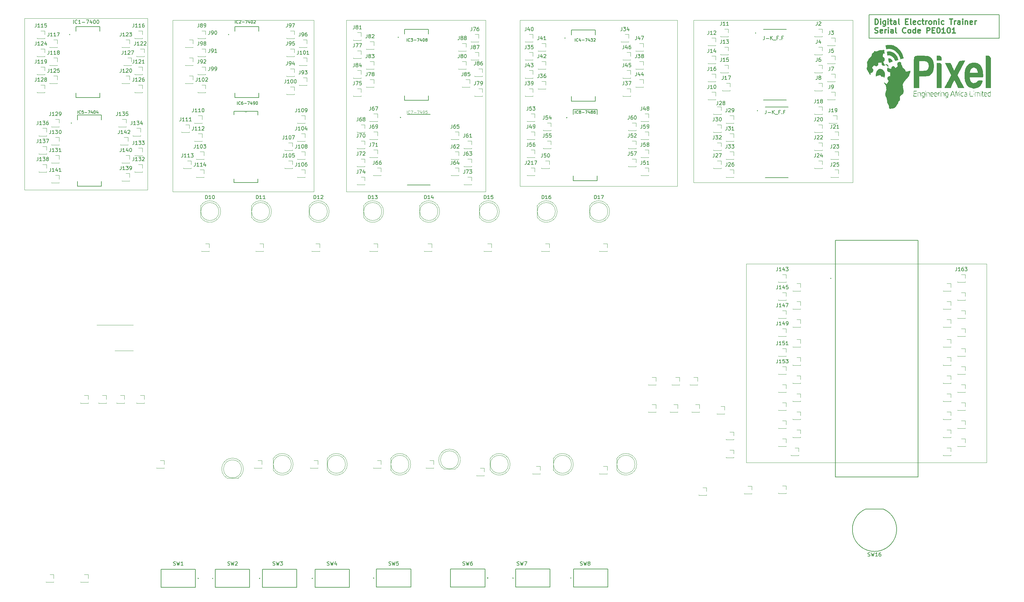
<source format=gto>
%TF.GenerationSoftware,KiCad,Pcbnew,8.0.4*%
%TF.CreationDate,2024-09-18T10:13:05+03:00*%
%TF.ProjectId,Digital Electronic Trainer main pcb,44696769-7461-46c2-9045-6c656374726f,rev?*%
%TF.SameCoordinates,Original*%
%TF.FileFunction,Legend,Top*%
%TF.FilePolarity,Positive*%
%FSLAX46Y46*%
G04 Gerber Fmt 4.6, Leading zero omitted, Abs format (unit mm)*
G04 Created by KiCad (PCBNEW 8.0.4) date 2024-09-18 10:13:05*
%MOMM*%
%LPD*%
G01*
G04 APERTURE LIST*
%ADD10C,0.100000*%
%ADD11C,0.150000*%
%ADD12C,0.300000*%
%ADD13C,0.200000*%
%ADD14C,0.125000*%
%ADD15C,0.120000*%
%ADD16C,0.127000*%
%ADD17C,0.152400*%
%ADD18C,0.000000*%
G04 APERTURE END LIST*
D10*
X200000000Y-14500000D02*
X244000000Y-14500000D01*
X244000000Y-59500000D01*
X200000000Y-59500000D01*
X200000000Y-14500000D01*
X152000000Y-14500000D02*
X195500000Y-14500000D01*
X195500000Y-60500000D01*
X152000000Y-60500000D01*
X152000000Y-14500000D01*
X104000000Y-14500000D02*
X142500000Y-14500000D01*
X142500000Y-62000000D01*
X104000000Y-62000000D01*
X104000000Y-14500000D01*
X214500000Y-82000000D02*
X281000000Y-82000000D01*
X281000000Y-137000000D01*
X214500000Y-137000000D01*
X214500000Y-82000000D01*
X15000000Y-14000000D02*
X49000000Y-14000000D01*
X49000000Y-61500000D01*
X15000000Y-61500000D01*
X15000000Y-14000000D01*
X56000000Y-14500000D02*
X95000000Y-14500000D01*
X95000000Y-62000000D01*
X56000000Y-62000000D01*
X56000000Y-14500000D01*
D11*
X56166667Y-165407200D02*
X56309524Y-165454819D01*
X56309524Y-165454819D02*
X56547619Y-165454819D01*
X56547619Y-165454819D02*
X56642857Y-165407200D01*
X56642857Y-165407200D02*
X56690476Y-165359580D01*
X56690476Y-165359580D02*
X56738095Y-165264342D01*
X56738095Y-165264342D02*
X56738095Y-165169104D01*
X56738095Y-165169104D02*
X56690476Y-165073866D01*
X56690476Y-165073866D02*
X56642857Y-165026247D01*
X56642857Y-165026247D02*
X56547619Y-164978628D01*
X56547619Y-164978628D02*
X56357143Y-164931009D01*
X56357143Y-164931009D02*
X56261905Y-164883390D01*
X56261905Y-164883390D02*
X56214286Y-164835771D01*
X56214286Y-164835771D02*
X56166667Y-164740533D01*
X56166667Y-164740533D02*
X56166667Y-164645295D01*
X56166667Y-164645295D02*
X56214286Y-164550057D01*
X56214286Y-164550057D02*
X56261905Y-164502438D01*
X56261905Y-164502438D02*
X56357143Y-164454819D01*
X56357143Y-164454819D02*
X56595238Y-164454819D01*
X56595238Y-164454819D02*
X56738095Y-164502438D01*
X57071429Y-164454819D02*
X57309524Y-165454819D01*
X57309524Y-165454819D02*
X57500000Y-164740533D01*
X57500000Y-164740533D02*
X57690476Y-165454819D01*
X57690476Y-165454819D02*
X57928572Y-164454819D01*
X58833333Y-165454819D02*
X58261905Y-165454819D01*
X58547619Y-165454819D02*
X58547619Y-164454819D01*
X58547619Y-164454819D02*
X58452381Y-164597676D01*
X58452381Y-164597676D02*
X58357143Y-164692914D01*
X58357143Y-164692914D02*
X58261905Y-164740533D01*
D12*
X250179510Y-15680828D02*
X250179510Y-14180828D01*
X250179510Y-14180828D02*
X250536653Y-14180828D01*
X250536653Y-14180828D02*
X250750939Y-14252257D01*
X250750939Y-14252257D02*
X250893796Y-14395114D01*
X250893796Y-14395114D02*
X250965225Y-14537971D01*
X250965225Y-14537971D02*
X251036653Y-14823685D01*
X251036653Y-14823685D02*
X251036653Y-15037971D01*
X251036653Y-15037971D02*
X250965225Y-15323685D01*
X250965225Y-15323685D02*
X250893796Y-15466542D01*
X250893796Y-15466542D02*
X250750939Y-15609400D01*
X250750939Y-15609400D02*
X250536653Y-15680828D01*
X250536653Y-15680828D02*
X250179510Y-15680828D01*
X251679510Y-15680828D02*
X251679510Y-14680828D01*
X251679510Y-14180828D02*
X251608082Y-14252257D01*
X251608082Y-14252257D02*
X251679510Y-14323685D01*
X251679510Y-14323685D02*
X251750939Y-14252257D01*
X251750939Y-14252257D02*
X251679510Y-14180828D01*
X251679510Y-14180828D02*
X251679510Y-14323685D01*
X253036654Y-14680828D02*
X253036654Y-15895114D01*
X253036654Y-15895114D02*
X252965225Y-16037971D01*
X252965225Y-16037971D02*
X252893796Y-16109400D01*
X252893796Y-16109400D02*
X252750939Y-16180828D01*
X252750939Y-16180828D02*
X252536654Y-16180828D01*
X252536654Y-16180828D02*
X252393796Y-16109400D01*
X253036654Y-15609400D02*
X252893796Y-15680828D01*
X252893796Y-15680828D02*
X252608082Y-15680828D01*
X252608082Y-15680828D02*
X252465225Y-15609400D01*
X252465225Y-15609400D02*
X252393796Y-15537971D01*
X252393796Y-15537971D02*
X252322368Y-15395114D01*
X252322368Y-15395114D02*
X252322368Y-14966542D01*
X252322368Y-14966542D02*
X252393796Y-14823685D01*
X252393796Y-14823685D02*
X252465225Y-14752257D01*
X252465225Y-14752257D02*
X252608082Y-14680828D01*
X252608082Y-14680828D02*
X252893796Y-14680828D01*
X252893796Y-14680828D02*
X253036654Y-14752257D01*
X253750939Y-15680828D02*
X253750939Y-14680828D01*
X253750939Y-14180828D02*
X253679511Y-14252257D01*
X253679511Y-14252257D02*
X253750939Y-14323685D01*
X253750939Y-14323685D02*
X253822368Y-14252257D01*
X253822368Y-14252257D02*
X253750939Y-14180828D01*
X253750939Y-14180828D02*
X253750939Y-14323685D01*
X254250940Y-14680828D02*
X254822368Y-14680828D01*
X254465225Y-14180828D02*
X254465225Y-15466542D01*
X254465225Y-15466542D02*
X254536654Y-15609400D01*
X254536654Y-15609400D02*
X254679511Y-15680828D01*
X254679511Y-15680828D02*
X254822368Y-15680828D01*
X255965226Y-15680828D02*
X255965226Y-14895114D01*
X255965226Y-14895114D02*
X255893797Y-14752257D01*
X255893797Y-14752257D02*
X255750940Y-14680828D01*
X255750940Y-14680828D02*
X255465226Y-14680828D01*
X255465226Y-14680828D02*
X255322368Y-14752257D01*
X255965226Y-15609400D02*
X255822368Y-15680828D01*
X255822368Y-15680828D02*
X255465226Y-15680828D01*
X255465226Y-15680828D02*
X255322368Y-15609400D01*
X255322368Y-15609400D02*
X255250940Y-15466542D01*
X255250940Y-15466542D02*
X255250940Y-15323685D01*
X255250940Y-15323685D02*
X255322368Y-15180828D01*
X255322368Y-15180828D02*
X255465226Y-15109400D01*
X255465226Y-15109400D02*
X255822368Y-15109400D01*
X255822368Y-15109400D02*
X255965226Y-15037971D01*
X256893797Y-15680828D02*
X256750940Y-15609400D01*
X256750940Y-15609400D02*
X256679511Y-15466542D01*
X256679511Y-15466542D02*
X256679511Y-14180828D01*
X258608082Y-14895114D02*
X259108082Y-14895114D01*
X259322368Y-15680828D02*
X258608082Y-15680828D01*
X258608082Y-15680828D02*
X258608082Y-14180828D01*
X258608082Y-14180828D02*
X259322368Y-14180828D01*
X260179511Y-15680828D02*
X260036654Y-15609400D01*
X260036654Y-15609400D02*
X259965225Y-15466542D01*
X259965225Y-15466542D02*
X259965225Y-14180828D01*
X261322368Y-15609400D02*
X261179511Y-15680828D01*
X261179511Y-15680828D02*
X260893797Y-15680828D01*
X260893797Y-15680828D02*
X260750939Y-15609400D01*
X260750939Y-15609400D02*
X260679511Y-15466542D01*
X260679511Y-15466542D02*
X260679511Y-14895114D01*
X260679511Y-14895114D02*
X260750939Y-14752257D01*
X260750939Y-14752257D02*
X260893797Y-14680828D01*
X260893797Y-14680828D02*
X261179511Y-14680828D01*
X261179511Y-14680828D02*
X261322368Y-14752257D01*
X261322368Y-14752257D02*
X261393797Y-14895114D01*
X261393797Y-14895114D02*
X261393797Y-15037971D01*
X261393797Y-15037971D02*
X260679511Y-15180828D01*
X262679511Y-15609400D02*
X262536653Y-15680828D01*
X262536653Y-15680828D02*
X262250939Y-15680828D01*
X262250939Y-15680828D02*
X262108082Y-15609400D01*
X262108082Y-15609400D02*
X262036653Y-15537971D01*
X262036653Y-15537971D02*
X261965225Y-15395114D01*
X261965225Y-15395114D02*
X261965225Y-14966542D01*
X261965225Y-14966542D02*
X262036653Y-14823685D01*
X262036653Y-14823685D02*
X262108082Y-14752257D01*
X262108082Y-14752257D02*
X262250939Y-14680828D01*
X262250939Y-14680828D02*
X262536653Y-14680828D01*
X262536653Y-14680828D02*
X262679511Y-14752257D01*
X263108082Y-14680828D02*
X263679510Y-14680828D01*
X263322367Y-14180828D02*
X263322367Y-15466542D01*
X263322367Y-15466542D02*
X263393796Y-15609400D01*
X263393796Y-15609400D02*
X263536653Y-15680828D01*
X263536653Y-15680828D02*
X263679510Y-15680828D01*
X264179510Y-15680828D02*
X264179510Y-14680828D01*
X264179510Y-14966542D02*
X264250939Y-14823685D01*
X264250939Y-14823685D02*
X264322368Y-14752257D01*
X264322368Y-14752257D02*
X264465225Y-14680828D01*
X264465225Y-14680828D02*
X264608082Y-14680828D01*
X265322367Y-15680828D02*
X265179510Y-15609400D01*
X265179510Y-15609400D02*
X265108081Y-15537971D01*
X265108081Y-15537971D02*
X265036653Y-15395114D01*
X265036653Y-15395114D02*
X265036653Y-14966542D01*
X265036653Y-14966542D02*
X265108081Y-14823685D01*
X265108081Y-14823685D02*
X265179510Y-14752257D01*
X265179510Y-14752257D02*
X265322367Y-14680828D01*
X265322367Y-14680828D02*
X265536653Y-14680828D01*
X265536653Y-14680828D02*
X265679510Y-14752257D01*
X265679510Y-14752257D02*
X265750939Y-14823685D01*
X265750939Y-14823685D02*
X265822367Y-14966542D01*
X265822367Y-14966542D02*
X265822367Y-15395114D01*
X265822367Y-15395114D02*
X265750939Y-15537971D01*
X265750939Y-15537971D02*
X265679510Y-15609400D01*
X265679510Y-15609400D02*
X265536653Y-15680828D01*
X265536653Y-15680828D02*
X265322367Y-15680828D01*
X266465224Y-14680828D02*
X266465224Y-15680828D01*
X266465224Y-14823685D02*
X266536653Y-14752257D01*
X266536653Y-14752257D02*
X266679510Y-14680828D01*
X266679510Y-14680828D02*
X266893796Y-14680828D01*
X266893796Y-14680828D02*
X267036653Y-14752257D01*
X267036653Y-14752257D02*
X267108082Y-14895114D01*
X267108082Y-14895114D02*
X267108082Y-15680828D01*
X267822367Y-15680828D02*
X267822367Y-14680828D01*
X267822367Y-14180828D02*
X267750939Y-14252257D01*
X267750939Y-14252257D02*
X267822367Y-14323685D01*
X267822367Y-14323685D02*
X267893796Y-14252257D01*
X267893796Y-14252257D02*
X267822367Y-14180828D01*
X267822367Y-14180828D02*
X267822367Y-14323685D01*
X269179511Y-15609400D02*
X269036653Y-15680828D01*
X269036653Y-15680828D02*
X268750939Y-15680828D01*
X268750939Y-15680828D02*
X268608082Y-15609400D01*
X268608082Y-15609400D02*
X268536653Y-15537971D01*
X268536653Y-15537971D02*
X268465225Y-15395114D01*
X268465225Y-15395114D02*
X268465225Y-14966542D01*
X268465225Y-14966542D02*
X268536653Y-14823685D01*
X268536653Y-14823685D02*
X268608082Y-14752257D01*
X268608082Y-14752257D02*
X268750939Y-14680828D01*
X268750939Y-14680828D02*
X269036653Y-14680828D01*
X269036653Y-14680828D02*
X269179511Y-14752257D01*
X270750939Y-14180828D02*
X271608082Y-14180828D01*
X271179510Y-15680828D02*
X271179510Y-14180828D01*
X272108081Y-15680828D02*
X272108081Y-14680828D01*
X272108081Y-14966542D02*
X272179510Y-14823685D01*
X272179510Y-14823685D02*
X272250939Y-14752257D01*
X272250939Y-14752257D02*
X272393796Y-14680828D01*
X272393796Y-14680828D02*
X272536653Y-14680828D01*
X273679510Y-15680828D02*
X273679510Y-14895114D01*
X273679510Y-14895114D02*
X273608081Y-14752257D01*
X273608081Y-14752257D02*
X273465224Y-14680828D01*
X273465224Y-14680828D02*
X273179510Y-14680828D01*
X273179510Y-14680828D02*
X273036652Y-14752257D01*
X273679510Y-15609400D02*
X273536652Y-15680828D01*
X273536652Y-15680828D02*
X273179510Y-15680828D01*
X273179510Y-15680828D02*
X273036652Y-15609400D01*
X273036652Y-15609400D02*
X272965224Y-15466542D01*
X272965224Y-15466542D02*
X272965224Y-15323685D01*
X272965224Y-15323685D02*
X273036652Y-15180828D01*
X273036652Y-15180828D02*
X273179510Y-15109400D01*
X273179510Y-15109400D02*
X273536652Y-15109400D01*
X273536652Y-15109400D02*
X273679510Y-15037971D01*
X274393795Y-15680828D02*
X274393795Y-14680828D01*
X274393795Y-14180828D02*
X274322367Y-14252257D01*
X274322367Y-14252257D02*
X274393795Y-14323685D01*
X274393795Y-14323685D02*
X274465224Y-14252257D01*
X274465224Y-14252257D02*
X274393795Y-14180828D01*
X274393795Y-14180828D02*
X274393795Y-14323685D01*
X275108081Y-14680828D02*
X275108081Y-15680828D01*
X275108081Y-14823685D02*
X275179510Y-14752257D01*
X275179510Y-14752257D02*
X275322367Y-14680828D01*
X275322367Y-14680828D02*
X275536653Y-14680828D01*
X275536653Y-14680828D02*
X275679510Y-14752257D01*
X275679510Y-14752257D02*
X275750939Y-14895114D01*
X275750939Y-14895114D02*
X275750939Y-15680828D01*
X277036653Y-15609400D02*
X276893796Y-15680828D01*
X276893796Y-15680828D02*
X276608082Y-15680828D01*
X276608082Y-15680828D02*
X276465224Y-15609400D01*
X276465224Y-15609400D02*
X276393796Y-15466542D01*
X276393796Y-15466542D02*
X276393796Y-14895114D01*
X276393796Y-14895114D02*
X276465224Y-14752257D01*
X276465224Y-14752257D02*
X276608082Y-14680828D01*
X276608082Y-14680828D02*
X276893796Y-14680828D01*
X276893796Y-14680828D02*
X277036653Y-14752257D01*
X277036653Y-14752257D02*
X277108082Y-14895114D01*
X277108082Y-14895114D02*
X277108082Y-15037971D01*
X277108082Y-15037971D02*
X276393796Y-15180828D01*
X277750938Y-15680828D02*
X277750938Y-14680828D01*
X277750938Y-14966542D02*
X277822367Y-14823685D01*
X277822367Y-14823685D02*
X277893796Y-14752257D01*
X277893796Y-14752257D02*
X278036653Y-14680828D01*
X278036653Y-14680828D02*
X278179510Y-14680828D01*
X250108082Y-18024316D02*
X250322368Y-18095744D01*
X250322368Y-18095744D02*
X250679510Y-18095744D01*
X250679510Y-18095744D02*
X250822368Y-18024316D01*
X250822368Y-18024316D02*
X250893796Y-17952887D01*
X250893796Y-17952887D02*
X250965225Y-17810030D01*
X250965225Y-17810030D02*
X250965225Y-17667173D01*
X250965225Y-17667173D02*
X250893796Y-17524316D01*
X250893796Y-17524316D02*
X250822368Y-17452887D01*
X250822368Y-17452887D02*
X250679510Y-17381458D01*
X250679510Y-17381458D02*
X250393796Y-17310030D01*
X250393796Y-17310030D02*
X250250939Y-17238601D01*
X250250939Y-17238601D02*
X250179510Y-17167173D01*
X250179510Y-17167173D02*
X250108082Y-17024316D01*
X250108082Y-17024316D02*
X250108082Y-16881458D01*
X250108082Y-16881458D02*
X250179510Y-16738601D01*
X250179510Y-16738601D02*
X250250939Y-16667173D01*
X250250939Y-16667173D02*
X250393796Y-16595744D01*
X250393796Y-16595744D02*
X250750939Y-16595744D01*
X250750939Y-16595744D02*
X250965225Y-16667173D01*
X252179510Y-18024316D02*
X252036653Y-18095744D01*
X252036653Y-18095744D02*
X251750939Y-18095744D01*
X251750939Y-18095744D02*
X251608081Y-18024316D01*
X251608081Y-18024316D02*
X251536653Y-17881458D01*
X251536653Y-17881458D02*
X251536653Y-17310030D01*
X251536653Y-17310030D02*
X251608081Y-17167173D01*
X251608081Y-17167173D02*
X251750939Y-17095744D01*
X251750939Y-17095744D02*
X252036653Y-17095744D01*
X252036653Y-17095744D02*
X252179510Y-17167173D01*
X252179510Y-17167173D02*
X252250939Y-17310030D01*
X252250939Y-17310030D02*
X252250939Y-17452887D01*
X252250939Y-17452887D02*
X251536653Y-17595744D01*
X252893795Y-18095744D02*
X252893795Y-17095744D01*
X252893795Y-17381458D02*
X252965224Y-17238601D01*
X252965224Y-17238601D02*
X253036653Y-17167173D01*
X253036653Y-17167173D02*
X253179510Y-17095744D01*
X253179510Y-17095744D02*
X253322367Y-17095744D01*
X253822366Y-18095744D02*
X253822366Y-17095744D01*
X253822366Y-16595744D02*
X253750938Y-16667173D01*
X253750938Y-16667173D02*
X253822366Y-16738601D01*
X253822366Y-16738601D02*
X253893795Y-16667173D01*
X253893795Y-16667173D02*
X253822366Y-16595744D01*
X253822366Y-16595744D02*
X253822366Y-16738601D01*
X255179510Y-18095744D02*
X255179510Y-17310030D01*
X255179510Y-17310030D02*
X255108081Y-17167173D01*
X255108081Y-17167173D02*
X254965224Y-17095744D01*
X254965224Y-17095744D02*
X254679510Y-17095744D01*
X254679510Y-17095744D02*
X254536652Y-17167173D01*
X255179510Y-18024316D02*
X255036652Y-18095744D01*
X255036652Y-18095744D02*
X254679510Y-18095744D01*
X254679510Y-18095744D02*
X254536652Y-18024316D01*
X254536652Y-18024316D02*
X254465224Y-17881458D01*
X254465224Y-17881458D02*
X254465224Y-17738601D01*
X254465224Y-17738601D02*
X254536652Y-17595744D01*
X254536652Y-17595744D02*
X254679510Y-17524316D01*
X254679510Y-17524316D02*
X255036652Y-17524316D01*
X255036652Y-17524316D02*
X255179510Y-17452887D01*
X256108081Y-18095744D02*
X255965224Y-18024316D01*
X255965224Y-18024316D02*
X255893795Y-17881458D01*
X255893795Y-17881458D02*
X255893795Y-16595744D01*
X258679509Y-17952887D02*
X258608081Y-18024316D01*
X258608081Y-18024316D02*
X258393795Y-18095744D01*
X258393795Y-18095744D02*
X258250938Y-18095744D01*
X258250938Y-18095744D02*
X258036652Y-18024316D01*
X258036652Y-18024316D02*
X257893795Y-17881458D01*
X257893795Y-17881458D02*
X257822366Y-17738601D01*
X257822366Y-17738601D02*
X257750938Y-17452887D01*
X257750938Y-17452887D02*
X257750938Y-17238601D01*
X257750938Y-17238601D02*
X257822366Y-16952887D01*
X257822366Y-16952887D02*
X257893795Y-16810030D01*
X257893795Y-16810030D02*
X258036652Y-16667173D01*
X258036652Y-16667173D02*
X258250938Y-16595744D01*
X258250938Y-16595744D02*
X258393795Y-16595744D01*
X258393795Y-16595744D02*
X258608081Y-16667173D01*
X258608081Y-16667173D02*
X258679509Y-16738601D01*
X259536652Y-18095744D02*
X259393795Y-18024316D01*
X259393795Y-18024316D02*
X259322366Y-17952887D01*
X259322366Y-17952887D02*
X259250938Y-17810030D01*
X259250938Y-17810030D02*
X259250938Y-17381458D01*
X259250938Y-17381458D02*
X259322366Y-17238601D01*
X259322366Y-17238601D02*
X259393795Y-17167173D01*
X259393795Y-17167173D02*
X259536652Y-17095744D01*
X259536652Y-17095744D02*
X259750938Y-17095744D01*
X259750938Y-17095744D02*
X259893795Y-17167173D01*
X259893795Y-17167173D02*
X259965224Y-17238601D01*
X259965224Y-17238601D02*
X260036652Y-17381458D01*
X260036652Y-17381458D02*
X260036652Y-17810030D01*
X260036652Y-17810030D02*
X259965224Y-17952887D01*
X259965224Y-17952887D02*
X259893795Y-18024316D01*
X259893795Y-18024316D02*
X259750938Y-18095744D01*
X259750938Y-18095744D02*
X259536652Y-18095744D01*
X261322367Y-18095744D02*
X261322367Y-16595744D01*
X261322367Y-18024316D02*
X261179509Y-18095744D01*
X261179509Y-18095744D02*
X260893795Y-18095744D01*
X260893795Y-18095744D02*
X260750938Y-18024316D01*
X260750938Y-18024316D02*
X260679509Y-17952887D01*
X260679509Y-17952887D02*
X260608081Y-17810030D01*
X260608081Y-17810030D02*
X260608081Y-17381458D01*
X260608081Y-17381458D02*
X260679509Y-17238601D01*
X260679509Y-17238601D02*
X260750938Y-17167173D01*
X260750938Y-17167173D02*
X260893795Y-17095744D01*
X260893795Y-17095744D02*
X261179509Y-17095744D01*
X261179509Y-17095744D02*
X261322367Y-17167173D01*
X262608081Y-18024316D02*
X262465224Y-18095744D01*
X262465224Y-18095744D02*
X262179510Y-18095744D01*
X262179510Y-18095744D02*
X262036652Y-18024316D01*
X262036652Y-18024316D02*
X261965224Y-17881458D01*
X261965224Y-17881458D02*
X261965224Y-17310030D01*
X261965224Y-17310030D02*
X262036652Y-17167173D01*
X262036652Y-17167173D02*
X262179510Y-17095744D01*
X262179510Y-17095744D02*
X262465224Y-17095744D01*
X262465224Y-17095744D02*
X262608081Y-17167173D01*
X262608081Y-17167173D02*
X262679510Y-17310030D01*
X262679510Y-17310030D02*
X262679510Y-17452887D01*
X262679510Y-17452887D02*
X261965224Y-17595744D01*
X264465223Y-18095744D02*
X264465223Y-16595744D01*
X264465223Y-16595744D02*
X265036652Y-16595744D01*
X265036652Y-16595744D02*
X265179509Y-16667173D01*
X265179509Y-16667173D02*
X265250938Y-16738601D01*
X265250938Y-16738601D02*
X265322366Y-16881458D01*
X265322366Y-16881458D02*
X265322366Y-17095744D01*
X265322366Y-17095744D02*
X265250938Y-17238601D01*
X265250938Y-17238601D02*
X265179509Y-17310030D01*
X265179509Y-17310030D02*
X265036652Y-17381458D01*
X265036652Y-17381458D02*
X264465223Y-17381458D01*
X265965223Y-17310030D02*
X266465223Y-17310030D01*
X266679509Y-18095744D02*
X265965223Y-18095744D01*
X265965223Y-18095744D02*
X265965223Y-16595744D01*
X265965223Y-16595744D02*
X266679509Y-16595744D01*
X267608081Y-16595744D02*
X267750938Y-16595744D01*
X267750938Y-16595744D02*
X267893795Y-16667173D01*
X267893795Y-16667173D02*
X267965224Y-16738601D01*
X267965224Y-16738601D02*
X268036652Y-16881458D01*
X268036652Y-16881458D02*
X268108081Y-17167173D01*
X268108081Y-17167173D02*
X268108081Y-17524316D01*
X268108081Y-17524316D02*
X268036652Y-17810030D01*
X268036652Y-17810030D02*
X267965224Y-17952887D01*
X267965224Y-17952887D02*
X267893795Y-18024316D01*
X267893795Y-18024316D02*
X267750938Y-18095744D01*
X267750938Y-18095744D02*
X267608081Y-18095744D01*
X267608081Y-18095744D02*
X267465224Y-18024316D01*
X267465224Y-18024316D02*
X267393795Y-17952887D01*
X267393795Y-17952887D02*
X267322366Y-17810030D01*
X267322366Y-17810030D02*
X267250938Y-17524316D01*
X267250938Y-17524316D02*
X267250938Y-17167173D01*
X267250938Y-17167173D02*
X267322366Y-16881458D01*
X267322366Y-16881458D02*
X267393795Y-16738601D01*
X267393795Y-16738601D02*
X267465224Y-16667173D01*
X267465224Y-16667173D02*
X267608081Y-16595744D01*
X269536652Y-18095744D02*
X268679509Y-18095744D01*
X269108080Y-18095744D02*
X269108080Y-16595744D01*
X269108080Y-16595744D02*
X268965223Y-16810030D01*
X268965223Y-16810030D02*
X268822366Y-16952887D01*
X268822366Y-16952887D02*
X268679509Y-17024316D01*
X270465223Y-16595744D02*
X270608080Y-16595744D01*
X270608080Y-16595744D02*
X270750937Y-16667173D01*
X270750937Y-16667173D02*
X270822366Y-16738601D01*
X270822366Y-16738601D02*
X270893794Y-16881458D01*
X270893794Y-16881458D02*
X270965223Y-17167173D01*
X270965223Y-17167173D02*
X270965223Y-17524316D01*
X270965223Y-17524316D02*
X270893794Y-17810030D01*
X270893794Y-17810030D02*
X270822366Y-17952887D01*
X270822366Y-17952887D02*
X270750937Y-18024316D01*
X270750937Y-18024316D02*
X270608080Y-18095744D01*
X270608080Y-18095744D02*
X270465223Y-18095744D01*
X270465223Y-18095744D02*
X270322366Y-18024316D01*
X270322366Y-18024316D02*
X270250937Y-17952887D01*
X270250937Y-17952887D02*
X270179508Y-17810030D01*
X270179508Y-17810030D02*
X270108080Y-17524316D01*
X270108080Y-17524316D02*
X270108080Y-17167173D01*
X270108080Y-17167173D02*
X270179508Y-16881458D01*
X270179508Y-16881458D02*
X270250937Y-16738601D01*
X270250937Y-16738601D02*
X270322366Y-16667173D01*
X270322366Y-16667173D02*
X270465223Y-16595744D01*
X272393794Y-18095744D02*
X271536651Y-18095744D01*
X271965222Y-18095744D02*
X271965222Y-16595744D01*
X271965222Y-16595744D02*
X271822365Y-16810030D01*
X271822365Y-16810030D02*
X271679508Y-16952887D01*
X271679508Y-16952887D02*
X271536651Y-17024316D01*
D13*
X248500000Y-13000000D02*
X284500000Y-13000000D01*
X284500000Y-19500000D01*
X248500000Y-19500000D01*
X248500000Y-13000000D01*
D11*
X21714285Y-22954819D02*
X21714285Y-23669104D01*
X21714285Y-23669104D02*
X21666666Y-23811961D01*
X21666666Y-23811961D02*
X21571428Y-23907200D01*
X21571428Y-23907200D02*
X21428571Y-23954819D01*
X21428571Y-23954819D02*
X21333333Y-23954819D01*
X22714285Y-23954819D02*
X22142857Y-23954819D01*
X22428571Y-23954819D02*
X22428571Y-22954819D01*
X22428571Y-22954819D02*
X22333333Y-23097676D01*
X22333333Y-23097676D02*
X22238095Y-23192914D01*
X22238095Y-23192914D02*
X22142857Y-23240533D01*
X23666666Y-23954819D02*
X23095238Y-23954819D01*
X23380952Y-23954819D02*
X23380952Y-22954819D01*
X23380952Y-22954819D02*
X23285714Y-23097676D01*
X23285714Y-23097676D02*
X23190476Y-23192914D01*
X23190476Y-23192914D02*
X23095238Y-23240533D01*
X24238095Y-23383390D02*
X24142857Y-23335771D01*
X24142857Y-23335771D02*
X24095238Y-23288152D01*
X24095238Y-23288152D02*
X24047619Y-23192914D01*
X24047619Y-23192914D02*
X24047619Y-23145295D01*
X24047619Y-23145295D02*
X24095238Y-23050057D01*
X24095238Y-23050057D02*
X24142857Y-23002438D01*
X24142857Y-23002438D02*
X24238095Y-22954819D01*
X24238095Y-22954819D02*
X24428571Y-22954819D01*
X24428571Y-22954819D02*
X24523809Y-23002438D01*
X24523809Y-23002438D02*
X24571428Y-23050057D01*
X24571428Y-23050057D02*
X24619047Y-23145295D01*
X24619047Y-23145295D02*
X24619047Y-23192914D01*
X24619047Y-23192914D02*
X24571428Y-23288152D01*
X24571428Y-23288152D02*
X24523809Y-23335771D01*
X24523809Y-23335771D02*
X24428571Y-23383390D01*
X24428571Y-23383390D02*
X24238095Y-23383390D01*
X24238095Y-23383390D02*
X24142857Y-23431009D01*
X24142857Y-23431009D02*
X24095238Y-23478628D01*
X24095238Y-23478628D02*
X24047619Y-23573866D01*
X24047619Y-23573866D02*
X24047619Y-23764342D01*
X24047619Y-23764342D02*
X24095238Y-23859580D01*
X24095238Y-23859580D02*
X24142857Y-23907200D01*
X24142857Y-23907200D02*
X24238095Y-23954819D01*
X24238095Y-23954819D02*
X24428571Y-23954819D01*
X24428571Y-23954819D02*
X24523809Y-23907200D01*
X24523809Y-23907200D02*
X24571428Y-23859580D01*
X24571428Y-23859580D02*
X24619047Y-23764342D01*
X24619047Y-23764342D02*
X24619047Y-23573866D01*
X24619047Y-23573866D02*
X24571428Y-23478628D01*
X24571428Y-23478628D02*
X24523809Y-23431009D01*
X24523809Y-23431009D02*
X24428571Y-23383390D01*
X98666667Y-165407200D02*
X98809524Y-165454819D01*
X98809524Y-165454819D02*
X99047619Y-165454819D01*
X99047619Y-165454819D02*
X99142857Y-165407200D01*
X99142857Y-165407200D02*
X99190476Y-165359580D01*
X99190476Y-165359580D02*
X99238095Y-165264342D01*
X99238095Y-165264342D02*
X99238095Y-165169104D01*
X99238095Y-165169104D02*
X99190476Y-165073866D01*
X99190476Y-165073866D02*
X99142857Y-165026247D01*
X99142857Y-165026247D02*
X99047619Y-164978628D01*
X99047619Y-164978628D02*
X98857143Y-164931009D01*
X98857143Y-164931009D02*
X98761905Y-164883390D01*
X98761905Y-164883390D02*
X98714286Y-164835771D01*
X98714286Y-164835771D02*
X98666667Y-164740533D01*
X98666667Y-164740533D02*
X98666667Y-164645295D01*
X98666667Y-164645295D02*
X98714286Y-164550057D01*
X98714286Y-164550057D02*
X98761905Y-164502438D01*
X98761905Y-164502438D02*
X98857143Y-164454819D01*
X98857143Y-164454819D02*
X99095238Y-164454819D01*
X99095238Y-164454819D02*
X99238095Y-164502438D01*
X99571429Y-164454819D02*
X99809524Y-165454819D01*
X99809524Y-165454819D02*
X100000000Y-164740533D01*
X100000000Y-164740533D02*
X100190476Y-165454819D01*
X100190476Y-165454819D02*
X100428572Y-164454819D01*
X101238095Y-164788152D02*
X101238095Y-165454819D01*
X101000000Y-164407200D02*
X100761905Y-165121485D01*
X100761905Y-165121485D02*
X101380952Y-165121485D01*
X18214285Y-30454819D02*
X18214285Y-31169104D01*
X18214285Y-31169104D02*
X18166666Y-31311961D01*
X18166666Y-31311961D02*
X18071428Y-31407200D01*
X18071428Y-31407200D02*
X17928571Y-31454819D01*
X17928571Y-31454819D02*
X17833333Y-31454819D01*
X19214285Y-31454819D02*
X18642857Y-31454819D01*
X18928571Y-31454819D02*
X18928571Y-30454819D01*
X18928571Y-30454819D02*
X18833333Y-30597676D01*
X18833333Y-30597676D02*
X18738095Y-30692914D01*
X18738095Y-30692914D02*
X18642857Y-30740533D01*
X19595238Y-30550057D02*
X19642857Y-30502438D01*
X19642857Y-30502438D02*
X19738095Y-30454819D01*
X19738095Y-30454819D02*
X19976190Y-30454819D01*
X19976190Y-30454819D02*
X20071428Y-30502438D01*
X20071428Y-30502438D02*
X20119047Y-30550057D01*
X20119047Y-30550057D02*
X20166666Y-30645295D01*
X20166666Y-30645295D02*
X20166666Y-30740533D01*
X20166666Y-30740533D02*
X20119047Y-30883390D01*
X20119047Y-30883390D02*
X19547619Y-31454819D01*
X19547619Y-31454819D02*
X20166666Y-31454819D01*
X20738095Y-30883390D02*
X20642857Y-30835771D01*
X20642857Y-30835771D02*
X20595238Y-30788152D01*
X20595238Y-30788152D02*
X20547619Y-30692914D01*
X20547619Y-30692914D02*
X20547619Y-30645295D01*
X20547619Y-30645295D02*
X20595238Y-30550057D01*
X20595238Y-30550057D02*
X20642857Y-30502438D01*
X20642857Y-30502438D02*
X20738095Y-30454819D01*
X20738095Y-30454819D02*
X20928571Y-30454819D01*
X20928571Y-30454819D02*
X21023809Y-30502438D01*
X21023809Y-30502438D02*
X21071428Y-30550057D01*
X21071428Y-30550057D02*
X21119047Y-30645295D01*
X21119047Y-30645295D02*
X21119047Y-30692914D01*
X21119047Y-30692914D02*
X21071428Y-30788152D01*
X21071428Y-30788152D02*
X21023809Y-30835771D01*
X21023809Y-30835771D02*
X20928571Y-30883390D01*
X20928571Y-30883390D02*
X20738095Y-30883390D01*
X20738095Y-30883390D02*
X20642857Y-30931009D01*
X20642857Y-30931009D02*
X20595238Y-30978628D01*
X20595238Y-30978628D02*
X20547619Y-31073866D01*
X20547619Y-31073866D02*
X20547619Y-31264342D01*
X20547619Y-31264342D02*
X20595238Y-31359580D01*
X20595238Y-31359580D02*
X20642857Y-31407200D01*
X20642857Y-31407200D02*
X20738095Y-31454819D01*
X20738095Y-31454819D02*
X20928571Y-31454819D01*
X20928571Y-31454819D02*
X21023809Y-31407200D01*
X21023809Y-31407200D02*
X21071428Y-31359580D01*
X21071428Y-31359580D02*
X21119047Y-31264342D01*
X21119047Y-31264342D02*
X21119047Y-31073866D01*
X21119047Y-31073866D02*
X21071428Y-30978628D01*
X21071428Y-30978628D02*
X21023809Y-30931009D01*
X21023809Y-30931009D02*
X20928571Y-30883390D01*
X172555714Y-63994819D02*
X172555714Y-62994819D01*
X172555714Y-62994819D02*
X172793809Y-62994819D01*
X172793809Y-62994819D02*
X172936666Y-63042438D01*
X172936666Y-63042438D02*
X173031904Y-63137676D01*
X173031904Y-63137676D02*
X173079523Y-63232914D01*
X173079523Y-63232914D02*
X173127142Y-63423390D01*
X173127142Y-63423390D02*
X173127142Y-63566247D01*
X173127142Y-63566247D02*
X173079523Y-63756723D01*
X173079523Y-63756723D02*
X173031904Y-63851961D01*
X173031904Y-63851961D02*
X172936666Y-63947200D01*
X172936666Y-63947200D02*
X172793809Y-63994819D01*
X172793809Y-63994819D02*
X172555714Y-63994819D01*
X174079523Y-63994819D02*
X173508095Y-63994819D01*
X173793809Y-63994819D02*
X173793809Y-62994819D01*
X173793809Y-62994819D02*
X173698571Y-63137676D01*
X173698571Y-63137676D02*
X173603333Y-63232914D01*
X173603333Y-63232914D02*
X173508095Y-63280533D01*
X174412857Y-62994819D02*
X175079523Y-62994819D01*
X175079523Y-62994819D02*
X174650952Y-63994819D01*
X107190476Y-55954819D02*
X107190476Y-56669104D01*
X107190476Y-56669104D02*
X107142857Y-56811961D01*
X107142857Y-56811961D02*
X107047619Y-56907200D01*
X107047619Y-56907200D02*
X106904762Y-56954819D01*
X106904762Y-56954819D02*
X106809524Y-56954819D01*
X107571429Y-55954819D02*
X108238095Y-55954819D01*
X108238095Y-55954819D02*
X107809524Y-56954819D01*
X109047619Y-56288152D02*
X109047619Y-56954819D01*
X108809524Y-55907200D02*
X108571429Y-56621485D01*
X108571429Y-56621485D02*
X109190476Y-56621485D01*
X142055714Y-63994819D02*
X142055714Y-62994819D01*
X142055714Y-62994819D02*
X142293809Y-62994819D01*
X142293809Y-62994819D02*
X142436666Y-63042438D01*
X142436666Y-63042438D02*
X142531904Y-63137676D01*
X142531904Y-63137676D02*
X142579523Y-63232914D01*
X142579523Y-63232914D02*
X142627142Y-63423390D01*
X142627142Y-63423390D02*
X142627142Y-63566247D01*
X142627142Y-63566247D02*
X142579523Y-63756723D01*
X142579523Y-63756723D02*
X142531904Y-63851961D01*
X142531904Y-63851961D02*
X142436666Y-63947200D01*
X142436666Y-63947200D02*
X142293809Y-63994819D01*
X142293809Y-63994819D02*
X142055714Y-63994819D01*
X143579523Y-63994819D02*
X143008095Y-63994819D01*
X143293809Y-63994819D02*
X143293809Y-62994819D01*
X143293809Y-62994819D02*
X143198571Y-63137676D01*
X143198571Y-63137676D02*
X143103333Y-63232914D01*
X143103333Y-63232914D02*
X143008095Y-63280533D01*
X144484285Y-62994819D02*
X144008095Y-62994819D01*
X144008095Y-62994819D02*
X143960476Y-63471009D01*
X143960476Y-63471009D02*
X144008095Y-63423390D01*
X144008095Y-63423390D02*
X144103333Y-63375771D01*
X144103333Y-63375771D02*
X144341428Y-63375771D01*
X144341428Y-63375771D02*
X144436666Y-63423390D01*
X144436666Y-63423390D02*
X144484285Y-63471009D01*
X144484285Y-63471009D02*
X144531904Y-63566247D01*
X144531904Y-63566247D02*
X144531904Y-63804342D01*
X144531904Y-63804342D02*
X144484285Y-63899580D01*
X144484285Y-63899580D02*
X144436666Y-63947200D01*
X144436666Y-63947200D02*
X144341428Y-63994819D01*
X144341428Y-63994819D02*
X144103333Y-63994819D01*
X144103333Y-63994819D02*
X144008095Y-63947200D01*
X144008095Y-63947200D02*
X143960476Y-63899580D01*
X138690476Y-16454819D02*
X138690476Y-17169104D01*
X138690476Y-17169104D02*
X138642857Y-17311961D01*
X138642857Y-17311961D02*
X138547619Y-17407200D01*
X138547619Y-17407200D02*
X138404762Y-17454819D01*
X138404762Y-17454819D02*
X138309524Y-17454819D01*
X139071429Y-16454819D02*
X139738095Y-16454819D01*
X139738095Y-16454819D02*
X139309524Y-17454819D01*
X140547619Y-16454819D02*
X140357143Y-16454819D01*
X140357143Y-16454819D02*
X140261905Y-16502438D01*
X140261905Y-16502438D02*
X140214286Y-16550057D01*
X140214286Y-16550057D02*
X140119048Y-16692914D01*
X140119048Y-16692914D02*
X140071429Y-16883390D01*
X140071429Y-16883390D02*
X140071429Y-17264342D01*
X140071429Y-17264342D02*
X140119048Y-17359580D01*
X140119048Y-17359580D02*
X140166667Y-17407200D01*
X140166667Y-17407200D02*
X140261905Y-17454819D01*
X140261905Y-17454819D02*
X140452381Y-17454819D01*
X140452381Y-17454819D02*
X140547619Y-17407200D01*
X140547619Y-17407200D02*
X140595238Y-17359580D01*
X140595238Y-17359580D02*
X140642857Y-17264342D01*
X140642857Y-17264342D02*
X140642857Y-17026247D01*
X140642857Y-17026247D02*
X140595238Y-16931009D01*
X140595238Y-16931009D02*
X140547619Y-16883390D01*
X140547619Y-16883390D02*
X140452381Y-16835771D01*
X140452381Y-16835771D02*
X140261905Y-16835771D01*
X140261905Y-16835771D02*
X140166667Y-16883390D01*
X140166667Y-16883390D02*
X140119048Y-16931009D01*
X140119048Y-16931009D02*
X140071429Y-17026247D01*
X139690476Y-25954819D02*
X139690476Y-26669104D01*
X139690476Y-26669104D02*
X139642857Y-26811961D01*
X139642857Y-26811961D02*
X139547619Y-26907200D01*
X139547619Y-26907200D02*
X139404762Y-26954819D01*
X139404762Y-26954819D02*
X139309524Y-26954819D01*
X140309524Y-26383390D02*
X140214286Y-26335771D01*
X140214286Y-26335771D02*
X140166667Y-26288152D01*
X140166667Y-26288152D02*
X140119048Y-26192914D01*
X140119048Y-26192914D02*
X140119048Y-26145295D01*
X140119048Y-26145295D02*
X140166667Y-26050057D01*
X140166667Y-26050057D02*
X140214286Y-26002438D01*
X140214286Y-26002438D02*
X140309524Y-25954819D01*
X140309524Y-25954819D02*
X140500000Y-25954819D01*
X140500000Y-25954819D02*
X140595238Y-26002438D01*
X140595238Y-26002438D02*
X140642857Y-26050057D01*
X140642857Y-26050057D02*
X140690476Y-26145295D01*
X140690476Y-26145295D02*
X140690476Y-26192914D01*
X140690476Y-26192914D02*
X140642857Y-26288152D01*
X140642857Y-26288152D02*
X140595238Y-26335771D01*
X140595238Y-26335771D02*
X140500000Y-26383390D01*
X140500000Y-26383390D02*
X140309524Y-26383390D01*
X140309524Y-26383390D02*
X140214286Y-26431009D01*
X140214286Y-26431009D02*
X140166667Y-26478628D01*
X140166667Y-26478628D02*
X140119048Y-26573866D01*
X140119048Y-26573866D02*
X140119048Y-26764342D01*
X140119048Y-26764342D02*
X140166667Y-26859580D01*
X140166667Y-26859580D02*
X140214286Y-26907200D01*
X140214286Y-26907200D02*
X140309524Y-26954819D01*
X140309524Y-26954819D02*
X140500000Y-26954819D01*
X140500000Y-26954819D02*
X140595238Y-26907200D01*
X140595238Y-26907200D02*
X140642857Y-26859580D01*
X140642857Y-26859580D02*
X140690476Y-26764342D01*
X140690476Y-26764342D02*
X140690476Y-26573866D01*
X140690476Y-26573866D02*
X140642857Y-26478628D01*
X140642857Y-26478628D02*
X140595238Y-26431009D01*
X140595238Y-26431009D02*
X140500000Y-26383390D01*
X141547619Y-25954819D02*
X141357143Y-25954819D01*
X141357143Y-25954819D02*
X141261905Y-26002438D01*
X141261905Y-26002438D02*
X141214286Y-26050057D01*
X141214286Y-26050057D02*
X141119048Y-26192914D01*
X141119048Y-26192914D02*
X141071429Y-26383390D01*
X141071429Y-26383390D02*
X141071429Y-26764342D01*
X141071429Y-26764342D02*
X141119048Y-26859580D01*
X141119048Y-26859580D02*
X141166667Y-26907200D01*
X141166667Y-26907200D02*
X141261905Y-26954819D01*
X141261905Y-26954819D02*
X141452381Y-26954819D01*
X141452381Y-26954819D02*
X141547619Y-26907200D01*
X141547619Y-26907200D02*
X141595238Y-26859580D01*
X141595238Y-26859580D02*
X141642857Y-26764342D01*
X141642857Y-26764342D02*
X141642857Y-26526247D01*
X141642857Y-26526247D02*
X141595238Y-26431009D01*
X141595238Y-26431009D02*
X141547619Y-26383390D01*
X141547619Y-26383390D02*
X141452381Y-26335771D01*
X141452381Y-26335771D02*
X141261905Y-26335771D01*
X141261905Y-26335771D02*
X141166667Y-26383390D01*
X141166667Y-26383390D02*
X141119048Y-26431009D01*
X141119048Y-26431009D02*
X141071429Y-26526247D01*
X223214285Y-103454819D02*
X223214285Y-104169104D01*
X223214285Y-104169104D02*
X223166666Y-104311961D01*
X223166666Y-104311961D02*
X223071428Y-104407200D01*
X223071428Y-104407200D02*
X222928571Y-104454819D01*
X222928571Y-104454819D02*
X222833333Y-104454819D01*
X224214285Y-104454819D02*
X223642857Y-104454819D01*
X223928571Y-104454819D02*
X223928571Y-103454819D01*
X223928571Y-103454819D02*
X223833333Y-103597676D01*
X223833333Y-103597676D02*
X223738095Y-103692914D01*
X223738095Y-103692914D02*
X223642857Y-103740533D01*
X225119047Y-103454819D02*
X224642857Y-103454819D01*
X224642857Y-103454819D02*
X224595238Y-103931009D01*
X224595238Y-103931009D02*
X224642857Y-103883390D01*
X224642857Y-103883390D02*
X224738095Y-103835771D01*
X224738095Y-103835771D02*
X224976190Y-103835771D01*
X224976190Y-103835771D02*
X225071428Y-103883390D01*
X225071428Y-103883390D02*
X225119047Y-103931009D01*
X225119047Y-103931009D02*
X225166666Y-104026247D01*
X225166666Y-104026247D02*
X225166666Y-104264342D01*
X225166666Y-104264342D02*
X225119047Y-104359580D01*
X225119047Y-104359580D02*
X225071428Y-104407200D01*
X225071428Y-104407200D02*
X224976190Y-104454819D01*
X224976190Y-104454819D02*
X224738095Y-104454819D01*
X224738095Y-104454819D02*
X224642857Y-104407200D01*
X224642857Y-104407200D02*
X224595238Y-104359580D01*
X226119047Y-104454819D02*
X225547619Y-104454819D01*
X225833333Y-104454819D02*
X225833333Y-103454819D01*
X225833333Y-103454819D02*
X225738095Y-103597676D01*
X225738095Y-103597676D02*
X225642857Y-103692914D01*
X225642857Y-103692914D02*
X225547619Y-103740533D01*
X90214285Y-53954819D02*
X90214285Y-54669104D01*
X90214285Y-54669104D02*
X90166666Y-54811961D01*
X90166666Y-54811961D02*
X90071428Y-54907200D01*
X90071428Y-54907200D02*
X89928571Y-54954819D01*
X89928571Y-54954819D02*
X89833333Y-54954819D01*
X91214285Y-54954819D02*
X90642857Y-54954819D01*
X90928571Y-54954819D02*
X90928571Y-53954819D01*
X90928571Y-53954819D02*
X90833333Y-54097676D01*
X90833333Y-54097676D02*
X90738095Y-54192914D01*
X90738095Y-54192914D02*
X90642857Y-54240533D01*
X91833333Y-53954819D02*
X91928571Y-53954819D01*
X91928571Y-53954819D02*
X92023809Y-54002438D01*
X92023809Y-54002438D02*
X92071428Y-54050057D01*
X92071428Y-54050057D02*
X92119047Y-54145295D01*
X92119047Y-54145295D02*
X92166666Y-54335771D01*
X92166666Y-54335771D02*
X92166666Y-54573866D01*
X92166666Y-54573866D02*
X92119047Y-54764342D01*
X92119047Y-54764342D02*
X92071428Y-54859580D01*
X92071428Y-54859580D02*
X92023809Y-54907200D01*
X92023809Y-54907200D02*
X91928571Y-54954819D01*
X91928571Y-54954819D02*
X91833333Y-54954819D01*
X91833333Y-54954819D02*
X91738095Y-54907200D01*
X91738095Y-54907200D02*
X91690476Y-54859580D01*
X91690476Y-54859580D02*
X91642857Y-54764342D01*
X91642857Y-54764342D02*
X91595238Y-54573866D01*
X91595238Y-54573866D02*
X91595238Y-54335771D01*
X91595238Y-54335771D02*
X91642857Y-54145295D01*
X91642857Y-54145295D02*
X91690476Y-54050057D01*
X91690476Y-54050057D02*
X91738095Y-54002438D01*
X91738095Y-54002438D02*
X91833333Y-53954819D01*
X93023809Y-53954819D02*
X92833333Y-53954819D01*
X92833333Y-53954819D02*
X92738095Y-54002438D01*
X92738095Y-54002438D02*
X92690476Y-54050057D01*
X92690476Y-54050057D02*
X92595238Y-54192914D01*
X92595238Y-54192914D02*
X92547619Y-54383390D01*
X92547619Y-54383390D02*
X92547619Y-54764342D01*
X92547619Y-54764342D02*
X92595238Y-54859580D01*
X92595238Y-54859580D02*
X92642857Y-54907200D01*
X92642857Y-54907200D02*
X92738095Y-54954819D01*
X92738095Y-54954819D02*
X92928571Y-54954819D01*
X92928571Y-54954819D02*
X93023809Y-54907200D01*
X93023809Y-54907200D02*
X93071428Y-54859580D01*
X93071428Y-54859580D02*
X93119047Y-54764342D01*
X93119047Y-54764342D02*
X93119047Y-54526247D01*
X93119047Y-54526247D02*
X93071428Y-54431009D01*
X93071428Y-54431009D02*
X93023809Y-54383390D01*
X93023809Y-54383390D02*
X92928571Y-54335771D01*
X92928571Y-54335771D02*
X92738095Y-54335771D01*
X92738095Y-54335771D02*
X92642857Y-54383390D01*
X92642857Y-54383390D02*
X92595238Y-54431009D01*
X92595238Y-54431009D02*
X92547619Y-54526247D01*
X18714285Y-47454819D02*
X18714285Y-48169104D01*
X18714285Y-48169104D02*
X18666666Y-48311961D01*
X18666666Y-48311961D02*
X18571428Y-48407200D01*
X18571428Y-48407200D02*
X18428571Y-48454819D01*
X18428571Y-48454819D02*
X18333333Y-48454819D01*
X19714285Y-48454819D02*
X19142857Y-48454819D01*
X19428571Y-48454819D02*
X19428571Y-47454819D01*
X19428571Y-47454819D02*
X19333333Y-47597676D01*
X19333333Y-47597676D02*
X19238095Y-47692914D01*
X19238095Y-47692914D02*
X19142857Y-47740533D01*
X20047619Y-47454819D02*
X20666666Y-47454819D01*
X20666666Y-47454819D02*
X20333333Y-47835771D01*
X20333333Y-47835771D02*
X20476190Y-47835771D01*
X20476190Y-47835771D02*
X20571428Y-47883390D01*
X20571428Y-47883390D02*
X20619047Y-47931009D01*
X20619047Y-47931009D02*
X20666666Y-48026247D01*
X20666666Y-48026247D02*
X20666666Y-48264342D01*
X20666666Y-48264342D02*
X20619047Y-48359580D01*
X20619047Y-48359580D02*
X20571428Y-48407200D01*
X20571428Y-48407200D02*
X20476190Y-48454819D01*
X20476190Y-48454819D02*
X20190476Y-48454819D01*
X20190476Y-48454819D02*
X20095238Y-48407200D01*
X20095238Y-48407200D02*
X20047619Y-48359580D01*
X21000000Y-47454819D02*
X21666666Y-47454819D01*
X21666666Y-47454819D02*
X21238095Y-48454819D01*
X41714285Y-54954819D02*
X41714285Y-55669104D01*
X41714285Y-55669104D02*
X41666666Y-55811961D01*
X41666666Y-55811961D02*
X41571428Y-55907200D01*
X41571428Y-55907200D02*
X41428571Y-55954819D01*
X41428571Y-55954819D02*
X41333333Y-55954819D01*
X42714285Y-55954819D02*
X42142857Y-55954819D01*
X42428571Y-55954819D02*
X42428571Y-54954819D01*
X42428571Y-54954819D02*
X42333333Y-55097676D01*
X42333333Y-55097676D02*
X42238095Y-55192914D01*
X42238095Y-55192914D02*
X42142857Y-55240533D01*
X43047619Y-54954819D02*
X43666666Y-54954819D01*
X43666666Y-54954819D02*
X43333333Y-55335771D01*
X43333333Y-55335771D02*
X43476190Y-55335771D01*
X43476190Y-55335771D02*
X43571428Y-55383390D01*
X43571428Y-55383390D02*
X43619047Y-55431009D01*
X43619047Y-55431009D02*
X43666666Y-55526247D01*
X43666666Y-55526247D02*
X43666666Y-55764342D01*
X43666666Y-55764342D02*
X43619047Y-55859580D01*
X43619047Y-55859580D02*
X43571428Y-55907200D01*
X43571428Y-55907200D02*
X43476190Y-55954819D01*
X43476190Y-55954819D02*
X43190476Y-55954819D01*
X43190476Y-55954819D02*
X43095238Y-55907200D01*
X43095238Y-55907200D02*
X43047619Y-55859580D01*
X44142857Y-55954819D02*
X44333333Y-55954819D01*
X44333333Y-55954819D02*
X44428571Y-55907200D01*
X44428571Y-55907200D02*
X44476190Y-55859580D01*
X44476190Y-55859580D02*
X44571428Y-55716723D01*
X44571428Y-55716723D02*
X44619047Y-55526247D01*
X44619047Y-55526247D02*
X44619047Y-55145295D01*
X44619047Y-55145295D02*
X44571428Y-55050057D01*
X44571428Y-55050057D02*
X44523809Y-55002438D01*
X44523809Y-55002438D02*
X44428571Y-54954819D01*
X44428571Y-54954819D02*
X44238095Y-54954819D01*
X44238095Y-54954819D02*
X44142857Y-55002438D01*
X44142857Y-55002438D02*
X44095238Y-55050057D01*
X44095238Y-55050057D02*
X44047619Y-55145295D01*
X44047619Y-55145295D02*
X44047619Y-55383390D01*
X44047619Y-55383390D02*
X44095238Y-55478628D01*
X44095238Y-55478628D02*
X44142857Y-55526247D01*
X44142857Y-55526247D02*
X44238095Y-55573866D01*
X44238095Y-55573866D02*
X44428571Y-55573866D01*
X44428571Y-55573866D02*
X44523809Y-55526247D01*
X44523809Y-55526247D02*
X44571428Y-55478628D01*
X44571428Y-55478628D02*
X44619047Y-55383390D01*
X90214285Y-43954819D02*
X90214285Y-44669104D01*
X90214285Y-44669104D02*
X90166666Y-44811961D01*
X90166666Y-44811961D02*
X90071428Y-44907200D01*
X90071428Y-44907200D02*
X89928571Y-44954819D01*
X89928571Y-44954819D02*
X89833333Y-44954819D01*
X91214285Y-44954819D02*
X90642857Y-44954819D01*
X90928571Y-44954819D02*
X90928571Y-43954819D01*
X90928571Y-43954819D02*
X90833333Y-44097676D01*
X90833333Y-44097676D02*
X90738095Y-44192914D01*
X90738095Y-44192914D02*
X90642857Y-44240533D01*
X91833333Y-43954819D02*
X91928571Y-43954819D01*
X91928571Y-43954819D02*
X92023809Y-44002438D01*
X92023809Y-44002438D02*
X92071428Y-44050057D01*
X92071428Y-44050057D02*
X92119047Y-44145295D01*
X92119047Y-44145295D02*
X92166666Y-44335771D01*
X92166666Y-44335771D02*
X92166666Y-44573866D01*
X92166666Y-44573866D02*
X92119047Y-44764342D01*
X92119047Y-44764342D02*
X92071428Y-44859580D01*
X92071428Y-44859580D02*
X92023809Y-44907200D01*
X92023809Y-44907200D02*
X91928571Y-44954819D01*
X91928571Y-44954819D02*
X91833333Y-44954819D01*
X91833333Y-44954819D02*
X91738095Y-44907200D01*
X91738095Y-44907200D02*
X91690476Y-44859580D01*
X91690476Y-44859580D02*
X91642857Y-44764342D01*
X91642857Y-44764342D02*
X91595238Y-44573866D01*
X91595238Y-44573866D02*
X91595238Y-44335771D01*
X91595238Y-44335771D02*
X91642857Y-44145295D01*
X91642857Y-44145295D02*
X91690476Y-44050057D01*
X91690476Y-44050057D02*
X91738095Y-44002438D01*
X91738095Y-44002438D02*
X91833333Y-43954819D01*
X93023809Y-44288152D02*
X93023809Y-44954819D01*
X92785714Y-43907200D02*
X92547619Y-44621485D01*
X92547619Y-44621485D02*
X93166666Y-44621485D01*
X151166667Y-165407200D02*
X151309524Y-165454819D01*
X151309524Y-165454819D02*
X151547619Y-165454819D01*
X151547619Y-165454819D02*
X151642857Y-165407200D01*
X151642857Y-165407200D02*
X151690476Y-165359580D01*
X151690476Y-165359580D02*
X151738095Y-165264342D01*
X151738095Y-165264342D02*
X151738095Y-165169104D01*
X151738095Y-165169104D02*
X151690476Y-165073866D01*
X151690476Y-165073866D02*
X151642857Y-165026247D01*
X151642857Y-165026247D02*
X151547619Y-164978628D01*
X151547619Y-164978628D02*
X151357143Y-164931009D01*
X151357143Y-164931009D02*
X151261905Y-164883390D01*
X151261905Y-164883390D02*
X151214286Y-164835771D01*
X151214286Y-164835771D02*
X151166667Y-164740533D01*
X151166667Y-164740533D02*
X151166667Y-164645295D01*
X151166667Y-164645295D02*
X151214286Y-164550057D01*
X151214286Y-164550057D02*
X151261905Y-164502438D01*
X151261905Y-164502438D02*
X151357143Y-164454819D01*
X151357143Y-164454819D02*
X151595238Y-164454819D01*
X151595238Y-164454819D02*
X151738095Y-164502438D01*
X152071429Y-164454819D02*
X152309524Y-165454819D01*
X152309524Y-165454819D02*
X152500000Y-164740533D01*
X152500000Y-164740533D02*
X152690476Y-165454819D01*
X152690476Y-165454819D02*
X152928572Y-164454819D01*
X153214286Y-164454819D02*
X153880952Y-164454819D01*
X153880952Y-164454819D02*
X153452381Y-165454819D01*
X107190476Y-41454819D02*
X107190476Y-42169104D01*
X107190476Y-42169104D02*
X107142857Y-42311961D01*
X107142857Y-42311961D02*
X107047619Y-42407200D01*
X107047619Y-42407200D02*
X106904762Y-42454819D01*
X106904762Y-42454819D02*
X106809524Y-42454819D01*
X108095238Y-41454819D02*
X107904762Y-41454819D01*
X107904762Y-41454819D02*
X107809524Y-41502438D01*
X107809524Y-41502438D02*
X107761905Y-41550057D01*
X107761905Y-41550057D02*
X107666667Y-41692914D01*
X107666667Y-41692914D02*
X107619048Y-41883390D01*
X107619048Y-41883390D02*
X107619048Y-42264342D01*
X107619048Y-42264342D02*
X107666667Y-42359580D01*
X107666667Y-42359580D02*
X107714286Y-42407200D01*
X107714286Y-42407200D02*
X107809524Y-42454819D01*
X107809524Y-42454819D02*
X108000000Y-42454819D01*
X108000000Y-42454819D02*
X108095238Y-42407200D01*
X108095238Y-42407200D02*
X108142857Y-42359580D01*
X108142857Y-42359580D02*
X108190476Y-42264342D01*
X108190476Y-42264342D02*
X108190476Y-42026247D01*
X108190476Y-42026247D02*
X108142857Y-41931009D01*
X108142857Y-41931009D02*
X108095238Y-41883390D01*
X108095238Y-41883390D02*
X108000000Y-41835771D01*
X108000000Y-41835771D02*
X107809524Y-41835771D01*
X107809524Y-41835771D02*
X107714286Y-41883390D01*
X107714286Y-41883390D02*
X107666667Y-41931009D01*
X107666667Y-41931009D02*
X107619048Y-42026247D01*
X108761905Y-41883390D02*
X108666667Y-41835771D01*
X108666667Y-41835771D02*
X108619048Y-41788152D01*
X108619048Y-41788152D02*
X108571429Y-41692914D01*
X108571429Y-41692914D02*
X108571429Y-41645295D01*
X108571429Y-41645295D02*
X108619048Y-41550057D01*
X108619048Y-41550057D02*
X108666667Y-41502438D01*
X108666667Y-41502438D02*
X108761905Y-41454819D01*
X108761905Y-41454819D02*
X108952381Y-41454819D01*
X108952381Y-41454819D02*
X109047619Y-41502438D01*
X109047619Y-41502438D02*
X109095238Y-41550057D01*
X109095238Y-41550057D02*
X109142857Y-41645295D01*
X109142857Y-41645295D02*
X109142857Y-41692914D01*
X109142857Y-41692914D02*
X109095238Y-41788152D01*
X109095238Y-41788152D02*
X109047619Y-41835771D01*
X109047619Y-41835771D02*
X108952381Y-41883390D01*
X108952381Y-41883390D02*
X108761905Y-41883390D01*
X108761905Y-41883390D02*
X108666667Y-41931009D01*
X108666667Y-41931009D02*
X108619048Y-41978628D01*
X108619048Y-41978628D02*
X108571429Y-42073866D01*
X108571429Y-42073866D02*
X108571429Y-42264342D01*
X108571429Y-42264342D02*
X108619048Y-42359580D01*
X108619048Y-42359580D02*
X108666667Y-42407200D01*
X108666667Y-42407200D02*
X108761905Y-42454819D01*
X108761905Y-42454819D02*
X108952381Y-42454819D01*
X108952381Y-42454819D02*
X109047619Y-42407200D01*
X109047619Y-42407200D02*
X109095238Y-42359580D01*
X109095238Y-42359580D02*
X109142857Y-42264342D01*
X109142857Y-42264342D02*
X109142857Y-42073866D01*
X109142857Y-42073866D02*
X109095238Y-41978628D01*
X109095238Y-41978628D02*
X109047619Y-41931009D01*
X109047619Y-41931009D02*
X108952381Y-41883390D01*
X41714285Y-27954819D02*
X41714285Y-28669104D01*
X41714285Y-28669104D02*
X41666666Y-28811961D01*
X41666666Y-28811961D02*
X41571428Y-28907200D01*
X41571428Y-28907200D02*
X41428571Y-28954819D01*
X41428571Y-28954819D02*
X41333333Y-28954819D01*
X42714285Y-28954819D02*
X42142857Y-28954819D01*
X42428571Y-28954819D02*
X42428571Y-27954819D01*
X42428571Y-27954819D02*
X42333333Y-28097676D01*
X42333333Y-28097676D02*
X42238095Y-28192914D01*
X42238095Y-28192914D02*
X42142857Y-28240533D01*
X43095238Y-28050057D02*
X43142857Y-28002438D01*
X43142857Y-28002438D02*
X43238095Y-27954819D01*
X43238095Y-27954819D02*
X43476190Y-27954819D01*
X43476190Y-27954819D02*
X43571428Y-28002438D01*
X43571428Y-28002438D02*
X43619047Y-28050057D01*
X43619047Y-28050057D02*
X43666666Y-28145295D01*
X43666666Y-28145295D02*
X43666666Y-28240533D01*
X43666666Y-28240533D02*
X43619047Y-28383390D01*
X43619047Y-28383390D02*
X43047619Y-28954819D01*
X43047619Y-28954819D02*
X43666666Y-28954819D01*
X44285714Y-27954819D02*
X44380952Y-27954819D01*
X44380952Y-27954819D02*
X44476190Y-28002438D01*
X44476190Y-28002438D02*
X44523809Y-28050057D01*
X44523809Y-28050057D02*
X44571428Y-28145295D01*
X44571428Y-28145295D02*
X44619047Y-28335771D01*
X44619047Y-28335771D02*
X44619047Y-28573866D01*
X44619047Y-28573866D02*
X44571428Y-28764342D01*
X44571428Y-28764342D02*
X44523809Y-28859580D01*
X44523809Y-28859580D02*
X44476190Y-28907200D01*
X44476190Y-28907200D02*
X44380952Y-28954819D01*
X44380952Y-28954819D02*
X44285714Y-28954819D01*
X44285714Y-28954819D02*
X44190476Y-28907200D01*
X44190476Y-28907200D02*
X44142857Y-28859580D01*
X44142857Y-28859580D02*
X44095238Y-28764342D01*
X44095238Y-28764342D02*
X44047619Y-28573866D01*
X44047619Y-28573866D02*
X44047619Y-28335771D01*
X44047619Y-28335771D02*
X44095238Y-28145295D01*
X44095238Y-28145295D02*
X44142857Y-28050057D01*
X44142857Y-28050057D02*
X44190476Y-28002438D01*
X44190476Y-28002438D02*
X44285714Y-27954819D01*
X157190476Y-18954819D02*
X157190476Y-19669104D01*
X157190476Y-19669104D02*
X157142857Y-19811961D01*
X157142857Y-19811961D02*
X157047619Y-19907200D01*
X157047619Y-19907200D02*
X156904762Y-19954819D01*
X156904762Y-19954819D02*
X156809524Y-19954819D01*
X158095238Y-19288152D02*
X158095238Y-19954819D01*
X157857143Y-18907200D02*
X157619048Y-19621485D01*
X157619048Y-19621485D02*
X158238095Y-19621485D01*
X159142857Y-19954819D02*
X158571429Y-19954819D01*
X158857143Y-19954819D02*
X158857143Y-18954819D01*
X158857143Y-18954819D02*
X158761905Y-19097676D01*
X158761905Y-19097676D02*
X158666667Y-19192914D01*
X158666667Y-19192914D02*
X158571429Y-19240533D01*
X21714285Y-17954819D02*
X21714285Y-18669104D01*
X21714285Y-18669104D02*
X21666666Y-18811961D01*
X21666666Y-18811961D02*
X21571428Y-18907200D01*
X21571428Y-18907200D02*
X21428571Y-18954819D01*
X21428571Y-18954819D02*
X21333333Y-18954819D01*
X22714285Y-18954819D02*
X22142857Y-18954819D01*
X22428571Y-18954819D02*
X22428571Y-17954819D01*
X22428571Y-17954819D02*
X22333333Y-18097676D01*
X22333333Y-18097676D02*
X22238095Y-18192914D01*
X22238095Y-18192914D02*
X22142857Y-18240533D01*
X23666666Y-18954819D02*
X23095238Y-18954819D01*
X23380952Y-18954819D02*
X23380952Y-17954819D01*
X23380952Y-17954819D02*
X23285714Y-18097676D01*
X23285714Y-18097676D02*
X23190476Y-18192914D01*
X23190476Y-18192914D02*
X23095238Y-18240533D01*
X24000000Y-17954819D02*
X24666666Y-17954819D01*
X24666666Y-17954819D02*
X24238095Y-18954819D01*
X182190476Y-45954819D02*
X182190476Y-46669104D01*
X182190476Y-46669104D02*
X182142857Y-46811961D01*
X182142857Y-46811961D02*
X182047619Y-46907200D01*
X182047619Y-46907200D02*
X181904762Y-46954819D01*
X181904762Y-46954819D02*
X181809524Y-46954819D01*
X183142857Y-45954819D02*
X182666667Y-45954819D01*
X182666667Y-45954819D02*
X182619048Y-46431009D01*
X182619048Y-46431009D02*
X182666667Y-46383390D01*
X182666667Y-46383390D02*
X182761905Y-46335771D01*
X182761905Y-46335771D02*
X183000000Y-46335771D01*
X183000000Y-46335771D02*
X183095238Y-46383390D01*
X183095238Y-46383390D02*
X183142857Y-46431009D01*
X183142857Y-46431009D02*
X183190476Y-46526247D01*
X183190476Y-46526247D02*
X183190476Y-46764342D01*
X183190476Y-46764342D02*
X183142857Y-46859580D01*
X183142857Y-46859580D02*
X183095238Y-46907200D01*
X183095238Y-46907200D02*
X183000000Y-46954819D01*
X183000000Y-46954819D02*
X182761905Y-46954819D01*
X182761905Y-46954819D02*
X182666667Y-46907200D01*
X182666667Y-46907200D02*
X182619048Y-46859580D01*
X183571429Y-46050057D02*
X183619048Y-46002438D01*
X183619048Y-46002438D02*
X183714286Y-45954819D01*
X183714286Y-45954819D02*
X183952381Y-45954819D01*
X183952381Y-45954819D02*
X184047619Y-46002438D01*
X184047619Y-46002438D02*
X184095238Y-46050057D01*
X184095238Y-46050057D02*
X184142857Y-46145295D01*
X184142857Y-46145295D02*
X184142857Y-46240533D01*
X184142857Y-46240533D02*
X184095238Y-46383390D01*
X184095238Y-46383390D02*
X183523810Y-46954819D01*
X183523810Y-46954819D02*
X184142857Y-46954819D01*
X185690476Y-48454819D02*
X185690476Y-49169104D01*
X185690476Y-49169104D02*
X185642857Y-49311961D01*
X185642857Y-49311961D02*
X185547619Y-49407200D01*
X185547619Y-49407200D02*
X185404762Y-49454819D01*
X185404762Y-49454819D02*
X185309524Y-49454819D01*
X186642857Y-48454819D02*
X186166667Y-48454819D01*
X186166667Y-48454819D02*
X186119048Y-48931009D01*
X186119048Y-48931009D02*
X186166667Y-48883390D01*
X186166667Y-48883390D02*
X186261905Y-48835771D01*
X186261905Y-48835771D02*
X186500000Y-48835771D01*
X186500000Y-48835771D02*
X186595238Y-48883390D01*
X186595238Y-48883390D02*
X186642857Y-48931009D01*
X186642857Y-48931009D02*
X186690476Y-49026247D01*
X186690476Y-49026247D02*
X186690476Y-49264342D01*
X186690476Y-49264342D02*
X186642857Y-49359580D01*
X186642857Y-49359580D02*
X186595238Y-49407200D01*
X186595238Y-49407200D02*
X186500000Y-49454819D01*
X186500000Y-49454819D02*
X186261905Y-49454819D01*
X186261905Y-49454819D02*
X186166667Y-49407200D01*
X186166667Y-49407200D02*
X186119048Y-49359580D01*
X187261905Y-48883390D02*
X187166667Y-48835771D01*
X187166667Y-48835771D02*
X187119048Y-48788152D01*
X187119048Y-48788152D02*
X187071429Y-48692914D01*
X187071429Y-48692914D02*
X187071429Y-48645295D01*
X187071429Y-48645295D02*
X187119048Y-48550057D01*
X187119048Y-48550057D02*
X187166667Y-48502438D01*
X187166667Y-48502438D02*
X187261905Y-48454819D01*
X187261905Y-48454819D02*
X187452381Y-48454819D01*
X187452381Y-48454819D02*
X187547619Y-48502438D01*
X187547619Y-48502438D02*
X187595238Y-48550057D01*
X187595238Y-48550057D02*
X187642857Y-48645295D01*
X187642857Y-48645295D02*
X187642857Y-48692914D01*
X187642857Y-48692914D02*
X187595238Y-48788152D01*
X187595238Y-48788152D02*
X187547619Y-48835771D01*
X187547619Y-48835771D02*
X187452381Y-48883390D01*
X187452381Y-48883390D02*
X187261905Y-48883390D01*
X187261905Y-48883390D02*
X187166667Y-48931009D01*
X187166667Y-48931009D02*
X187119048Y-48978628D01*
X187119048Y-48978628D02*
X187071429Y-49073866D01*
X187071429Y-49073866D02*
X187071429Y-49264342D01*
X187071429Y-49264342D02*
X187119048Y-49359580D01*
X187119048Y-49359580D02*
X187166667Y-49407200D01*
X187166667Y-49407200D02*
X187261905Y-49454819D01*
X187261905Y-49454819D02*
X187452381Y-49454819D01*
X187452381Y-49454819D02*
X187547619Y-49407200D01*
X187547619Y-49407200D02*
X187595238Y-49359580D01*
X187595238Y-49359580D02*
X187642857Y-49264342D01*
X187642857Y-49264342D02*
X187642857Y-49073866D01*
X187642857Y-49073866D02*
X187595238Y-48978628D01*
X187595238Y-48978628D02*
X187547619Y-48931009D01*
X187547619Y-48931009D02*
X187452381Y-48883390D01*
X120700000Y-20362295D02*
X120700000Y-19562295D01*
X121538095Y-20286104D02*
X121499999Y-20324200D01*
X121499999Y-20324200D02*
X121385714Y-20362295D01*
X121385714Y-20362295D02*
X121309523Y-20362295D01*
X121309523Y-20362295D02*
X121195237Y-20324200D01*
X121195237Y-20324200D02*
X121119047Y-20248009D01*
X121119047Y-20248009D02*
X121080952Y-20171819D01*
X121080952Y-20171819D02*
X121042856Y-20019438D01*
X121042856Y-20019438D02*
X121042856Y-19905152D01*
X121042856Y-19905152D02*
X121080952Y-19752771D01*
X121080952Y-19752771D02*
X121119047Y-19676580D01*
X121119047Y-19676580D02*
X121195237Y-19600390D01*
X121195237Y-19600390D02*
X121309523Y-19562295D01*
X121309523Y-19562295D02*
X121385714Y-19562295D01*
X121385714Y-19562295D02*
X121499999Y-19600390D01*
X121499999Y-19600390D02*
X121538095Y-19638485D01*
X121804761Y-19562295D02*
X122299999Y-19562295D01*
X122299999Y-19562295D02*
X122033333Y-19867057D01*
X122033333Y-19867057D02*
X122147618Y-19867057D01*
X122147618Y-19867057D02*
X122223809Y-19905152D01*
X122223809Y-19905152D02*
X122261904Y-19943247D01*
X122261904Y-19943247D02*
X122299999Y-20019438D01*
X122299999Y-20019438D02*
X122299999Y-20209914D01*
X122299999Y-20209914D02*
X122261904Y-20286104D01*
X122261904Y-20286104D02*
X122223809Y-20324200D01*
X122223809Y-20324200D02*
X122147618Y-20362295D01*
X122147618Y-20362295D02*
X121919047Y-20362295D01*
X121919047Y-20362295D02*
X121842856Y-20324200D01*
X121842856Y-20324200D02*
X121804761Y-20286104D01*
X122642857Y-20057533D02*
X123252381Y-20057533D01*
X123557142Y-19562295D02*
X124090476Y-19562295D01*
X124090476Y-19562295D02*
X123747618Y-20362295D01*
X124738095Y-19828961D02*
X124738095Y-20362295D01*
X124547619Y-19524200D02*
X124357142Y-20095628D01*
X124357142Y-20095628D02*
X124852381Y-20095628D01*
X125309524Y-19562295D02*
X125385714Y-19562295D01*
X125385714Y-19562295D02*
X125461905Y-19600390D01*
X125461905Y-19600390D02*
X125500000Y-19638485D01*
X125500000Y-19638485D02*
X125538095Y-19714676D01*
X125538095Y-19714676D02*
X125576190Y-19867057D01*
X125576190Y-19867057D02*
X125576190Y-20057533D01*
X125576190Y-20057533D02*
X125538095Y-20209914D01*
X125538095Y-20209914D02*
X125500000Y-20286104D01*
X125500000Y-20286104D02*
X125461905Y-20324200D01*
X125461905Y-20324200D02*
X125385714Y-20362295D01*
X125385714Y-20362295D02*
X125309524Y-20362295D01*
X125309524Y-20362295D02*
X125233333Y-20324200D01*
X125233333Y-20324200D02*
X125195238Y-20286104D01*
X125195238Y-20286104D02*
X125157143Y-20209914D01*
X125157143Y-20209914D02*
X125119047Y-20057533D01*
X125119047Y-20057533D02*
X125119047Y-19867057D01*
X125119047Y-19867057D02*
X125157143Y-19714676D01*
X125157143Y-19714676D02*
X125195238Y-19638485D01*
X125195238Y-19638485D02*
X125233333Y-19600390D01*
X125233333Y-19600390D02*
X125309524Y-19562295D01*
X126033333Y-19905152D02*
X125957143Y-19867057D01*
X125957143Y-19867057D02*
X125919048Y-19828961D01*
X125919048Y-19828961D02*
X125880952Y-19752771D01*
X125880952Y-19752771D02*
X125880952Y-19714676D01*
X125880952Y-19714676D02*
X125919048Y-19638485D01*
X125919048Y-19638485D02*
X125957143Y-19600390D01*
X125957143Y-19600390D02*
X126033333Y-19562295D01*
X126033333Y-19562295D02*
X126185714Y-19562295D01*
X126185714Y-19562295D02*
X126261905Y-19600390D01*
X126261905Y-19600390D02*
X126300000Y-19638485D01*
X126300000Y-19638485D02*
X126338095Y-19714676D01*
X126338095Y-19714676D02*
X126338095Y-19752771D01*
X126338095Y-19752771D02*
X126300000Y-19828961D01*
X126300000Y-19828961D02*
X126261905Y-19867057D01*
X126261905Y-19867057D02*
X126185714Y-19905152D01*
X126185714Y-19905152D02*
X126033333Y-19905152D01*
X126033333Y-19905152D02*
X125957143Y-19943247D01*
X125957143Y-19943247D02*
X125919048Y-19981342D01*
X125919048Y-19981342D02*
X125880952Y-20057533D01*
X125880952Y-20057533D02*
X125880952Y-20209914D01*
X125880952Y-20209914D02*
X125919048Y-20286104D01*
X125919048Y-20286104D02*
X125957143Y-20324200D01*
X125957143Y-20324200D02*
X126033333Y-20362295D01*
X126033333Y-20362295D02*
X126185714Y-20362295D01*
X126185714Y-20362295D02*
X126261905Y-20324200D01*
X126261905Y-20324200D02*
X126300000Y-20286104D01*
X126300000Y-20286104D02*
X126338095Y-20209914D01*
X126338095Y-20209914D02*
X126338095Y-20057533D01*
X126338095Y-20057533D02*
X126300000Y-19981342D01*
X126300000Y-19981342D02*
X126261905Y-19943247D01*
X126261905Y-19943247D02*
X126185714Y-19905152D01*
X233690476Y-51454819D02*
X233690476Y-52169104D01*
X233690476Y-52169104D02*
X233642857Y-52311961D01*
X233642857Y-52311961D02*
X233547619Y-52407200D01*
X233547619Y-52407200D02*
X233404762Y-52454819D01*
X233404762Y-52454819D02*
X233309524Y-52454819D01*
X234119048Y-51550057D02*
X234166667Y-51502438D01*
X234166667Y-51502438D02*
X234261905Y-51454819D01*
X234261905Y-51454819D02*
X234500000Y-51454819D01*
X234500000Y-51454819D02*
X234595238Y-51502438D01*
X234595238Y-51502438D02*
X234642857Y-51550057D01*
X234642857Y-51550057D02*
X234690476Y-51645295D01*
X234690476Y-51645295D02*
X234690476Y-51740533D01*
X234690476Y-51740533D02*
X234642857Y-51883390D01*
X234642857Y-51883390D02*
X234071429Y-52454819D01*
X234071429Y-52454819D02*
X234690476Y-52454819D01*
X235547619Y-51788152D02*
X235547619Y-52454819D01*
X235309524Y-51407200D02*
X235071429Y-52121485D01*
X235071429Y-52121485D02*
X235690476Y-52121485D01*
X204190476Y-27454819D02*
X204190476Y-28169104D01*
X204190476Y-28169104D02*
X204142857Y-28311961D01*
X204142857Y-28311961D02*
X204047619Y-28407200D01*
X204047619Y-28407200D02*
X203904762Y-28454819D01*
X203904762Y-28454819D02*
X203809524Y-28454819D01*
X205190476Y-28454819D02*
X204619048Y-28454819D01*
X204904762Y-28454819D02*
X204904762Y-27454819D01*
X204904762Y-27454819D02*
X204809524Y-27597676D01*
X204809524Y-27597676D02*
X204714286Y-27692914D01*
X204714286Y-27692914D02*
X204619048Y-27740533D01*
X206047619Y-27454819D02*
X205857143Y-27454819D01*
X205857143Y-27454819D02*
X205761905Y-27502438D01*
X205761905Y-27502438D02*
X205714286Y-27550057D01*
X205714286Y-27550057D02*
X205619048Y-27692914D01*
X205619048Y-27692914D02*
X205571429Y-27883390D01*
X205571429Y-27883390D02*
X205571429Y-28264342D01*
X205571429Y-28264342D02*
X205619048Y-28359580D01*
X205619048Y-28359580D02*
X205666667Y-28407200D01*
X205666667Y-28407200D02*
X205761905Y-28454819D01*
X205761905Y-28454819D02*
X205952381Y-28454819D01*
X205952381Y-28454819D02*
X206047619Y-28407200D01*
X206047619Y-28407200D02*
X206095238Y-28359580D01*
X206095238Y-28359580D02*
X206142857Y-28264342D01*
X206142857Y-28264342D02*
X206142857Y-28026247D01*
X206142857Y-28026247D02*
X206095238Y-27931009D01*
X206095238Y-27931009D02*
X206047619Y-27883390D01*
X206047619Y-27883390D02*
X205952381Y-27835771D01*
X205952381Y-27835771D02*
X205761905Y-27835771D01*
X205761905Y-27835771D02*
X205666667Y-27883390D01*
X205666667Y-27883390D02*
X205619048Y-27931009D01*
X205619048Y-27931009D02*
X205571429Y-28026247D01*
X208190476Y-29954819D02*
X208190476Y-30669104D01*
X208190476Y-30669104D02*
X208142857Y-30811961D01*
X208142857Y-30811961D02*
X208047619Y-30907200D01*
X208047619Y-30907200D02*
X207904762Y-30954819D01*
X207904762Y-30954819D02*
X207809524Y-30954819D01*
X209190476Y-30954819D02*
X208619048Y-30954819D01*
X208904762Y-30954819D02*
X208904762Y-29954819D01*
X208904762Y-29954819D02*
X208809524Y-30097676D01*
X208809524Y-30097676D02*
X208714286Y-30192914D01*
X208714286Y-30192914D02*
X208619048Y-30240533D01*
X209523810Y-29954819D02*
X210190476Y-29954819D01*
X210190476Y-29954819D02*
X209761905Y-30954819D01*
X44714285Y-42454819D02*
X44714285Y-43169104D01*
X44714285Y-43169104D02*
X44666666Y-43311961D01*
X44666666Y-43311961D02*
X44571428Y-43407200D01*
X44571428Y-43407200D02*
X44428571Y-43454819D01*
X44428571Y-43454819D02*
X44333333Y-43454819D01*
X45714285Y-43454819D02*
X45142857Y-43454819D01*
X45428571Y-43454819D02*
X45428571Y-42454819D01*
X45428571Y-42454819D02*
X45333333Y-42597676D01*
X45333333Y-42597676D02*
X45238095Y-42692914D01*
X45238095Y-42692914D02*
X45142857Y-42740533D01*
X46047619Y-42454819D02*
X46666666Y-42454819D01*
X46666666Y-42454819D02*
X46333333Y-42835771D01*
X46333333Y-42835771D02*
X46476190Y-42835771D01*
X46476190Y-42835771D02*
X46571428Y-42883390D01*
X46571428Y-42883390D02*
X46619047Y-42931009D01*
X46619047Y-42931009D02*
X46666666Y-43026247D01*
X46666666Y-43026247D02*
X46666666Y-43264342D01*
X46666666Y-43264342D02*
X46619047Y-43359580D01*
X46619047Y-43359580D02*
X46571428Y-43407200D01*
X46571428Y-43407200D02*
X46476190Y-43454819D01*
X46476190Y-43454819D02*
X46190476Y-43454819D01*
X46190476Y-43454819D02*
X46095238Y-43407200D01*
X46095238Y-43407200D02*
X46047619Y-43359580D01*
X47523809Y-42788152D02*
X47523809Y-43454819D01*
X47285714Y-42407200D02*
X47047619Y-43121485D01*
X47047619Y-43121485D02*
X47666666Y-43121485D01*
X223214285Y-82954819D02*
X223214285Y-83669104D01*
X223214285Y-83669104D02*
X223166666Y-83811961D01*
X223166666Y-83811961D02*
X223071428Y-83907200D01*
X223071428Y-83907200D02*
X222928571Y-83954819D01*
X222928571Y-83954819D02*
X222833333Y-83954819D01*
X224214285Y-83954819D02*
X223642857Y-83954819D01*
X223928571Y-83954819D02*
X223928571Y-82954819D01*
X223928571Y-82954819D02*
X223833333Y-83097676D01*
X223833333Y-83097676D02*
X223738095Y-83192914D01*
X223738095Y-83192914D02*
X223642857Y-83240533D01*
X225071428Y-83288152D02*
X225071428Y-83954819D01*
X224833333Y-82907200D02*
X224595238Y-83621485D01*
X224595238Y-83621485D02*
X225214285Y-83621485D01*
X225500000Y-82954819D02*
X226119047Y-82954819D01*
X226119047Y-82954819D02*
X225785714Y-83335771D01*
X225785714Y-83335771D02*
X225928571Y-83335771D01*
X225928571Y-83335771D02*
X226023809Y-83383390D01*
X226023809Y-83383390D02*
X226071428Y-83431009D01*
X226071428Y-83431009D02*
X226119047Y-83526247D01*
X226119047Y-83526247D02*
X226119047Y-83764342D01*
X226119047Y-83764342D02*
X226071428Y-83859580D01*
X226071428Y-83859580D02*
X226023809Y-83907200D01*
X226023809Y-83907200D02*
X225928571Y-83954819D01*
X225928571Y-83954819D02*
X225642857Y-83954819D01*
X225642857Y-83954819D02*
X225547619Y-83907200D01*
X225547619Y-83907200D02*
X225500000Y-83859580D01*
X153714285Y-53454819D02*
X153714285Y-54169104D01*
X153714285Y-54169104D02*
X153666666Y-54311961D01*
X153666666Y-54311961D02*
X153571428Y-54407200D01*
X153571428Y-54407200D02*
X153428571Y-54454819D01*
X153428571Y-54454819D02*
X153333333Y-54454819D01*
X154142857Y-53550057D02*
X154190476Y-53502438D01*
X154190476Y-53502438D02*
X154285714Y-53454819D01*
X154285714Y-53454819D02*
X154523809Y-53454819D01*
X154523809Y-53454819D02*
X154619047Y-53502438D01*
X154619047Y-53502438D02*
X154666666Y-53550057D01*
X154666666Y-53550057D02*
X154714285Y-53645295D01*
X154714285Y-53645295D02*
X154714285Y-53740533D01*
X154714285Y-53740533D02*
X154666666Y-53883390D01*
X154666666Y-53883390D02*
X154095238Y-54454819D01*
X154095238Y-54454819D02*
X154714285Y-54454819D01*
X155666666Y-54454819D02*
X155095238Y-54454819D01*
X155380952Y-54454819D02*
X155380952Y-53454819D01*
X155380952Y-53454819D02*
X155285714Y-53597676D01*
X155285714Y-53597676D02*
X155190476Y-53692914D01*
X155190476Y-53692914D02*
X155095238Y-53740533D01*
X156000000Y-53454819D02*
X156666666Y-53454819D01*
X156666666Y-53454819D02*
X156238095Y-54454819D01*
X180190476Y-16454819D02*
X180190476Y-17169104D01*
X180190476Y-17169104D02*
X180142857Y-17311961D01*
X180142857Y-17311961D02*
X180047619Y-17407200D01*
X180047619Y-17407200D02*
X179904762Y-17454819D01*
X179904762Y-17454819D02*
X179809524Y-17454819D01*
X180571429Y-16454819D02*
X181190476Y-16454819D01*
X181190476Y-16454819D02*
X180857143Y-16835771D01*
X180857143Y-16835771D02*
X181000000Y-16835771D01*
X181000000Y-16835771D02*
X181095238Y-16883390D01*
X181095238Y-16883390D02*
X181142857Y-16931009D01*
X181142857Y-16931009D02*
X181190476Y-17026247D01*
X181190476Y-17026247D02*
X181190476Y-17264342D01*
X181190476Y-17264342D02*
X181142857Y-17359580D01*
X181142857Y-17359580D02*
X181095238Y-17407200D01*
X181095238Y-17407200D02*
X181000000Y-17454819D01*
X181000000Y-17454819D02*
X180714286Y-17454819D01*
X180714286Y-17454819D02*
X180619048Y-17407200D01*
X180619048Y-17407200D02*
X180571429Y-17359580D01*
X182047619Y-16788152D02*
X182047619Y-17454819D01*
X181809524Y-16407200D02*
X181571429Y-17121485D01*
X181571429Y-17121485D02*
X182190476Y-17121485D01*
X154190476Y-48454819D02*
X154190476Y-49169104D01*
X154190476Y-49169104D02*
X154142857Y-49311961D01*
X154142857Y-49311961D02*
X154047619Y-49407200D01*
X154047619Y-49407200D02*
X153904762Y-49454819D01*
X153904762Y-49454819D02*
X153809524Y-49454819D01*
X155142857Y-48454819D02*
X154666667Y-48454819D01*
X154666667Y-48454819D02*
X154619048Y-48931009D01*
X154619048Y-48931009D02*
X154666667Y-48883390D01*
X154666667Y-48883390D02*
X154761905Y-48835771D01*
X154761905Y-48835771D02*
X155000000Y-48835771D01*
X155000000Y-48835771D02*
X155095238Y-48883390D01*
X155095238Y-48883390D02*
X155142857Y-48931009D01*
X155142857Y-48931009D02*
X155190476Y-49026247D01*
X155190476Y-49026247D02*
X155190476Y-49264342D01*
X155190476Y-49264342D02*
X155142857Y-49359580D01*
X155142857Y-49359580D02*
X155095238Y-49407200D01*
X155095238Y-49407200D02*
X155000000Y-49454819D01*
X155000000Y-49454819D02*
X154761905Y-49454819D01*
X154761905Y-49454819D02*
X154666667Y-49407200D01*
X154666667Y-49407200D02*
X154619048Y-49359580D01*
X156047619Y-48454819D02*
X155857143Y-48454819D01*
X155857143Y-48454819D02*
X155761905Y-48502438D01*
X155761905Y-48502438D02*
X155714286Y-48550057D01*
X155714286Y-48550057D02*
X155619048Y-48692914D01*
X155619048Y-48692914D02*
X155571429Y-48883390D01*
X155571429Y-48883390D02*
X155571429Y-49264342D01*
X155571429Y-49264342D02*
X155619048Y-49359580D01*
X155619048Y-49359580D02*
X155666667Y-49407200D01*
X155666667Y-49407200D02*
X155761905Y-49454819D01*
X155761905Y-49454819D02*
X155952381Y-49454819D01*
X155952381Y-49454819D02*
X156047619Y-49407200D01*
X156047619Y-49407200D02*
X156095238Y-49359580D01*
X156095238Y-49359580D02*
X156142857Y-49264342D01*
X156142857Y-49264342D02*
X156142857Y-49026247D01*
X156142857Y-49026247D02*
X156095238Y-48931009D01*
X156095238Y-48931009D02*
X156047619Y-48883390D01*
X156047619Y-48883390D02*
X155952381Y-48835771D01*
X155952381Y-48835771D02*
X155761905Y-48835771D01*
X155761905Y-48835771D02*
X155666667Y-48883390D01*
X155666667Y-48883390D02*
X155619048Y-48931009D01*
X155619048Y-48931009D02*
X155571429Y-49026247D01*
X209190476Y-38954819D02*
X209190476Y-39669104D01*
X209190476Y-39669104D02*
X209142857Y-39811961D01*
X209142857Y-39811961D02*
X209047619Y-39907200D01*
X209047619Y-39907200D02*
X208904762Y-39954819D01*
X208904762Y-39954819D02*
X208809524Y-39954819D01*
X209619048Y-39050057D02*
X209666667Y-39002438D01*
X209666667Y-39002438D02*
X209761905Y-38954819D01*
X209761905Y-38954819D02*
X210000000Y-38954819D01*
X210000000Y-38954819D02*
X210095238Y-39002438D01*
X210095238Y-39002438D02*
X210142857Y-39050057D01*
X210142857Y-39050057D02*
X210190476Y-39145295D01*
X210190476Y-39145295D02*
X210190476Y-39240533D01*
X210190476Y-39240533D02*
X210142857Y-39383390D01*
X210142857Y-39383390D02*
X209571429Y-39954819D01*
X209571429Y-39954819D02*
X210190476Y-39954819D01*
X210666667Y-39954819D02*
X210857143Y-39954819D01*
X210857143Y-39954819D02*
X210952381Y-39907200D01*
X210952381Y-39907200D02*
X211000000Y-39859580D01*
X211000000Y-39859580D02*
X211095238Y-39716723D01*
X211095238Y-39716723D02*
X211142857Y-39526247D01*
X211142857Y-39526247D02*
X211142857Y-39145295D01*
X211142857Y-39145295D02*
X211095238Y-39050057D01*
X211095238Y-39050057D02*
X211047619Y-39002438D01*
X211047619Y-39002438D02*
X210952381Y-38954819D01*
X210952381Y-38954819D02*
X210761905Y-38954819D01*
X210761905Y-38954819D02*
X210666667Y-39002438D01*
X210666667Y-39002438D02*
X210619048Y-39050057D01*
X210619048Y-39050057D02*
X210571429Y-39145295D01*
X210571429Y-39145295D02*
X210571429Y-39383390D01*
X210571429Y-39383390D02*
X210619048Y-39478628D01*
X210619048Y-39478628D02*
X210666667Y-39526247D01*
X210666667Y-39526247D02*
X210761905Y-39573866D01*
X210761905Y-39573866D02*
X210952381Y-39573866D01*
X210952381Y-39573866D02*
X211047619Y-39526247D01*
X211047619Y-39526247D02*
X211095238Y-39478628D01*
X211095238Y-39478628D02*
X211142857Y-39383390D01*
X238190476Y-48954819D02*
X238190476Y-49669104D01*
X238190476Y-49669104D02*
X238142857Y-49811961D01*
X238142857Y-49811961D02*
X238047619Y-49907200D01*
X238047619Y-49907200D02*
X237904762Y-49954819D01*
X237904762Y-49954819D02*
X237809524Y-49954819D01*
X238619048Y-49050057D02*
X238666667Y-49002438D01*
X238666667Y-49002438D02*
X238761905Y-48954819D01*
X238761905Y-48954819D02*
X239000000Y-48954819D01*
X239000000Y-48954819D02*
X239095238Y-49002438D01*
X239095238Y-49002438D02*
X239142857Y-49050057D01*
X239142857Y-49050057D02*
X239190476Y-49145295D01*
X239190476Y-49145295D02*
X239190476Y-49240533D01*
X239190476Y-49240533D02*
X239142857Y-49383390D01*
X239142857Y-49383390D02*
X238571429Y-49954819D01*
X238571429Y-49954819D02*
X239190476Y-49954819D01*
X239523810Y-48954819D02*
X240142857Y-48954819D01*
X240142857Y-48954819D02*
X239809524Y-49335771D01*
X239809524Y-49335771D02*
X239952381Y-49335771D01*
X239952381Y-49335771D02*
X240047619Y-49383390D01*
X240047619Y-49383390D02*
X240095238Y-49431009D01*
X240095238Y-49431009D02*
X240142857Y-49526247D01*
X240142857Y-49526247D02*
X240142857Y-49764342D01*
X240142857Y-49764342D02*
X240095238Y-49859580D01*
X240095238Y-49859580D02*
X240047619Y-49907200D01*
X240047619Y-49907200D02*
X239952381Y-49954819D01*
X239952381Y-49954819D02*
X239666667Y-49954819D01*
X239666667Y-49954819D02*
X239571429Y-49907200D01*
X239571429Y-49907200D02*
X239523810Y-49859580D01*
X168666667Y-165407200D02*
X168809524Y-165454819D01*
X168809524Y-165454819D02*
X169047619Y-165454819D01*
X169047619Y-165454819D02*
X169142857Y-165407200D01*
X169142857Y-165407200D02*
X169190476Y-165359580D01*
X169190476Y-165359580D02*
X169238095Y-165264342D01*
X169238095Y-165264342D02*
X169238095Y-165169104D01*
X169238095Y-165169104D02*
X169190476Y-165073866D01*
X169190476Y-165073866D02*
X169142857Y-165026247D01*
X169142857Y-165026247D02*
X169047619Y-164978628D01*
X169047619Y-164978628D02*
X168857143Y-164931009D01*
X168857143Y-164931009D02*
X168761905Y-164883390D01*
X168761905Y-164883390D02*
X168714286Y-164835771D01*
X168714286Y-164835771D02*
X168666667Y-164740533D01*
X168666667Y-164740533D02*
X168666667Y-164645295D01*
X168666667Y-164645295D02*
X168714286Y-164550057D01*
X168714286Y-164550057D02*
X168761905Y-164502438D01*
X168761905Y-164502438D02*
X168857143Y-164454819D01*
X168857143Y-164454819D02*
X169095238Y-164454819D01*
X169095238Y-164454819D02*
X169238095Y-164502438D01*
X169571429Y-164454819D02*
X169809524Y-165454819D01*
X169809524Y-165454819D02*
X170000000Y-164740533D01*
X170000000Y-164740533D02*
X170190476Y-165454819D01*
X170190476Y-165454819D02*
X170428572Y-164454819D01*
X170952381Y-164883390D02*
X170857143Y-164835771D01*
X170857143Y-164835771D02*
X170809524Y-164788152D01*
X170809524Y-164788152D02*
X170761905Y-164692914D01*
X170761905Y-164692914D02*
X170761905Y-164645295D01*
X170761905Y-164645295D02*
X170809524Y-164550057D01*
X170809524Y-164550057D02*
X170857143Y-164502438D01*
X170857143Y-164502438D02*
X170952381Y-164454819D01*
X170952381Y-164454819D02*
X171142857Y-164454819D01*
X171142857Y-164454819D02*
X171238095Y-164502438D01*
X171238095Y-164502438D02*
X171285714Y-164550057D01*
X171285714Y-164550057D02*
X171333333Y-164645295D01*
X171333333Y-164645295D02*
X171333333Y-164692914D01*
X171333333Y-164692914D02*
X171285714Y-164788152D01*
X171285714Y-164788152D02*
X171238095Y-164835771D01*
X171238095Y-164835771D02*
X171142857Y-164883390D01*
X171142857Y-164883390D02*
X170952381Y-164883390D01*
X170952381Y-164883390D02*
X170857143Y-164931009D01*
X170857143Y-164931009D02*
X170809524Y-164978628D01*
X170809524Y-164978628D02*
X170761905Y-165073866D01*
X170761905Y-165073866D02*
X170761905Y-165264342D01*
X170761905Y-165264342D02*
X170809524Y-165359580D01*
X170809524Y-165359580D02*
X170857143Y-165407200D01*
X170857143Y-165407200D02*
X170952381Y-165454819D01*
X170952381Y-165454819D02*
X171142857Y-165454819D01*
X171142857Y-165454819D02*
X171238095Y-165407200D01*
X171238095Y-165407200D02*
X171285714Y-165359580D01*
X171285714Y-165359580D02*
X171333333Y-165264342D01*
X171333333Y-165264342D02*
X171333333Y-165073866D01*
X171333333Y-165073866D02*
X171285714Y-164978628D01*
X171285714Y-164978628D02*
X171238095Y-164931009D01*
X171238095Y-164931009D02*
X171142857Y-164883390D01*
X45214285Y-52454819D02*
X45214285Y-53169104D01*
X45214285Y-53169104D02*
X45166666Y-53311961D01*
X45166666Y-53311961D02*
X45071428Y-53407200D01*
X45071428Y-53407200D02*
X44928571Y-53454819D01*
X44928571Y-53454819D02*
X44833333Y-53454819D01*
X46214285Y-53454819D02*
X45642857Y-53454819D01*
X45928571Y-53454819D02*
X45928571Y-52454819D01*
X45928571Y-52454819D02*
X45833333Y-52597676D01*
X45833333Y-52597676D02*
X45738095Y-52692914D01*
X45738095Y-52692914D02*
X45642857Y-52740533D01*
X46547619Y-52454819D02*
X47166666Y-52454819D01*
X47166666Y-52454819D02*
X46833333Y-52835771D01*
X46833333Y-52835771D02*
X46976190Y-52835771D01*
X46976190Y-52835771D02*
X47071428Y-52883390D01*
X47071428Y-52883390D02*
X47119047Y-52931009D01*
X47119047Y-52931009D02*
X47166666Y-53026247D01*
X47166666Y-53026247D02*
X47166666Y-53264342D01*
X47166666Y-53264342D02*
X47119047Y-53359580D01*
X47119047Y-53359580D02*
X47071428Y-53407200D01*
X47071428Y-53407200D02*
X46976190Y-53454819D01*
X46976190Y-53454819D02*
X46690476Y-53454819D01*
X46690476Y-53454819D02*
X46595238Y-53407200D01*
X46595238Y-53407200D02*
X46547619Y-53359580D01*
X47547619Y-52550057D02*
X47595238Y-52502438D01*
X47595238Y-52502438D02*
X47690476Y-52454819D01*
X47690476Y-52454819D02*
X47928571Y-52454819D01*
X47928571Y-52454819D02*
X48023809Y-52502438D01*
X48023809Y-52502438D02*
X48071428Y-52550057D01*
X48071428Y-52550057D02*
X48119047Y-52645295D01*
X48119047Y-52645295D02*
X48119047Y-52740533D01*
X48119047Y-52740533D02*
X48071428Y-52883390D01*
X48071428Y-52883390D02*
X47500000Y-53454819D01*
X47500000Y-53454819D02*
X48119047Y-53454819D01*
X86714285Y-46454819D02*
X86714285Y-47169104D01*
X86714285Y-47169104D02*
X86666666Y-47311961D01*
X86666666Y-47311961D02*
X86571428Y-47407200D01*
X86571428Y-47407200D02*
X86428571Y-47454819D01*
X86428571Y-47454819D02*
X86333333Y-47454819D01*
X87714285Y-47454819D02*
X87142857Y-47454819D01*
X87428571Y-47454819D02*
X87428571Y-46454819D01*
X87428571Y-46454819D02*
X87333333Y-46597676D01*
X87333333Y-46597676D02*
X87238095Y-46692914D01*
X87238095Y-46692914D02*
X87142857Y-46740533D01*
X88333333Y-46454819D02*
X88428571Y-46454819D01*
X88428571Y-46454819D02*
X88523809Y-46502438D01*
X88523809Y-46502438D02*
X88571428Y-46550057D01*
X88571428Y-46550057D02*
X88619047Y-46645295D01*
X88619047Y-46645295D02*
X88666666Y-46835771D01*
X88666666Y-46835771D02*
X88666666Y-47073866D01*
X88666666Y-47073866D02*
X88619047Y-47264342D01*
X88619047Y-47264342D02*
X88571428Y-47359580D01*
X88571428Y-47359580D02*
X88523809Y-47407200D01*
X88523809Y-47407200D02*
X88428571Y-47454819D01*
X88428571Y-47454819D02*
X88333333Y-47454819D01*
X88333333Y-47454819D02*
X88238095Y-47407200D01*
X88238095Y-47407200D02*
X88190476Y-47359580D01*
X88190476Y-47359580D02*
X88142857Y-47264342D01*
X88142857Y-47264342D02*
X88095238Y-47073866D01*
X88095238Y-47073866D02*
X88095238Y-46835771D01*
X88095238Y-46835771D02*
X88142857Y-46645295D01*
X88142857Y-46645295D02*
X88190476Y-46550057D01*
X88190476Y-46550057D02*
X88238095Y-46502438D01*
X88238095Y-46502438D02*
X88333333Y-46454819D01*
X89000000Y-46454819D02*
X89666666Y-46454819D01*
X89666666Y-46454819D02*
X89238095Y-47454819D01*
X65015714Y-63994819D02*
X65015714Y-62994819D01*
X65015714Y-62994819D02*
X65253809Y-62994819D01*
X65253809Y-62994819D02*
X65396666Y-63042438D01*
X65396666Y-63042438D02*
X65491904Y-63137676D01*
X65491904Y-63137676D02*
X65539523Y-63232914D01*
X65539523Y-63232914D02*
X65587142Y-63423390D01*
X65587142Y-63423390D02*
X65587142Y-63566247D01*
X65587142Y-63566247D02*
X65539523Y-63756723D01*
X65539523Y-63756723D02*
X65491904Y-63851961D01*
X65491904Y-63851961D02*
X65396666Y-63947200D01*
X65396666Y-63947200D02*
X65253809Y-63994819D01*
X65253809Y-63994819D02*
X65015714Y-63994819D01*
X66539523Y-63994819D02*
X65968095Y-63994819D01*
X66253809Y-63994819D02*
X66253809Y-62994819D01*
X66253809Y-62994819D02*
X66158571Y-63137676D01*
X66158571Y-63137676D02*
X66063333Y-63232914D01*
X66063333Y-63232914D02*
X65968095Y-63280533D01*
X67158571Y-62994819D02*
X67253809Y-62994819D01*
X67253809Y-62994819D02*
X67349047Y-63042438D01*
X67349047Y-63042438D02*
X67396666Y-63090057D01*
X67396666Y-63090057D02*
X67444285Y-63185295D01*
X67444285Y-63185295D02*
X67491904Y-63375771D01*
X67491904Y-63375771D02*
X67491904Y-63613866D01*
X67491904Y-63613866D02*
X67444285Y-63804342D01*
X67444285Y-63804342D02*
X67396666Y-63899580D01*
X67396666Y-63899580D02*
X67349047Y-63947200D01*
X67349047Y-63947200D02*
X67253809Y-63994819D01*
X67253809Y-63994819D02*
X67158571Y-63994819D01*
X67158571Y-63994819D02*
X67063333Y-63947200D01*
X67063333Y-63947200D02*
X67015714Y-63899580D01*
X67015714Y-63899580D02*
X66968095Y-63804342D01*
X66968095Y-63804342D02*
X66920476Y-63613866D01*
X66920476Y-63613866D02*
X66920476Y-63375771D01*
X66920476Y-63375771D02*
X66968095Y-63185295D01*
X66968095Y-63185295D02*
X67015714Y-63090057D01*
X67015714Y-63090057D02*
X67063333Y-63042438D01*
X67063333Y-63042438D02*
X67158571Y-62994819D01*
X91190476Y-17954819D02*
X91190476Y-18669104D01*
X91190476Y-18669104D02*
X91142857Y-18811961D01*
X91142857Y-18811961D02*
X91047619Y-18907200D01*
X91047619Y-18907200D02*
X90904762Y-18954819D01*
X90904762Y-18954819D02*
X90809524Y-18954819D01*
X91714286Y-18954819D02*
X91904762Y-18954819D01*
X91904762Y-18954819D02*
X92000000Y-18907200D01*
X92000000Y-18907200D02*
X92047619Y-18859580D01*
X92047619Y-18859580D02*
X92142857Y-18716723D01*
X92142857Y-18716723D02*
X92190476Y-18526247D01*
X92190476Y-18526247D02*
X92190476Y-18145295D01*
X92190476Y-18145295D02*
X92142857Y-18050057D01*
X92142857Y-18050057D02*
X92095238Y-18002438D01*
X92095238Y-18002438D02*
X92000000Y-17954819D01*
X92000000Y-17954819D02*
X91809524Y-17954819D01*
X91809524Y-17954819D02*
X91714286Y-18002438D01*
X91714286Y-18002438D02*
X91666667Y-18050057D01*
X91666667Y-18050057D02*
X91619048Y-18145295D01*
X91619048Y-18145295D02*
X91619048Y-18383390D01*
X91619048Y-18383390D02*
X91666667Y-18478628D01*
X91666667Y-18478628D02*
X91714286Y-18526247D01*
X91714286Y-18526247D02*
X91809524Y-18573866D01*
X91809524Y-18573866D02*
X92000000Y-18573866D01*
X92000000Y-18573866D02*
X92095238Y-18526247D01*
X92095238Y-18526247D02*
X92142857Y-18478628D01*
X92142857Y-18478628D02*
X92190476Y-18383390D01*
X93047619Y-17954819D02*
X92857143Y-17954819D01*
X92857143Y-17954819D02*
X92761905Y-18002438D01*
X92761905Y-18002438D02*
X92714286Y-18050057D01*
X92714286Y-18050057D02*
X92619048Y-18192914D01*
X92619048Y-18192914D02*
X92571429Y-18383390D01*
X92571429Y-18383390D02*
X92571429Y-18764342D01*
X92571429Y-18764342D02*
X92619048Y-18859580D01*
X92619048Y-18859580D02*
X92666667Y-18907200D01*
X92666667Y-18907200D02*
X92761905Y-18954819D01*
X92761905Y-18954819D02*
X92952381Y-18954819D01*
X92952381Y-18954819D02*
X93047619Y-18907200D01*
X93047619Y-18907200D02*
X93095238Y-18859580D01*
X93095238Y-18859580D02*
X93142857Y-18764342D01*
X93142857Y-18764342D02*
X93142857Y-18526247D01*
X93142857Y-18526247D02*
X93095238Y-18431009D01*
X93095238Y-18431009D02*
X93047619Y-18383390D01*
X93047619Y-18383390D02*
X92952381Y-18335771D01*
X92952381Y-18335771D02*
X92761905Y-18335771D01*
X92761905Y-18335771D02*
X92666667Y-18383390D01*
X92666667Y-18383390D02*
X92619048Y-18431009D01*
X92619048Y-18431009D02*
X92571429Y-18526247D01*
X234166666Y-29954819D02*
X234166666Y-30669104D01*
X234166666Y-30669104D02*
X234119047Y-30811961D01*
X234119047Y-30811961D02*
X234023809Y-30907200D01*
X234023809Y-30907200D02*
X233880952Y-30954819D01*
X233880952Y-30954819D02*
X233785714Y-30954819D01*
X234785714Y-30383390D02*
X234690476Y-30335771D01*
X234690476Y-30335771D02*
X234642857Y-30288152D01*
X234642857Y-30288152D02*
X234595238Y-30192914D01*
X234595238Y-30192914D02*
X234595238Y-30145295D01*
X234595238Y-30145295D02*
X234642857Y-30050057D01*
X234642857Y-30050057D02*
X234690476Y-30002438D01*
X234690476Y-30002438D02*
X234785714Y-29954819D01*
X234785714Y-29954819D02*
X234976190Y-29954819D01*
X234976190Y-29954819D02*
X235071428Y-30002438D01*
X235071428Y-30002438D02*
X235119047Y-30050057D01*
X235119047Y-30050057D02*
X235166666Y-30145295D01*
X235166666Y-30145295D02*
X235166666Y-30192914D01*
X235166666Y-30192914D02*
X235119047Y-30288152D01*
X235119047Y-30288152D02*
X235071428Y-30335771D01*
X235071428Y-30335771D02*
X234976190Y-30383390D01*
X234976190Y-30383390D02*
X234785714Y-30383390D01*
X234785714Y-30383390D02*
X234690476Y-30431009D01*
X234690476Y-30431009D02*
X234642857Y-30478628D01*
X234642857Y-30478628D02*
X234595238Y-30573866D01*
X234595238Y-30573866D02*
X234595238Y-30764342D01*
X234595238Y-30764342D02*
X234642857Y-30859580D01*
X234642857Y-30859580D02*
X234690476Y-30907200D01*
X234690476Y-30907200D02*
X234785714Y-30954819D01*
X234785714Y-30954819D02*
X234976190Y-30954819D01*
X234976190Y-30954819D02*
X235071428Y-30907200D01*
X235071428Y-30907200D02*
X235119047Y-30859580D01*
X235119047Y-30859580D02*
X235166666Y-30764342D01*
X235166666Y-30764342D02*
X235166666Y-30573866D01*
X235166666Y-30573866D02*
X235119047Y-30478628D01*
X235119047Y-30478628D02*
X235071428Y-30431009D01*
X235071428Y-30431009D02*
X234976190Y-30383390D01*
X182190476Y-50954819D02*
X182190476Y-51669104D01*
X182190476Y-51669104D02*
X182142857Y-51811961D01*
X182142857Y-51811961D02*
X182047619Y-51907200D01*
X182047619Y-51907200D02*
X181904762Y-51954819D01*
X181904762Y-51954819D02*
X181809524Y-51954819D01*
X183142857Y-50954819D02*
X182666667Y-50954819D01*
X182666667Y-50954819D02*
X182619048Y-51431009D01*
X182619048Y-51431009D02*
X182666667Y-51383390D01*
X182666667Y-51383390D02*
X182761905Y-51335771D01*
X182761905Y-51335771D02*
X183000000Y-51335771D01*
X183000000Y-51335771D02*
X183095238Y-51383390D01*
X183095238Y-51383390D02*
X183142857Y-51431009D01*
X183142857Y-51431009D02*
X183190476Y-51526247D01*
X183190476Y-51526247D02*
X183190476Y-51764342D01*
X183190476Y-51764342D02*
X183142857Y-51859580D01*
X183142857Y-51859580D02*
X183095238Y-51907200D01*
X183095238Y-51907200D02*
X183000000Y-51954819D01*
X183000000Y-51954819D02*
X182761905Y-51954819D01*
X182761905Y-51954819D02*
X182666667Y-51907200D01*
X182666667Y-51907200D02*
X182619048Y-51859580D01*
X183523810Y-50954819D02*
X184190476Y-50954819D01*
X184190476Y-50954819D02*
X183761905Y-51954819D01*
X167200000Y-40362295D02*
X167200000Y-39562295D01*
X168038095Y-40286104D02*
X167999999Y-40324200D01*
X167999999Y-40324200D02*
X167885714Y-40362295D01*
X167885714Y-40362295D02*
X167809523Y-40362295D01*
X167809523Y-40362295D02*
X167695237Y-40324200D01*
X167695237Y-40324200D02*
X167619047Y-40248009D01*
X167619047Y-40248009D02*
X167580952Y-40171819D01*
X167580952Y-40171819D02*
X167542856Y-40019438D01*
X167542856Y-40019438D02*
X167542856Y-39905152D01*
X167542856Y-39905152D02*
X167580952Y-39752771D01*
X167580952Y-39752771D02*
X167619047Y-39676580D01*
X167619047Y-39676580D02*
X167695237Y-39600390D01*
X167695237Y-39600390D02*
X167809523Y-39562295D01*
X167809523Y-39562295D02*
X167885714Y-39562295D01*
X167885714Y-39562295D02*
X167999999Y-39600390D01*
X167999999Y-39600390D02*
X168038095Y-39638485D01*
X168495237Y-39905152D02*
X168419047Y-39867057D01*
X168419047Y-39867057D02*
X168380952Y-39828961D01*
X168380952Y-39828961D02*
X168342856Y-39752771D01*
X168342856Y-39752771D02*
X168342856Y-39714676D01*
X168342856Y-39714676D02*
X168380952Y-39638485D01*
X168380952Y-39638485D02*
X168419047Y-39600390D01*
X168419047Y-39600390D02*
X168495237Y-39562295D01*
X168495237Y-39562295D02*
X168647618Y-39562295D01*
X168647618Y-39562295D02*
X168723809Y-39600390D01*
X168723809Y-39600390D02*
X168761904Y-39638485D01*
X168761904Y-39638485D02*
X168799999Y-39714676D01*
X168799999Y-39714676D02*
X168799999Y-39752771D01*
X168799999Y-39752771D02*
X168761904Y-39828961D01*
X168761904Y-39828961D02*
X168723809Y-39867057D01*
X168723809Y-39867057D02*
X168647618Y-39905152D01*
X168647618Y-39905152D02*
X168495237Y-39905152D01*
X168495237Y-39905152D02*
X168419047Y-39943247D01*
X168419047Y-39943247D02*
X168380952Y-39981342D01*
X168380952Y-39981342D02*
X168342856Y-40057533D01*
X168342856Y-40057533D02*
X168342856Y-40209914D01*
X168342856Y-40209914D02*
X168380952Y-40286104D01*
X168380952Y-40286104D02*
X168419047Y-40324200D01*
X168419047Y-40324200D02*
X168495237Y-40362295D01*
X168495237Y-40362295D02*
X168647618Y-40362295D01*
X168647618Y-40362295D02*
X168723809Y-40324200D01*
X168723809Y-40324200D02*
X168761904Y-40286104D01*
X168761904Y-40286104D02*
X168799999Y-40209914D01*
X168799999Y-40209914D02*
X168799999Y-40057533D01*
X168799999Y-40057533D02*
X168761904Y-39981342D01*
X168761904Y-39981342D02*
X168723809Y-39943247D01*
X168723809Y-39943247D02*
X168647618Y-39905152D01*
X169142857Y-40057533D02*
X169752381Y-40057533D01*
X170057142Y-39562295D02*
X170590476Y-39562295D01*
X170590476Y-39562295D02*
X170247618Y-40362295D01*
X171238095Y-39828961D02*
X171238095Y-40362295D01*
X171047619Y-39524200D02*
X170857142Y-40095628D01*
X170857142Y-40095628D02*
X171352381Y-40095628D01*
X171771428Y-39905152D02*
X171695238Y-39867057D01*
X171695238Y-39867057D02*
X171657143Y-39828961D01*
X171657143Y-39828961D02*
X171619047Y-39752771D01*
X171619047Y-39752771D02*
X171619047Y-39714676D01*
X171619047Y-39714676D02*
X171657143Y-39638485D01*
X171657143Y-39638485D02*
X171695238Y-39600390D01*
X171695238Y-39600390D02*
X171771428Y-39562295D01*
X171771428Y-39562295D02*
X171923809Y-39562295D01*
X171923809Y-39562295D02*
X172000000Y-39600390D01*
X172000000Y-39600390D02*
X172038095Y-39638485D01*
X172038095Y-39638485D02*
X172076190Y-39714676D01*
X172076190Y-39714676D02*
X172076190Y-39752771D01*
X172076190Y-39752771D02*
X172038095Y-39828961D01*
X172038095Y-39828961D02*
X172000000Y-39867057D01*
X172000000Y-39867057D02*
X171923809Y-39905152D01*
X171923809Y-39905152D02*
X171771428Y-39905152D01*
X171771428Y-39905152D02*
X171695238Y-39943247D01*
X171695238Y-39943247D02*
X171657143Y-39981342D01*
X171657143Y-39981342D02*
X171619047Y-40057533D01*
X171619047Y-40057533D02*
X171619047Y-40209914D01*
X171619047Y-40209914D02*
X171657143Y-40286104D01*
X171657143Y-40286104D02*
X171695238Y-40324200D01*
X171695238Y-40324200D02*
X171771428Y-40362295D01*
X171771428Y-40362295D02*
X171923809Y-40362295D01*
X171923809Y-40362295D02*
X172000000Y-40324200D01*
X172000000Y-40324200D02*
X172038095Y-40286104D01*
X172038095Y-40286104D02*
X172076190Y-40209914D01*
X172076190Y-40209914D02*
X172076190Y-40057533D01*
X172076190Y-40057533D02*
X172038095Y-39981342D01*
X172038095Y-39981342D02*
X172000000Y-39943247D01*
X172000000Y-39943247D02*
X171923809Y-39905152D01*
X172761905Y-39562295D02*
X172609524Y-39562295D01*
X172609524Y-39562295D02*
X172533333Y-39600390D01*
X172533333Y-39600390D02*
X172495238Y-39638485D01*
X172495238Y-39638485D02*
X172419048Y-39752771D01*
X172419048Y-39752771D02*
X172380952Y-39905152D01*
X172380952Y-39905152D02*
X172380952Y-40209914D01*
X172380952Y-40209914D02*
X172419048Y-40286104D01*
X172419048Y-40286104D02*
X172457143Y-40324200D01*
X172457143Y-40324200D02*
X172533333Y-40362295D01*
X172533333Y-40362295D02*
X172685714Y-40362295D01*
X172685714Y-40362295D02*
X172761905Y-40324200D01*
X172761905Y-40324200D02*
X172800000Y-40286104D01*
X172800000Y-40286104D02*
X172838095Y-40209914D01*
X172838095Y-40209914D02*
X172838095Y-40019438D01*
X172838095Y-40019438D02*
X172800000Y-39943247D01*
X172800000Y-39943247D02*
X172761905Y-39905152D01*
X172761905Y-39905152D02*
X172685714Y-39867057D01*
X172685714Y-39867057D02*
X172533333Y-39867057D01*
X172533333Y-39867057D02*
X172457143Y-39905152D01*
X172457143Y-39905152D02*
X172419048Y-39943247D01*
X172419048Y-39943247D02*
X172380952Y-40019438D01*
X153690476Y-16454819D02*
X153690476Y-17169104D01*
X153690476Y-17169104D02*
X153642857Y-17311961D01*
X153642857Y-17311961D02*
X153547619Y-17407200D01*
X153547619Y-17407200D02*
X153404762Y-17454819D01*
X153404762Y-17454819D02*
X153309524Y-17454819D01*
X154595238Y-16788152D02*
X154595238Y-17454819D01*
X154357143Y-16407200D02*
X154119048Y-17121485D01*
X154119048Y-17121485D02*
X154738095Y-17121485D01*
X155309524Y-16454819D02*
X155404762Y-16454819D01*
X155404762Y-16454819D02*
X155500000Y-16502438D01*
X155500000Y-16502438D02*
X155547619Y-16550057D01*
X155547619Y-16550057D02*
X155595238Y-16645295D01*
X155595238Y-16645295D02*
X155642857Y-16835771D01*
X155642857Y-16835771D02*
X155642857Y-17073866D01*
X155642857Y-17073866D02*
X155595238Y-17264342D01*
X155595238Y-17264342D02*
X155547619Y-17359580D01*
X155547619Y-17359580D02*
X155500000Y-17407200D01*
X155500000Y-17407200D02*
X155404762Y-17454819D01*
X155404762Y-17454819D02*
X155309524Y-17454819D01*
X155309524Y-17454819D02*
X155214286Y-17407200D01*
X155214286Y-17407200D02*
X155166667Y-17359580D01*
X155166667Y-17359580D02*
X155119048Y-17264342D01*
X155119048Y-17264342D02*
X155071429Y-17073866D01*
X155071429Y-17073866D02*
X155071429Y-16835771D01*
X155071429Y-16835771D02*
X155119048Y-16645295D01*
X155119048Y-16645295D02*
X155166667Y-16550057D01*
X155166667Y-16550057D02*
X155214286Y-16502438D01*
X155214286Y-16502438D02*
X155309524Y-16454819D01*
X157190476Y-29454819D02*
X157190476Y-30169104D01*
X157190476Y-30169104D02*
X157142857Y-30311961D01*
X157142857Y-30311961D02*
X157047619Y-30407200D01*
X157047619Y-30407200D02*
X156904762Y-30454819D01*
X156904762Y-30454819D02*
X156809524Y-30454819D01*
X157571429Y-29454819D02*
X158190476Y-29454819D01*
X158190476Y-29454819D02*
X157857143Y-29835771D01*
X157857143Y-29835771D02*
X158000000Y-29835771D01*
X158000000Y-29835771D02*
X158095238Y-29883390D01*
X158095238Y-29883390D02*
X158142857Y-29931009D01*
X158142857Y-29931009D02*
X158190476Y-30026247D01*
X158190476Y-30026247D02*
X158190476Y-30264342D01*
X158190476Y-30264342D02*
X158142857Y-30359580D01*
X158142857Y-30359580D02*
X158095238Y-30407200D01*
X158095238Y-30407200D02*
X158000000Y-30454819D01*
X158000000Y-30454819D02*
X157714286Y-30454819D01*
X157714286Y-30454819D02*
X157619048Y-30407200D01*
X157619048Y-30407200D02*
X157571429Y-30359580D01*
X159047619Y-29454819D02*
X158857143Y-29454819D01*
X158857143Y-29454819D02*
X158761905Y-29502438D01*
X158761905Y-29502438D02*
X158714286Y-29550057D01*
X158714286Y-29550057D02*
X158619048Y-29692914D01*
X158619048Y-29692914D02*
X158571429Y-29883390D01*
X158571429Y-29883390D02*
X158571429Y-30264342D01*
X158571429Y-30264342D02*
X158619048Y-30359580D01*
X158619048Y-30359580D02*
X158666667Y-30407200D01*
X158666667Y-30407200D02*
X158761905Y-30454819D01*
X158761905Y-30454819D02*
X158952381Y-30454819D01*
X158952381Y-30454819D02*
X159047619Y-30407200D01*
X159047619Y-30407200D02*
X159095238Y-30359580D01*
X159095238Y-30359580D02*
X159142857Y-30264342D01*
X159142857Y-30264342D02*
X159142857Y-30026247D01*
X159142857Y-30026247D02*
X159095238Y-29931009D01*
X159095238Y-29931009D02*
X159047619Y-29883390D01*
X159047619Y-29883390D02*
X158952381Y-29835771D01*
X158952381Y-29835771D02*
X158761905Y-29835771D01*
X158761905Y-29835771D02*
X158666667Y-29883390D01*
X158666667Y-29883390D02*
X158619048Y-29931009D01*
X158619048Y-29931009D02*
X158571429Y-30026247D01*
X66190476Y-27454819D02*
X66190476Y-28169104D01*
X66190476Y-28169104D02*
X66142857Y-28311961D01*
X66142857Y-28311961D02*
X66047619Y-28407200D01*
X66047619Y-28407200D02*
X65904762Y-28454819D01*
X65904762Y-28454819D02*
X65809524Y-28454819D01*
X66714286Y-28454819D02*
X66904762Y-28454819D01*
X66904762Y-28454819D02*
X67000000Y-28407200D01*
X67000000Y-28407200D02*
X67047619Y-28359580D01*
X67047619Y-28359580D02*
X67142857Y-28216723D01*
X67142857Y-28216723D02*
X67190476Y-28026247D01*
X67190476Y-28026247D02*
X67190476Y-27645295D01*
X67190476Y-27645295D02*
X67142857Y-27550057D01*
X67142857Y-27550057D02*
X67095238Y-27502438D01*
X67095238Y-27502438D02*
X67000000Y-27454819D01*
X67000000Y-27454819D02*
X66809524Y-27454819D01*
X66809524Y-27454819D02*
X66714286Y-27502438D01*
X66714286Y-27502438D02*
X66666667Y-27550057D01*
X66666667Y-27550057D02*
X66619048Y-27645295D01*
X66619048Y-27645295D02*
X66619048Y-27883390D01*
X66619048Y-27883390D02*
X66666667Y-27978628D01*
X66666667Y-27978628D02*
X66714286Y-28026247D01*
X66714286Y-28026247D02*
X66809524Y-28073866D01*
X66809524Y-28073866D02*
X67000000Y-28073866D01*
X67000000Y-28073866D02*
X67095238Y-28026247D01*
X67095238Y-28026247D02*
X67142857Y-27978628D01*
X67142857Y-27978628D02*
X67190476Y-27883390D01*
X67666667Y-28454819D02*
X67857143Y-28454819D01*
X67857143Y-28454819D02*
X67952381Y-28407200D01*
X67952381Y-28407200D02*
X68000000Y-28359580D01*
X68000000Y-28359580D02*
X68095238Y-28216723D01*
X68095238Y-28216723D02*
X68142857Y-28026247D01*
X68142857Y-28026247D02*
X68142857Y-27645295D01*
X68142857Y-27645295D02*
X68095238Y-27550057D01*
X68095238Y-27550057D02*
X68047619Y-27502438D01*
X68047619Y-27502438D02*
X67952381Y-27454819D01*
X67952381Y-27454819D02*
X67761905Y-27454819D01*
X67761905Y-27454819D02*
X67666667Y-27502438D01*
X67666667Y-27502438D02*
X67619048Y-27550057D01*
X67619048Y-27550057D02*
X67571429Y-27645295D01*
X67571429Y-27645295D02*
X67571429Y-27883390D01*
X67571429Y-27883390D02*
X67619048Y-27978628D01*
X67619048Y-27978628D02*
X67666667Y-28026247D01*
X67666667Y-28026247D02*
X67761905Y-28073866D01*
X67761905Y-28073866D02*
X67952381Y-28073866D01*
X67952381Y-28073866D02*
X68047619Y-28026247D01*
X68047619Y-28026247D02*
X68095238Y-27978628D01*
X68095238Y-27978628D02*
X68142857Y-27883390D01*
X185690476Y-43454819D02*
X185690476Y-44169104D01*
X185690476Y-44169104D02*
X185642857Y-44311961D01*
X185642857Y-44311961D02*
X185547619Y-44407200D01*
X185547619Y-44407200D02*
X185404762Y-44454819D01*
X185404762Y-44454819D02*
X185309524Y-44454819D01*
X186642857Y-43454819D02*
X186166667Y-43454819D01*
X186166667Y-43454819D02*
X186119048Y-43931009D01*
X186119048Y-43931009D02*
X186166667Y-43883390D01*
X186166667Y-43883390D02*
X186261905Y-43835771D01*
X186261905Y-43835771D02*
X186500000Y-43835771D01*
X186500000Y-43835771D02*
X186595238Y-43883390D01*
X186595238Y-43883390D02*
X186642857Y-43931009D01*
X186642857Y-43931009D02*
X186690476Y-44026247D01*
X186690476Y-44026247D02*
X186690476Y-44264342D01*
X186690476Y-44264342D02*
X186642857Y-44359580D01*
X186642857Y-44359580D02*
X186595238Y-44407200D01*
X186595238Y-44407200D02*
X186500000Y-44454819D01*
X186500000Y-44454819D02*
X186261905Y-44454819D01*
X186261905Y-44454819D02*
X186166667Y-44407200D01*
X186166667Y-44407200D02*
X186119048Y-44359580D01*
X187166667Y-44454819D02*
X187357143Y-44454819D01*
X187357143Y-44454819D02*
X187452381Y-44407200D01*
X187452381Y-44407200D02*
X187500000Y-44359580D01*
X187500000Y-44359580D02*
X187595238Y-44216723D01*
X187595238Y-44216723D02*
X187642857Y-44026247D01*
X187642857Y-44026247D02*
X187642857Y-43645295D01*
X187642857Y-43645295D02*
X187595238Y-43550057D01*
X187595238Y-43550057D02*
X187547619Y-43502438D01*
X187547619Y-43502438D02*
X187452381Y-43454819D01*
X187452381Y-43454819D02*
X187261905Y-43454819D01*
X187261905Y-43454819D02*
X187166667Y-43502438D01*
X187166667Y-43502438D02*
X187119048Y-43550057D01*
X187119048Y-43550057D02*
X187071429Y-43645295D01*
X187071429Y-43645295D02*
X187071429Y-43883390D01*
X187071429Y-43883390D02*
X187119048Y-43978628D01*
X187119048Y-43978628D02*
X187166667Y-44026247D01*
X187166667Y-44026247D02*
X187261905Y-44073866D01*
X187261905Y-44073866D02*
X187452381Y-44073866D01*
X187452381Y-44073866D02*
X187547619Y-44026247D01*
X187547619Y-44026247D02*
X187595238Y-43978628D01*
X187595238Y-43978628D02*
X187642857Y-43883390D01*
X237666666Y-17454819D02*
X237666666Y-18169104D01*
X237666666Y-18169104D02*
X237619047Y-18311961D01*
X237619047Y-18311961D02*
X237523809Y-18407200D01*
X237523809Y-18407200D02*
X237380952Y-18454819D01*
X237380952Y-18454819D02*
X237285714Y-18454819D01*
X238047619Y-17454819D02*
X238666666Y-17454819D01*
X238666666Y-17454819D02*
X238333333Y-17835771D01*
X238333333Y-17835771D02*
X238476190Y-17835771D01*
X238476190Y-17835771D02*
X238571428Y-17883390D01*
X238571428Y-17883390D02*
X238619047Y-17931009D01*
X238619047Y-17931009D02*
X238666666Y-18026247D01*
X238666666Y-18026247D02*
X238666666Y-18264342D01*
X238666666Y-18264342D02*
X238619047Y-18359580D01*
X238619047Y-18359580D02*
X238571428Y-18407200D01*
X238571428Y-18407200D02*
X238476190Y-18454819D01*
X238476190Y-18454819D02*
X238190476Y-18454819D01*
X238190476Y-18454819D02*
X238095238Y-18407200D01*
X238095238Y-18407200D02*
X238047619Y-18359580D01*
X90714285Y-22954819D02*
X90714285Y-23669104D01*
X90714285Y-23669104D02*
X90666666Y-23811961D01*
X90666666Y-23811961D02*
X90571428Y-23907200D01*
X90571428Y-23907200D02*
X90428571Y-23954819D01*
X90428571Y-23954819D02*
X90333333Y-23954819D01*
X91714285Y-23954819D02*
X91142857Y-23954819D01*
X91428571Y-23954819D02*
X91428571Y-22954819D01*
X91428571Y-22954819D02*
X91333333Y-23097676D01*
X91333333Y-23097676D02*
X91238095Y-23192914D01*
X91238095Y-23192914D02*
X91142857Y-23240533D01*
X92333333Y-22954819D02*
X92428571Y-22954819D01*
X92428571Y-22954819D02*
X92523809Y-23002438D01*
X92523809Y-23002438D02*
X92571428Y-23050057D01*
X92571428Y-23050057D02*
X92619047Y-23145295D01*
X92619047Y-23145295D02*
X92666666Y-23335771D01*
X92666666Y-23335771D02*
X92666666Y-23573866D01*
X92666666Y-23573866D02*
X92619047Y-23764342D01*
X92619047Y-23764342D02*
X92571428Y-23859580D01*
X92571428Y-23859580D02*
X92523809Y-23907200D01*
X92523809Y-23907200D02*
X92428571Y-23954819D01*
X92428571Y-23954819D02*
X92333333Y-23954819D01*
X92333333Y-23954819D02*
X92238095Y-23907200D01*
X92238095Y-23907200D02*
X92190476Y-23859580D01*
X92190476Y-23859580D02*
X92142857Y-23764342D01*
X92142857Y-23764342D02*
X92095238Y-23573866D01*
X92095238Y-23573866D02*
X92095238Y-23335771D01*
X92095238Y-23335771D02*
X92142857Y-23145295D01*
X92142857Y-23145295D02*
X92190476Y-23050057D01*
X92190476Y-23050057D02*
X92238095Y-23002438D01*
X92238095Y-23002438D02*
X92333333Y-22954819D01*
X93619047Y-23954819D02*
X93047619Y-23954819D01*
X93333333Y-23954819D02*
X93333333Y-22954819D01*
X93333333Y-22954819D02*
X93238095Y-23097676D01*
X93238095Y-23097676D02*
X93142857Y-23192914D01*
X93142857Y-23192914D02*
X93047619Y-23240533D01*
X41214285Y-44954819D02*
X41214285Y-45669104D01*
X41214285Y-45669104D02*
X41166666Y-45811961D01*
X41166666Y-45811961D02*
X41071428Y-45907200D01*
X41071428Y-45907200D02*
X40928571Y-45954819D01*
X40928571Y-45954819D02*
X40833333Y-45954819D01*
X42214285Y-45954819D02*
X41642857Y-45954819D01*
X41928571Y-45954819D02*
X41928571Y-44954819D01*
X41928571Y-44954819D02*
X41833333Y-45097676D01*
X41833333Y-45097676D02*
X41738095Y-45192914D01*
X41738095Y-45192914D02*
X41642857Y-45240533D01*
X43071428Y-45288152D02*
X43071428Y-45954819D01*
X42833333Y-44907200D02*
X42595238Y-45621485D01*
X42595238Y-45621485D02*
X43214285Y-45621485D01*
X43547619Y-45050057D02*
X43595238Y-45002438D01*
X43595238Y-45002438D02*
X43690476Y-44954819D01*
X43690476Y-44954819D02*
X43928571Y-44954819D01*
X43928571Y-44954819D02*
X44023809Y-45002438D01*
X44023809Y-45002438D02*
X44071428Y-45050057D01*
X44071428Y-45050057D02*
X44119047Y-45145295D01*
X44119047Y-45145295D02*
X44119047Y-45240533D01*
X44119047Y-45240533D02*
X44071428Y-45383390D01*
X44071428Y-45383390D02*
X43500000Y-45954819D01*
X43500000Y-45954819D02*
X44119047Y-45954819D01*
X71166667Y-165407200D02*
X71309524Y-165454819D01*
X71309524Y-165454819D02*
X71547619Y-165454819D01*
X71547619Y-165454819D02*
X71642857Y-165407200D01*
X71642857Y-165407200D02*
X71690476Y-165359580D01*
X71690476Y-165359580D02*
X71738095Y-165264342D01*
X71738095Y-165264342D02*
X71738095Y-165169104D01*
X71738095Y-165169104D02*
X71690476Y-165073866D01*
X71690476Y-165073866D02*
X71642857Y-165026247D01*
X71642857Y-165026247D02*
X71547619Y-164978628D01*
X71547619Y-164978628D02*
X71357143Y-164931009D01*
X71357143Y-164931009D02*
X71261905Y-164883390D01*
X71261905Y-164883390D02*
X71214286Y-164835771D01*
X71214286Y-164835771D02*
X71166667Y-164740533D01*
X71166667Y-164740533D02*
X71166667Y-164645295D01*
X71166667Y-164645295D02*
X71214286Y-164550057D01*
X71214286Y-164550057D02*
X71261905Y-164502438D01*
X71261905Y-164502438D02*
X71357143Y-164454819D01*
X71357143Y-164454819D02*
X71595238Y-164454819D01*
X71595238Y-164454819D02*
X71738095Y-164502438D01*
X72071429Y-164454819D02*
X72309524Y-165454819D01*
X72309524Y-165454819D02*
X72500000Y-164740533D01*
X72500000Y-164740533D02*
X72690476Y-165454819D01*
X72690476Y-165454819D02*
X72928572Y-164454819D01*
X73261905Y-164550057D02*
X73309524Y-164502438D01*
X73309524Y-164502438D02*
X73404762Y-164454819D01*
X73404762Y-164454819D02*
X73642857Y-164454819D01*
X73642857Y-164454819D02*
X73738095Y-164502438D01*
X73738095Y-164502438D02*
X73785714Y-164550057D01*
X73785714Y-164550057D02*
X73833333Y-164645295D01*
X73833333Y-164645295D02*
X73833333Y-164740533D01*
X73833333Y-164740533D02*
X73785714Y-164883390D01*
X73785714Y-164883390D02*
X73214286Y-165454819D01*
X73214286Y-165454819D02*
X73833333Y-165454819D01*
X110690476Y-38454819D02*
X110690476Y-39169104D01*
X110690476Y-39169104D02*
X110642857Y-39311961D01*
X110642857Y-39311961D02*
X110547619Y-39407200D01*
X110547619Y-39407200D02*
X110404762Y-39454819D01*
X110404762Y-39454819D02*
X110309524Y-39454819D01*
X111595238Y-38454819D02*
X111404762Y-38454819D01*
X111404762Y-38454819D02*
X111309524Y-38502438D01*
X111309524Y-38502438D02*
X111261905Y-38550057D01*
X111261905Y-38550057D02*
X111166667Y-38692914D01*
X111166667Y-38692914D02*
X111119048Y-38883390D01*
X111119048Y-38883390D02*
X111119048Y-39264342D01*
X111119048Y-39264342D02*
X111166667Y-39359580D01*
X111166667Y-39359580D02*
X111214286Y-39407200D01*
X111214286Y-39407200D02*
X111309524Y-39454819D01*
X111309524Y-39454819D02*
X111500000Y-39454819D01*
X111500000Y-39454819D02*
X111595238Y-39407200D01*
X111595238Y-39407200D02*
X111642857Y-39359580D01*
X111642857Y-39359580D02*
X111690476Y-39264342D01*
X111690476Y-39264342D02*
X111690476Y-39026247D01*
X111690476Y-39026247D02*
X111642857Y-38931009D01*
X111642857Y-38931009D02*
X111595238Y-38883390D01*
X111595238Y-38883390D02*
X111500000Y-38835771D01*
X111500000Y-38835771D02*
X111309524Y-38835771D01*
X111309524Y-38835771D02*
X111214286Y-38883390D01*
X111214286Y-38883390D02*
X111166667Y-38931009D01*
X111166667Y-38931009D02*
X111119048Y-39026247D01*
X112023810Y-38454819D02*
X112690476Y-38454819D01*
X112690476Y-38454819D02*
X112261905Y-39454819D01*
X22214285Y-49954819D02*
X22214285Y-50669104D01*
X22214285Y-50669104D02*
X22166666Y-50811961D01*
X22166666Y-50811961D02*
X22071428Y-50907200D01*
X22071428Y-50907200D02*
X21928571Y-50954819D01*
X21928571Y-50954819D02*
X21833333Y-50954819D01*
X23214285Y-50954819D02*
X22642857Y-50954819D01*
X22928571Y-50954819D02*
X22928571Y-49954819D01*
X22928571Y-49954819D02*
X22833333Y-50097676D01*
X22833333Y-50097676D02*
X22738095Y-50192914D01*
X22738095Y-50192914D02*
X22642857Y-50240533D01*
X23547619Y-49954819D02*
X24166666Y-49954819D01*
X24166666Y-49954819D02*
X23833333Y-50335771D01*
X23833333Y-50335771D02*
X23976190Y-50335771D01*
X23976190Y-50335771D02*
X24071428Y-50383390D01*
X24071428Y-50383390D02*
X24119047Y-50431009D01*
X24119047Y-50431009D02*
X24166666Y-50526247D01*
X24166666Y-50526247D02*
X24166666Y-50764342D01*
X24166666Y-50764342D02*
X24119047Y-50859580D01*
X24119047Y-50859580D02*
X24071428Y-50907200D01*
X24071428Y-50907200D02*
X23976190Y-50954819D01*
X23976190Y-50954819D02*
X23690476Y-50954819D01*
X23690476Y-50954819D02*
X23595238Y-50907200D01*
X23595238Y-50907200D02*
X23547619Y-50859580D01*
X25119047Y-50954819D02*
X24547619Y-50954819D01*
X24833333Y-50954819D02*
X24833333Y-49954819D01*
X24833333Y-49954819D02*
X24738095Y-50097676D01*
X24738095Y-50097676D02*
X24642857Y-50192914D01*
X24642857Y-50192914D02*
X24547619Y-50240533D01*
X233690476Y-36454819D02*
X233690476Y-37169104D01*
X233690476Y-37169104D02*
X233642857Y-37311961D01*
X233642857Y-37311961D02*
X233547619Y-37407200D01*
X233547619Y-37407200D02*
X233404762Y-37454819D01*
X233404762Y-37454819D02*
X233309524Y-37454819D01*
X234690476Y-37454819D02*
X234119048Y-37454819D01*
X234404762Y-37454819D02*
X234404762Y-36454819D01*
X234404762Y-36454819D02*
X234309524Y-36597676D01*
X234309524Y-36597676D02*
X234214286Y-36692914D01*
X234214286Y-36692914D02*
X234119048Y-36740533D01*
X235261905Y-36883390D02*
X235166667Y-36835771D01*
X235166667Y-36835771D02*
X235119048Y-36788152D01*
X235119048Y-36788152D02*
X235071429Y-36692914D01*
X235071429Y-36692914D02*
X235071429Y-36645295D01*
X235071429Y-36645295D02*
X235119048Y-36550057D01*
X235119048Y-36550057D02*
X235166667Y-36502438D01*
X235166667Y-36502438D02*
X235261905Y-36454819D01*
X235261905Y-36454819D02*
X235452381Y-36454819D01*
X235452381Y-36454819D02*
X235547619Y-36502438D01*
X235547619Y-36502438D02*
X235595238Y-36550057D01*
X235595238Y-36550057D02*
X235642857Y-36645295D01*
X235642857Y-36645295D02*
X235642857Y-36692914D01*
X235642857Y-36692914D02*
X235595238Y-36788152D01*
X235595238Y-36788152D02*
X235547619Y-36835771D01*
X235547619Y-36835771D02*
X235452381Y-36883390D01*
X235452381Y-36883390D02*
X235261905Y-36883390D01*
X235261905Y-36883390D02*
X235166667Y-36931009D01*
X235166667Y-36931009D02*
X235119048Y-36978628D01*
X235119048Y-36978628D02*
X235071429Y-37073866D01*
X235071429Y-37073866D02*
X235071429Y-37264342D01*
X235071429Y-37264342D02*
X235119048Y-37359580D01*
X235119048Y-37359580D02*
X235166667Y-37407200D01*
X235166667Y-37407200D02*
X235261905Y-37454819D01*
X235261905Y-37454819D02*
X235452381Y-37454819D01*
X235452381Y-37454819D02*
X235547619Y-37407200D01*
X235547619Y-37407200D02*
X235595238Y-37359580D01*
X235595238Y-37359580D02*
X235642857Y-37264342D01*
X235642857Y-37264342D02*
X235642857Y-37073866D01*
X235642857Y-37073866D02*
X235595238Y-36978628D01*
X235595238Y-36978628D02*
X235547619Y-36931009D01*
X235547619Y-36931009D02*
X235452381Y-36883390D01*
X41714285Y-17954819D02*
X41714285Y-18669104D01*
X41714285Y-18669104D02*
X41666666Y-18811961D01*
X41666666Y-18811961D02*
X41571428Y-18907200D01*
X41571428Y-18907200D02*
X41428571Y-18954819D01*
X41428571Y-18954819D02*
X41333333Y-18954819D01*
X42714285Y-18954819D02*
X42142857Y-18954819D01*
X42428571Y-18954819D02*
X42428571Y-17954819D01*
X42428571Y-17954819D02*
X42333333Y-18097676D01*
X42333333Y-18097676D02*
X42238095Y-18192914D01*
X42238095Y-18192914D02*
X42142857Y-18240533D01*
X43095238Y-18050057D02*
X43142857Y-18002438D01*
X43142857Y-18002438D02*
X43238095Y-17954819D01*
X43238095Y-17954819D02*
X43476190Y-17954819D01*
X43476190Y-17954819D02*
X43571428Y-18002438D01*
X43571428Y-18002438D02*
X43619047Y-18050057D01*
X43619047Y-18050057D02*
X43666666Y-18145295D01*
X43666666Y-18145295D02*
X43666666Y-18240533D01*
X43666666Y-18240533D02*
X43619047Y-18383390D01*
X43619047Y-18383390D02*
X43047619Y-18954819D01*
X43047619Y-18954819D02*
X43666666Y-18954819D01*
X44000000Y-17954819D02*
X44619047Y-17954819D01*
X44619047Y-17954819D02*
X44285714Y-18335771D01*
X44285714Y-18335771D02*
X44428571Y-18335771D01*
X44428571Y-18335771D02*
X44523809Y-18383390D01*
X44523809Y-18383390D02*
X44571428Y-18431009D01*
X44571428Y-18431009D02*
X44619047Y-18526247D01*
X44619047Y-18526247D02*
X44619047Y-18764342D01*
X44619047Y-18764342D02*
X44571428Y-18859580D01*
X44571428Y-18859580D02*
X44523809Y-18907200D01*
X44523809Y-18907200D02*
X44428571Y-18954819D01*
X44428571Y-18954819D02*
X44142857Y-18954819D01*
X44142857Y-18954819D02*
X44047619Y-18907200D01*
X44047619Y-18907200D02*
X44000000Y-18859580D01*
X237666666Y-27454819D02*
X237666666Y-28169104D01*
X237666666Y-28169104D02*
X237619047Y-28311961D01*
X237619047Y-28311961D02*
X237523809Y-28407200D01*
X237523809Y-28407200D02*
X237380952Y-28454819D01*
X237380952Y-28454819D02*
X237285714Y-28454819D01*
X238047619Y-27454819D02*
X238714285Y-27454819D01*
X238714285Y-27454819D02*
X238285714Y-28454819D01*
X133190476Y-53454819D02*
X133190476Y-54169104D01*
X133190476Y-54169104D02*
X133142857Y-54311961D01*
X133142857Y-54311961D02*
X133047619Y-54407200D01*
X133047619Y-54407200D02*
X132904762Y-54454819D01*
X132904762Y-54454819D02*
X132809524Y-54454819D01*
X134095238Y-53454819D02*
X133904762Y-53454819D01*
X133904762Y-53454819D02*
X133809524Y-53502438D01*
X133809524Y-53502438D02*
X133761905Y-53550057D01*
X133761905Y-53550057D02*
X133666667Y-53692914D01*
X133666667Y-53692914D02*
X133619048Y-53883390D01*
X133619048Y-53883390D02*
X133619048Y-54264342D01*
X133619048Y-54264342D02*
X133666667Y-54359580D01*
X133666667Y-54359580D02*
X133714286Y-54407200D01*
X133714286Y-54407200D02*
X133809524Y-54454819D01*
X133809524Y-54454819D02*
X134000000Y-54454819D01*
X134000000Y-54454819D02*
X134095238Y-54407200D01*
X134095238Y-54407200D02*
X134142857Y-54359580D01*
X134142857Y-54359580D02*
X134190476Y-54264342D01*
X134190476Y-54264342D02*
X134190476Y-54026247D01*
X134190476Y-54026247D02*
X134142857Y-53931009D01*
X134142857Y-53931009D02*
X134095238Y-53883390D01*
X134095238Y-53883390D02*
X134000000Y-53835771D01*
X134000000Y-53835771D02*
X133809524Y-53835771D01*
X133809524Y-53835771D02*
X133714286Y-53883390D01*
X133714286Y-53883390D02*
X133666667Y-53931009D01*
X133666667Y-53931009D02*
X133619048Y-54026247D01*
X135047619Y-53788152D02*
X135047619Y-54454819D01*
X134809524Y-53407200D02*
X134571429Y-54121485D01*
X134571429Y-54121485D02*
X135190476Y-54121485D01*
X237666666Y-32454819D02*
X237666666Y-33169104D01*
X237666666Y-33169104D02*
X237619047Y-33311961D01*
X237619047Y-33311961D02*
X237523809Y-33407200D01*
X237523809Y-33407200D02*
X237380952Y-33454819D01*
X237380952Y-33454819D02*
X237285714Y-33454819D01*
X238190476Y-33454819D02*
X238380952Y-33454819D01*
X238380952Y-33454819D02*
X238476190Y-33407200D01*
X238476190Y-33407200D02*
X238523809Y-33359580D01*
X238523809Y-33359580D02*
X238619047Y-33216723D01*
X238619047Y-33216723D02*
X238666666Y-33026247D01*
X238666666Y-33026247D02*
X238666666Y-32645295D01*
X238666666Y-32645295D02*
X238619047Y-32550057D01*
X238619047Y-32550057D02*
X238571428Y-32502438D01*
X238571428Y-32502438D02*
X238476190Y-32454819D01*
X238476190Y-32454819D02*
X238285714Y-32454819D01*
X238285714Y-32454819D02*
X238190476Y-32502438D01*
X238190476Y-32502438D02*
X238142857Y-32550057D01*
X238142857Y-32550057D02*
X238095238Y-32645295D01*
X238095238Y-32645295D02*
X238095238Y-32883390D01*
X238095238Y-32883390D02*
X238142857Y-32978628D01*
X238142857Y-32978628D02*
X238190476Y-33026247D01*
X238190476Y-33026247D02*
X238285714Y-33073866D01*
X238285714Y-33073866D02*
X238476190Y-33073866D01*
X238476190Y-33073866D02*
X238571428Y-33026247D01*
X238571428Y-33026247D02*
X238619047Y-32978628D01*
X238619047Y-32978628D02*
X238666666Y-32883390D01*
X45214285Y-15454819D02*
X45214285Y-16169104D01*
X45214285Y-16169104D02*
X45166666Y-16311961D01*
X45166666Y-16311961D02*
X45071428Y-16407200D01*
X45071428Y-16407200D02*
X44928571Y-16454819D01*
X44928571Y-16454819D02*
X44833333Y-16454819D01*
X46214285Y-16454819D02*
X45642857Y-16454819D01*
X45928571Y-16454819D02*
X45928571Y-15454819D01*
X45928571Y-15454819D02*
X45833333Y-15597676D01*
X45833333Y-15597676D02*
X45738095Y-15692914D01*
X45738095Y-15692914D02*
X45642857Y-15740533D01*
X47166666Y-16454819D02*
X46595238Y-16454819D01*
X46880952Y-16454819D02*
X46880952Y-15454819D01*
X46880952Y-15454819D02*
X46785714Y-15597676D01*
X46785714Y-15597676D02*
X46690476Y-15692914D01*
X46690476Y-15692914D02*
X46595238Y-15740533D01*
X48023809Y-15454819D02*
X47833333Y-15454819D01*
X47833333Y-15454819D02*
X47738095Y-15502438D01*
X47738095Y-15502438D02*
X47690476Y-15550057D01*
X47690476Y-15550057D02*
X47595238Y-15692914D01*
X47595238Y-15692914D02*
X47547619Y-15883390D01*
X47547619Y-15883390D02*
X47547619Y-16264342D01*
X47547619Y-16264342D02*
X47595238Y-16359580D01*
X47595238Y-16359580D02*
X47642857Y-16407200D01*
X47642857Y-16407200D02*
X47738095Y-16454819D01*
X47738095Y-16454819D02*
X47928571Y-16454819D01*
X47928571Y-16454819D02*
X48023809Y-16407200D01*
X48023809Y-16407200D02*
X48071428Y-16359580D01*
X48071428Y-16359580D02*
X48119047Y-16264342D01*
X48119047Y-16264342D02*
X48119047Y-16026247D01*
X48119047Y-16026247D02*
X48071428Y-15931009D01*
X48071428Y-15931009D02*
X48023809Y-15883390D01*
X48023809Y-15883390D02*
X47928571Y-15835771D01*
X47928571Y-15835771D02*
X47738095Y-15835771D01*
X47738095Y-15835771D02*
X47642857Y-15883390D01*
X47642857Y-15883390D02*
X47595238Y-15931009D01*
X47595238Y-15931009D02*
X47547619Y-16026247D01*
X248190476Y-162907200D02*
X248333333Y-162954819D01*
X248333333Y-162954819D02*
X248571428Y-162954819D01*
X248571428Y-162954819D02*
X248666666Y-162907200D01*
X248666666Y-162907200D02*
X248714285Y-162859580D01*
X248714285Y-162859580D02*
X248761904Y-162764342D01*
X248761904Y-162764342D02*
X248761904Y-162669104D01*
X248761904Y-162669104D02*
X248714285Y-162573866D01*
X248714285Y-162573866D02*
X248666666Y-162526247D01*
X248666666Y-162526247D02*
X248571428Y-162478628D01*
X248571428Y-162478628D02*
X248380952Y-162431009D01*
X248380952Y-162431009D02*
X248285714Y-162383390D01*
X248285714Y-162383390D02*
X248238095Y-162335771D01*
X248238095Y-162335771D02*
X248190476Y-162240533D01*
X248190476Y-162240533D02*
X248190476Y-162145295D01*
X248190476Y-162145295D02*
X248238095Y-162050057D01*
X248238095Y-162050057D02*
X248285714Y-162002438D01*
X248285714Y-162002438D02*
X248380952Y-161954819D01*
X248380952Y-161954819D02*
X248619047Y-161954819D01*
X248619047Y-161954819D02*
X248761904Y-162002438D01*
X249095238Y-161954819D02*
X249333333Y-162954819D01*
X249333333Y-162954819D02*
X249523809Y-162240533D01*
X249523809Y-162240533D02*
X249714285Y-162954819D01*
X249714285Y-162954819D02*
X249952381Y-161954819D01*
X250857142Y-162954819D02*
X250285714Y-162954819D01*
X250571428Y-162954819D02*
X250571428Y-161954819D01*
X250571428Y-161954819D02*
X250476190Y-162097676D01*
X250476190Y-162097676D02*
X250380952Y-162192914D01*
X250380952Y-162192914D02*
X250285714Y-162240533D01*
X251714285Y-161954819D02*
X251523809Y-161954819D01*
X251523809Y-161954819D02*
X251428571Y-162002438D01*
X251428571Y-162002438D02*
X251380952Y-162050057D01*
X251380952Y-162050057D02*
X251285714Y-162192914D01*
X251285714Y-162192914D02*
X251238095Y-162383390D01*
X251238095Y-162383390D02*
X251238095Y-162764342D01*
X251238095Y-162764342D02*
X251285714Y-162859580D01*
X251285714Y-162859580D02*
X251333333Y-162907200D01*
X251333333Y-162907200D02*
X251428571Y-162954819D01*
X251428571Y-162954819D02*
X251619047Y-162954819D01*
X251619047Y-162954819D02*
X251714285Y-162907200D01*
X251714285Y-162907200D02*
X251761904Y-162859580D01*
X251761904Y-162859580D02*
X251809523Y-162764342D01*
X251809523Y-162764342D02*
X251809523Y-162526247D01*
X251809523Y-162526247D02*
X251761904Y-162431009D01*
X251761904Y-162431009D02*
X251714285Y-162383390D01*
X251714285Y-162383390D02*
X251619047Y-162335771D01*
X251619047Y-162335771D02*
X251428571Y-162335771D01*
X251428571Y-162335771D02*
X251333333Y-162383390D01*
X251333333Y-162383390D02*
X251285714Y-162431009D01*
X251285714Y-162431009D02*
X251238095Y-162526247D01*
X90214285Y-48954819D02*
X90214285Y-49669104D01*
X90214285Y-49669104D02*
X90166666Y-49811961D01*
X90166666Y-49811961D02*
X90071428Y-49907200D01*
X90071428Y-49907200D02*
X89928571Y-49954819D01*
X89928571Y-49954819D02*
X89833333Y-49954819D01*
X91214285Y-49954819D02*
X90642857Y-49954819D01*
X90928571Y-49954819D02*
X90928571Y-48954819D01*
X90928571Y-48954819D02*
X90833333Y-49097676D01*
X90833333Y-49097676D02*
X90738095Y-49192914D01*
X90738095Y-49192914D02*
X90642857Y-49240533D01*
X91833333Y-48954819D02*
X91928571Y-48954819D01*
X91928571Y-48954819D02*
X92023809Y-49002438D01*
X92023809Y-49002438D02*
X92071428Y-49050057D01*
X92071428Y-49050057D02*
X92119047Y-49145295D01*
X92119047Y-49145295D02*
X92166666Y-49335771D01*
X92166666Y-49335771D02*
X92166666Y-49573866D01*
X92166666Y-49573866D02*
X92119047Y-49764342D01*
X92119047Y-49764342D02*
X92071428Y-49859580D01*
X92071428Y-49859580D02*
X92023809Y-49907200D01*
X92023809Y-49907200D02*
X91928571Y-49954819D01*
X91928571Y-49954819D02*
X91833333Y-49954819D01*
X91833333Y-49954819D02*
X91738095Y-49907200D01*
X91738095Y-49907200D02*
X91690476Y-49859580D01*
X91690476Y-49859580D02*
X91642857Y-49764342D01*
X91642857Y-49764342D02*
X91595238Y-49573866D01*
X91595238Y-49573866D02*
X91595238Y-49335771D01*
X91595238Y-49335771D02*
X91642857Y-49145295D01*
X91642857Y-49145295D02*
X91690476Y-49050057D01*
X91690476Y-49050057D02*
X91738095Y-49002438D01*
X91738095Y-49002438D02*
X91833333Y-48954819D01*
X92738095Y-49383390D02*
X92642857Y-49335771D01*
X92642857Y-49335771D02*
X92595238Y-49288152D01*
X92595238Y-49288152D02*
X92547619Y-49192914D01*
X92547619Y-49192914D02*
X92547619Y-49145295D01*
X92547619Y-49145295D02*
X92595238Y-49050057D01*
X92595238Y-49050057D02*
X92642857Y-49002438D01*
X92642857Y-49002438D02*
X92738095Y-48954819D01*
X92738095Y-48954819D02*
X92928571Y-48954819D01*
X92928571Y-48954819D02*
X93023809Y-49002438D01*
X93023809Y-49002438D02*
X93071428Y-49050057D01*
X93071428Y-49050057D02*
X93119047Y-49145295D01*
X93119047Y-49145295D02*
X93119047Y-49192914D01*
X93119047Y-49192914D02*
X93071428Y-49288152D01*
X93071428Y-49288152D02*
X93023809Y-49335771D01*
X93023809Y-49335771D02*
X92928571Y-49383390D01*
X92928571Y-49383390D02*
X92738095Y-49383390D01*
X92738095Y-49383390D02*
X92642857Y-49431009D01*
X92642857Y-49431009D02*
X92595238Y-49478628D01*
X92595238Y-49478628D02*
X92547619Y-49573866D01*
X92547619Y-49573866D02*
X92547619Y-49764342D01*
X92547619Y-49764342D02*
X92595238Y-49859580D01*
X92595238Y-49859580D02*
X92642857Y-49907200D01*
X92642857Y-49907200D02*
X92738095Y-49954819D01*
X92738095Y-49954819D02*
X92928571Y-49954819D01*
X92928571Y-49954819D02*
X93023809Y-49907200D01*
X93023809Y-49907200D02*
X93071428Y-49859580D01*
X93071428Y-49859580D02*
X93119047Y-49764342D01*
X93119047Y-49764342D02*
X93119047Y-49573866D01*
X93119047Y-49573866D02*
X93071428Y-49478628D01*
X93071428Y-49478628D02*
X93023809Y-49431009D01*
X93023809Y-49431009D02*
X92928571Y-49383390D01*
X136690476Y-45954819D02*
X136690476Y-46669104D01*
X136690476Y-46669104D02*
X136642857Y-46811961D01*
X136642857Y-46811961D02*
X136547619Y-46907200D01*
X136547619Y-46907200D02*
X136404762Y-46954819D01*
X136404762Y-46954819D02*
X136309524Y-46954819D01*
X137595238Y-45954819D02*
X137404762Y-45954819D01*
X137404762Y-45954819D02*
X137309524Y-46002438D01*
X137309524Y-46002438D02*
X137261905Y-46050057D01*
X137261905Y-46050057D02*
X137166667Y-46192914D01*
X137166667Y-46192914D02*
X137119048Y-46383390D01*
X137119048Y-46383390D02*
X137119048Y-46764342D01*
X137119048Y-46764342D02*
X137166667Y-46859580D01*
X137166667Y-46859580D02*
X137214286Y-46907200D01*
X137214286Y-46907200D02*
X137309524Y-46954819D01*
X137309524Y-46954819D02*
X137500000Y-46954819D01*
X137500000Y-46954819D02*
X137595238Y-46907200D01*
X137595238Y-46907200D02*
X137642857Y-46859580D01*
X137642857Y-46859580D02*
X137690476Y-46764342D01*
X137690476Y-46764342D02*
X137690476Y-46526247D01*
X137690476Y-46526247D02*
X137642857Y-46431009D01*
X137642857Y-46431009D02*
X137595238Y-46383390D01*
X137595238Y-46383390D02*
X137500000Y-46335771D01*
X137500000Y-46335771D02*
X137309524Y-46335771D01*
X137309524Y-46335771D02*
X137214286Y-46383390D01*
X137214286Y-46383390D02*
X137166667Y-46431009D01*
X137166667Y-46431009D02*
X137119048Y-46526247D01*
X138642857Y-46954819D02*
X138071429Y-46954819D01*
X138357143Y-46954819D02*
X138357143Y-45954819D01*
X138357143Y-45954819D02*
X138261905Y-46097676D01*
X138261905Y-46097676D02*
X138166667Y-46192914D01*
X138166667Y-46192914D02*
X138071429Y-46240533D01*
X153690476Y-31454819D02*
X153690476Y-32169104D01*
X153690476Y-32169104D02*
X153642857Y-32311961D01*
X153642857Y-32311961D02*
X153547619Y-32407200D01*
X153547619Y-32407200D02*
X153404762Y-32454819D01*
X153404762Y-32454819D02*
X153309524Y-32454819D01*
X154071429Y-31454819D02*
X154690476Y-31454819D01*
X154690476Y-31454819D02*
X154357143Y-31835771D01*
X154357143Y-31835771D02*
X154500000Y-31835771D01*
X154500000Y-31835771D02*
X154595238Y-31883390D01*
X154595238Y-31883390D02*
X154642857Y-31931009D01*
X154642857Y-31931009D02*
X154690476Y-32026247D01*
X154690476Y-32026247D02*
X154690476Y-32264342D01*
X154690476Y-32264342D02*
X154642857Y-32359580D01*
X154642857Y-32359580D02*
X154595238Y-32407200D01*
X154595238Y-32407200D02*
X154500000Y-32454819D01*
X154500000Y-32454819D02*
X154214286Y-32454819D01*
X154214286Y-32454819D02*
X154119048Y-32407200D01*
X154119048Y-32407200D02*
X154071429Y-32359580D01*
X155166667Y-32454819D02*
X155357143Y-32454819D01*
X155357143Y-32454819D02*
X155452381Y-32407200D01*
X155452381Y-32407200D02*
X155500000Y-32359580D01*
X155500000Y-32359580D02*
X155595238Y-32216723D01*
X155595238Y-32216723D02*
X155642857Y-32026247D01*
X155642857Y-32026247D02*
X155642857Y-31645295D01*
X155642857Y-31645295D02*
X155595238Y-31550057D01*
X155595238Y-31550057D02*
X155547619Y-31502438D01*
X155547619Y-31502438D02*
X155452381Y-31454819D01*
X155452381Y-31454819D02*
X155261905Y-31454819D01*
X155261905Y-31454819D02*
X155166667Y-31502438D01*
X155166667Y-31502438D02*
X155119048Y-31550057D01*
X155119048Y-31550057D02*
X155071429Y-31645295D01*
X155071429Y-31645295D02*
X155071429Y-31883390D01*
X155071429Y-31883390D02*
X155119048Y-31978628D01*
X155119048Y-31978628D02*
X155166667Y-32026247D01*
X155166667Y-32026247D02*
X155261905Y-32073866D01*
X155261905Y-32073866D02*
X155452381Y-32073866D01*
X155452381Y-32073866D02*
X155547619Y-32026247D01*
X155547619Y-32026247D02*
X155595238Y-31978628D01*
X155595238Y-31978628D02*
X155642857Y-31883390D01*
X18214285Y-15454819D02*
X18214285Y-16169104D01*
X18214285Y-16169104D02*
X18166666Y-16311961D01*
X18166666Y-16311961D02*
X18071428Y-16407200D01*
X18071428Y-16407200D02*
X17928571Y-16454819D01*
X17928571Y-16454819D02*
X17833333Y-16454819D01*
X19214285Y-16454819D02*
X18642857Y-16454819D01*
X18928571Y-16454819D02*
X18928571Y-15454819D01*
X18928571Y-15454819D02*
X18833333Y-15597676D01*
X18833333Y-15597676D02*
X18738095Y-15692914D01*
X18738095Y-15692914D02*
X18642857Y-15740533D01*
X20166666Y-16454819D02*
X19595238Y-16454819D01*
X19880952Y-16454819D02*
X19880952Y-15454819D01*
X19880952Y-15454819D02*
X19785714Y-15597676D01*
X19785714Y-15597676D02*
X19690476Y-15692914D01*
X19690476Y-15692914D02*
X19595238Y-15740533D01*
X21071428Y-15454819D02*
X20595238Y-15454819D01*
X20595238Y-15454819D02*
X20547619Y-15931009D01*
X20547619Y-15931009D02*
X20595238Y-15883390D01*
X20595238Y-15883390D02*
X20690476Y-15835771D01*
X20690476Y-15835771D02*
X20928571Y-15835771D01*
X20928571Y-15835771D02*
X21023809Y-15883390D01*
X21023809Y-15883390D02*
X21071428Y-15931009D01*
X21071428Y-15931009D02*
X21119047Y-16026247D01*
X21119047Y-16026247D02*
X21119047Y-16264342D01*
X21119047Y-16264342D02*
X21071428Y-16359580D01*
X21071428Y-16359580D02*
X21023809Y-16407200D01*
X21023809Y-16407200D02*
X20928571Y-16454819D01*
X20928571Y-16454819D02*
X20690476Y-16454819D01*
X20690476Y-16454819D02*
X20595238Y-16407200D01*
X20595238Y-16407200D02*
X20547619Y-16359580D01*
X106190476Y-20954819D02*
X106190476Y-21669104D01*
X106190476Y-21669104D02*
X106142857Y-21811961D01*
X106142857Y-21811961D02*
X106047619Y-21907200D01*
X106047619Y-21907200D02*
X105904762Y-21954819D01*
X105904762Y-21954819D02*
X105809524Y-21954819D01*
X106571429Y-20954819D02*
X107238095Y-20954819D01*
X107238095Y-20954819D02*
X106809524Y-21954819D01*
X107523810Y-20954819D02*
X108190476Y-20954819D01*
X108190476Y-20954819D02*
X107761905Y-21954819D01*
X18214285Y-20454819D02*
X18214285Y-21169104D01*
X18214285Y-21169104D02*
X18166666Y-21311961D01*
X18166666Y-21311961D02*
X18071428Y-21407200D01*
X18071428Y-21407200D02*
X17928571Y-21454819D01*
X17928571Y-21454819D02*
X17833333Y-21454819D01*
X19214285Y-21454819D02*
X18642857Y-21454819D01*
X18928571Y-21454819D02*
X18928571Y-20454819D01*
X18928571Y-20454819D02*
X18833333Y-20597676D01*
X18833333Y-20597676D02*
X18738095Y-20692914D01*
X18738095Y-20692914D02*
X18642857Y-20740533D01*
X19595238Y-20550057D02*
X19642857Y-20502438D01*
X19642857Y-20502438D02*
X19738095Y-20454819D01*
X19738095Y-20454819D02*
X19976190Y-20454819D01*
X19976190Y-20454819D02*
X20071428Y-20502438D01*
X20071428Y-20502438D02*
X20119047Y-20550057D01*
X20119047Y-20550057D02*
X20166666Y-20645295D01*
X20166666Y-20645295D02*
X20166666Y-20740533D01*
X20166666Y-20740533D02*
X20119047Y-20883390D01*
X20119047Y-20883390D02*
X19547619Y-21454819D01*
X19547619Y-21454819D02*
X20166666Y-21454819D01*
X21023809Y-20788152D02*
X21023809Y-21454819D01*
X20785714Y-20407200D02*
X20547619Y-21121485D01*
X20547619Y-21121485D02*
X21166666Y-21121485D01*
X66190476Y-22454819D02*
X66190476Y-23169104D01*
X66190476Y-23169104D02*
X66142857Y-23311961D01*
X66142857Y-23311961D02*
X66047619Y-23407200D01*
X66047619Y-23407200D02*
X65904762Y-23454819D01*
X65904762Y-23454819D02*
X65809524Y-23454819D01*
X66714286Y-23454819D02*
X66904762Y-23454819D01*
X66904762Y-23454819D02*
X67000000Y-23407200D01*
X67000000Y-23407200D02*
X67047619Y-23359580D01*
X67047619Y-23359580D02*
X67142857Y-23216723D01*
X67142857Y-23216723D02*
X67190476Y-23026247D01*
X67190476Y-23026247D02*
X67190476Y-22645295D01*
X67190476Y-22645295D02*
X67142857Y-22550057D01*
X67142857Y-22550057D02*
X67095238Y-22502438D01*
X67095238Y-22502438D02*
X67000000Y-22454819D01*
X67000000Y-22454819D02*
X66809524Y-22454819D01*
X66809524Y-22454819D02*
X66714286Y-22502438D01*
X66714286Y-22502438D02*
X66666667Y-22550057D01*
X66666667Y-22550057D02*
X66619048Y-22645295D01*
X66619048Y-22645295D02*
X66619048Y-22883390D01*
X66619048Y-22883390D02*
X66666667Y-22978628D01*
X66666667Y-22978628D02*
X66714286Y-23026247D01*
X66714286Y-23026247D02*
X66809524Y-23073866D01*
X66809524Y-23073866D02*
X67000000Y-23073866D01*
X67000000Y-23073866D02*
X67095238Y-23026247D01*
X67095238Y-23026247D02*
X67142857Y-22978628D01*
X67142857Y-22978628D02*
X67190476Y-22883390D01*
X68142857Y-23454819D02*
X67571429Y-23454819D01*
X67857143Y-23454819D02*
X67857143Y-22454819D01*
X67857143Y-22454819D02*
X67761905Y-22597676D01*
X67761905Y-22597676D02*
X67666667Y-22692914D01*
X67666667Y-22692914D02*
X67571429Y-22740533D01*
X73795705Y-37862295D02*
X73795705Y-37062295D01*
X74633800Y-37786104D02*
X74595704Y-37824200D01*
X74595704Y-37824200D02*
X74481419Y-37862295D01*
X74481419Y-37862295D02*
X74405228Y-37862295D01*
X74405228Y-37862295D02*
X74290942Y-37824200D01*
X74290942Y-37824200D02*
X74214752Y-37748009D01*
X74214752Y-37748009D02*
X74176657Y-37671819D01*
X74176657Y-37671819D02*
X74138561Y-37519438D01*
X74138561Y-37519438D02*
X74138561Y-37405152D01*
X74138561Y-37405152D02*
X74176657Y-37252771D01*
X74176657Y-37252771D02*
X74214752Y-37176580D01*
X74214752Y-37176580D02*
X74290942Y-37100390D01*
X74290942Y-37100390D02*
X74405228Y-37062295D01*
X74405228Y-37062295D02*
X74481419Y-37062295D01*
X74481419Y-37062295D02*
X74595704Y-37100390D01*
X74595704Y-37100390D02*
X74633800Y-37138485D01*
X75319514Y-37062295D02*
X75167133Y-37062295D01*
X75167133Y-37062295D02*
X75090942Y-37100390D01*
X75090942Y-37100390D02*
X75052847Y-37138485D01*
X75052847Y-37138485D02*
X74976657Y-37252771D01*
X74976657Y-37252771D02*
X74938561Y-37405152D01*
X74938561Y-37405152D02*
X74938561Y-37709914D01*
X74938561Y-37709914D02*
X74976657Y-37786104D01*
X74976657Y-37786104D02*
X75014752Y-37824200D01*
X75014752Y-37824200D02*
X75090942Y-37862295D01*
X75090942Y-37862295D02*
X75243323Y-37862295D01*
X75243323Y-37862295D02*
X75319514Y-37824200D01*
X75319514Y-37824200D02*
X75357609Y-37786104D01*
X75357609Y-37786104D02*
X75395704Y-37709914D01*
X75395704Y-37709914D02*
X75395704Y-37519438D01*
X75395704Y-37519438D02*
X75357609Y-37443247D01*
X75357609Y-37443247D02*
X75319514Y-37405152D01*
X75319514Y-37405152D02*
X75243323Y-37367057D01*
X75243323Y-37367057D02*
X75090942Y-37367057D01*
X75090942Y-37367057D02*
X75014752Y-37405152D01*
X75014752Y-37405152D02*
X74976657Y-37443247D01*
X74976657Y-37443247D02*
X74938561Y-37519438D01*
X75738562Y-37557533D02*
X76348086Y-37557533D01*
X76652847Y-37062295D02*
X77186181Y-37062295D01*
X77186181Y-37062295D02*
X76843323Y-37862295D01*
X77833800Y-37328961D02*
X77833800Y-37862295D01*
X77643324Y-37024200D02*
X77452847Y-37595628D01*
X77452847Y-37595628D02*
X77948086Y-37595628D01*
X78290943Y-37862295D02*
X78443324Y-37862295D01*
X78443324Y-37862295D02*
X78519514Y-37824200D01*
X78519514Y-37824200D02*
X78557610Y-37786104D01*
X78557610Y-37786104D02*
X78633800Y-37671819D01*
X78633800Y-37671819D02*
X78671895Y-37519438D01*
X78671895Y-37519438D02*
X78671895Y-37214676D01*
X78671895Y-37214676D02*
X78633800Y-37138485D01*
X78633800Y-37138485D02*
X78595705Y-37100390D01*
X78595705Y-37100390D02*
X78519514Y-37062295D01*
X78519514Y-37062295D02*
X78367133Y-37062295D01*
X78367133Y-37062295D02*
X78290943Y-37100390D01*
X78290943Y-37100390D02*
X78252848Y-37138485D01*
X78252848Y-37138485D02*
X78214752Y-37214676D01*
X78214752Y-37214676D02*
X78214752Y-37405152D01*
X78214752Y-37405152D02*
X78252848Y-37481342D01*
X78252848Y-37481342D02*
X78290943Y-37519438D01*
X78290943Y-37519438D02*
X78367133Y-37557533D01*
X78367133Y-37557533D02*
X78519514Y-37557533D01*
X78519514Y-37557533D02*
X78595705Y-37519438D01*
X78595705Y-37519438D02*
X78633800Y-37481342D01*
X78633800Y-37481342D02*
X78671895Y-37405152D01*
X79167134Y-37062295D02*
X79243324Y-37062295D01*
X79243324Y-37062295D02*
X79319515Y-37100390D01*
X79319515Y-37100390D02*
X79357610Y-37138485D01*
X79357610Y-37138485D02*
X79395705Y-37214676D01*
X79395705Y-37214676D02*
X79433800Y-37367057D01*
X79433800Y-37367057D02*
X79433800Y-37557533D01*
X79433800Y-37557533D02*
X79395705Y-37709914D01*
X79395705Y-37709914D02*
X79357610Y-37786104D01*
X79357610Y-37786104D02*
X79319515Y-37824200D01*
X79319515Y-37824200D02*
X79243324Y-37862295D01*
X79243324Y-37862295D02*
X79167134Y-37862295D01*
X79167134Y-37862295D02*
X79090943Y-37824200D01*
X79090943Y-37824200D02*
X79052848Y-37786104D01*
X79052848Y-37786104D02*
X79014753Y-37709914D01*
X79014753Y-37709914D02*
X78976657Y-37557533D01*
X78976657Y-37557533D02*
X78976657Y-37367057D01*
X78976657Y-37367057D02*
X79014753Y-37214676D01*
X79014753Y-37214676D02*
X79052848Y-37138485D01*
X79052848Y-37138485D02*
X79090943Y-37100390D01*
X79090943Y-37100390D02*
X79167134Y-37062295D01*
X158690476Y-40954819D02*
X158690476Y-41669104D01*
X158690476Y-41669104D02*
X158642857Y-41811961D01*
X158642857Y-41811961D02*
X158547619Y-41907200D01*
X158547619Y-41907200D02*
X158404762Y-41954819D01*
X158404762Y-41954819D02*
X158309524Y-41954819D01*
X159642857Y-40954819D02*
X159166667Y-40954819D01*
X159166667Y-40954819D02*
X159119048Y-41431009D01*
X159119048Y-41431009D02*
X159166667Y-41383390D01*
X159166667Y-41383390D02*
X159261905Y-41335771D01*
X159261905Y-41335771D02*
X159500000Y-41335771D01*
X159500000Y-41335771D02*
X159595238Y-41383390D01*
X159595238Y-41383390D02*
X159642857Y-41431009D01*
X159642857Y-41431009D02*
X159690476Y-41526247D01*
X159690476Y-41526247D02*
X159690476Y-41764342D01*
X159690476Y-41764342D02*
X159642857Y-41859580D01*
X159642857Y-41859580D02*
X159595238Y-41907200D01*
X159595238Y-41907200D02*
X159500000Y-41954819D01*
X159500000Y-41954819D02*
X159261905Y-41954819D01*
X159261905Y-41954819D02*
X159166667Y-41907200D01*
X159166667Y-41907200D02*
X159119048Y-41859580D01*
X160547619Y-41288152D02*
X160547619Y-41954819D01*
X160309524Y-40907200D02*
X160071429Y-41621485D01*
X160071429Y-41621485D02*
X160690476Y-41621485D01*
X205690476Y-51454819D02*
X205690476Y-52169104D01*
X205690476Y-52169104D02*
X205642857Y-52311961D01*
X205642857Y-52311961D02*
X205547619Y-52407200D01*
X205547619Y-52407200D02*
X205404762Y-52454819D01*
X205404762Y-52454819D02*
X205309524Y-52454819D01*
X206119048Y-51550057D02*
X206166667Y-51502438D01*
X206166667Y-51502438D02*
X206261905Y-51454819D01*
X206261905Y-51454819D02*
X206500000Y-51454819D01*
X206500000Y-51454819D02*
X206595238Y-51502438D01*
X206595238Y-51502438D02*
X206642857Y-51550057D01*
X206642857Y-51550057D02*
X206690476Y-51645295D01*
X206690476Y-51645295D02*
X206690476Y-51740533D01*
X206690476Y-51740533D02*
X206642857Y-51883390D01*
X206642857Y-51883390D02*
X206071429Y-52454819D01*
X206071429Y-52454819D02*
X206690476Y-52454819D01*
X207023810Y-51454819D02*
X207690476Y-51454819D01*
X207690476Y-51454819D02*
X207261905Y-52454819D01*
X233690476Y-46454819D02*
X233690476Y-47169104D01*
X233690476Y-47169104D02*
X233642857Y-47311961D01*
X233642857Y-47311961D02*
X233547619Y-47407200D01*
X233547619Y-47407200D02*
X233404762Y-47454819D01*
X233404762Y-47454819D02*
X233309524Y-47454819D01*
X234119048Y-46550057D02*
X234166667Y-46502438D01*
X234166667Y-46502438D02*
X234261905Y-46454819D01*
X234261905Y-46454819D02*
X234500000Y-46454819D01*
X234500000Y-46454819D02*
X234595238Y-46502438D01*
X234595238Y-46502438D02*
X234642857Y-46550057D01*
X234642857Y-46550057D02*
X234690476Y-46645295D01*
X234690476Y-46645295D02*
X234690476Y-46740533D01*
X234690476Y-46740533D02*
X234642857Y-46883390D01*
X234642857Y-46883390D02*
X234071429Y-47454819D01*
X234071429Y-47454819D02*
X234690476Y-47454819D01*
X235071429Y-46550057D02*
X235119048Y-46502438D01*
X235119048Y-46502438D02*
X235214286Y-46454819D01*
X235214286Y-46454819D02*
X235452381Y-46454819D01*
X235452381Y-46454819D02*
X235547619Y-46502438D01*
X235547619Y-46502438D02*
X235595238Y-46550057D01*
X235595238Y-46550057D02*
X235642857Y-46645295D01*
X235642857Y-46645295D02*
X235642857Y-46740533D01*
X235642857Y-46740533D02*
X235595238Y-46883390D01*
X235595238Y-46883390D02*
X235023810Y-47454819D01*
X235023810Y-47454819D02*
X235642857Y-47454819D01*
X234166666Y-14954819D02*
X234166666Y-15669104D01*
X234166666Y-15669104D02*
X234119047Y-15811961D01*
X234119047Y-15811961D02*
X234023809Y-15907200D01*
X234023809Y-15907200D02*
X233880952Y-15954819D01*
X233880952Y-15954819D02*
X233785714Y-15954819D01*
X234595238Y-15050057D02*
X234642857Y-15002438D01*
X234642857Y-15002438D02*
X234738095Y-14954819D01*
X234738095Y-14954819D02*
X234976190Y-14954819D01*
X234976190Y-14954819D02*
X235071428Y-15002438D01*
X235071428Y-15002438D02*
X235119047Y-15050057D01*
X235119047Y-15050057D02*
X235166666Y-15145295D01*
X235166666Y-15145295D02*
X235166666Y-15240533D01*
X235166666Y-15240533D02*
X235119047Y-15383390D01*
X235119047Y-15383390D02*
X234547619Y-15954819D01*
X234547619Y-15954819D02*
X235166666Y-15954819D01*
X238190476Y-43454819D02*
X238190476Y-44169104D01*
X238190476Y-44169104D02*
X238142857Y-44311961D01*
X238142857Y-44311961D02*
X238047619Y-44407200D01*
X238047619Y-44407200D02*
X237904762Y-44454819D01*
X237904762Y-44454819D02*
X237809524Y-44454819D01*
X238619048Y-43550057D02*
X238666667Y-43502438D01*
X238666667Y-43502438D02*
X238761905Y-43454819D01*
X238761905Y-43454819D02*
X239000000Y-43454819D01*
X239000000Y-43454819D02*
X239095238Y-43502438D01*
X239095238Y-43502438D02*
X239142857Y-43550057D01*
X239142857Y-43550057D02*
X239190476Y-43645295D01*
X239190476Y-43645295D02*
X239190476Y-43740533D01*
X239190476Y-43740533D02*
X239142857Y-43883390D01*
X239142857Y-43883390D02*
X238571429Y-44454819D01*
X238571429Y-44454819D02*
X239190476Y-44454819D01*
X240142857Y-44454819D02*
X239571429Y-44454819D01*
X239857143Y-44454819D02*
X239857143Y-43454819D01*
X239857143Y-43454819D02*
X239761905Y-43597676D01*
X239761905Y-43597676D02*
X239666667Y-43692914D01*
X239666667Y-43692914D02*
X239571429Y-43740533D01*
X133190476Y-48954819D02*
X133190476Y-49669104D01*
X133190476Y-49669104D02*
X133142857Y-49811961D01*
X133142857Y-49811961D02*
X133047619Y-49907200D01*
X133047619Y-49907200D02*
X132904762Y-49954819D01*
X132904762Y-49954819D02*
X132809524Y-49954819D01*
X134095238Y-48954819D02*
X133904762Y-48954819D01*
X133904762Y-48954819D02*
X133809524Y-49002438D01*
X133809524Y-49002438D02*
X133761905Y-49050057D01*
X133761905Y-49050057D02*
X133666667Y-49192914D01*
X133666667Y-49192914D02*
X133619048Y-49383390D01*
X133619048Y-49383390D02*
X133619048Y-49764342D01*
X133619048Y-49764342D02*
X133666667Y-49859580D01*
X133666667Y-49859580D02*
X133714286Y-49907200D01*
X133714286Y-49907200D02*
X133809524Y-49954819D01*
X133809524Y-49954819D02*
X134000000Y-49954819D01*
X134000000Y-49954819D02*
X134095238Y-49907200D01*
X134095238Y-49907200D02*
X134142857Y-49859580D01*
X134142857Y-49859580D02*
X134190476Y-49764342D01*
X134190476Y-49764342D02*
X134190476Y-49526247D01*
X134190476Y-49526247D02*
X134142857Y-49431009D01*
X134142857Y-49431009D02*
X134095238Y-49383390D01*
X134095238Y-49383390D02*
X134000000Y-49335771D01*
X134000000Y-49335771D02*
X133809524Y-49335771D01*
X133809524Y-49335771D02*
X133714286Y-49383390D01*
X133714286Y-49383390D02*
X133666667Y-49431009D01*
X133666667Y-49431009D02*
X133619048Y-49526247D01*
X134571429Y-49050057D02*
X134619048Y-49002438D01*
X134619048Y-49002438D02*
X134714286Y-48954819D01*
X134714286Y-48954819D02*
X134952381Y-48954819D01*
X134952381Y-48954819D02*
X135047619Y-49002438D01*
X135047619Y-49002438D02*
X135095238Y-49050057D01*
X135095238Y-49050057D02*
X135142857Y-49145295D01*
X135142857Y-49145295D02*
X135142857Y-49240533D01*
X135142857Y-49240533D02*
X135095238Y-49383390D01*
X135095238Y-49383390D02*
X134523810Y-49954819D01*
X134523810Y-49954819D02*
X135142857Y-49954819D01*
X63190476Y-25454819D02*
X63190476Y-26169104D01*
X63190476Y-26169104D02*
X63142857Y-26311961D01*
X63142857Y-26311961D02*
X63047619Y-26407200D01*
X63047619Y-26407200D02*
X62904762Y-26454819D01*
X62904762Y-26454819D02*
X62809524Y-26454819D01*
X63714286Y-26454819D02*
X63904762Y-26454819D01*
X63904762Y-26454819D02*
X64000000Y-26407200D01*
X64000000Y-26407200D02*
X64047619Y-26359580D01*
X64047619Y-26359580D02*
X64142857Y-26216723D01*
X64142857Y-26216723D02*
X64190476Y-26026247D01*
X64190476Y-26026247D02*
X64190476Y-25645295D01*
X64190476Y-25645295D02*
X64142857Y-25550057D01*
X64142857Y-25550057D02*
X64095238Y-25502438D01*
X64095238Y-25502438D02*
X64000000Y-25454819D01*
X64000000Y-25454819D02*
X63809524Y-25454819D01*
X63809524Y-25454819D02*
X63714286Y-25502438D01*
X63714286Y-25502438D02*
X63666667Y-25550057D01*
X63666667Y-25550057D02*
X63619048Y-25645295D01*
X63619048Y-25645295D02*
X63619048Y-25883390D01*
X63619048Y-25883390D02*
X63666667Y-25978628D01*
X63666667Y-25978628D02*
X63714286Y-26026247D01*
X63714286Y-26026247D02*
X63809524Y-26073866D01*
X63809524Y-26073866D02*
X64000000Y-26073866D01*
X64000000Y-26073866D02*
X64095238Y-26026247D01*
X64095238Y-26026247D02*
X64142857Y-25978628D01*
X64142857Y-25978628D02*
X64190476Y-25883390D01*
X64571429Y-25550057D02*
X64619048Y-25502438D01*
X64619048Y-25502438D02*
X64714286Y-25454819D01*
X64714286Y-25454819D02*
X64952381Y-25454819D01*
X64952381Y-25454819D02*
X65047619Y-25502438D01*
X65047619Y-25502438D02*
X65095238Y-25550057D01*
X65095238Y-25550057D02*
X65142857Y-25645295D01*
X65142857Y-25645295D02*
X65142857Y-25740533D01*
X65142857Y-25740533D02*
X65095238Y-25883390D01*
X65095238Y-25883390D02*
X64523810Y-26454819D01*
X64523810Y-26454819D02*
X65142857Y-26454819D01*
X237690476Y-38954819D02*
X237690476Y-39669104D01*
X237690476Y-39669104D02*
X237642857Y-39811961D01*
X237642857Y-39811961D02*
X237547619Y-39907200D01*
X237547619Y-39907200D02*
X237404762Y-39954819D01*
X237404762Y-39954819D02*
X237309524Y-39954819D01*
X238690476Y-39954819D02*
X238119048Y-39954819D01*
X238404762Y-39954819D02*
X238404762Y-38954819D01*
X238404762Y-38954819D02*
X238309524Y-39097676D01*
X238309524Y-39097676D02*
X238214286Y-39192914D01*
X238214286Y-39192914D02*
X238119048Y-39240533D01*
X239166667Y-39954819D02*
X239357143Y-39954819D01*
X239357143Y-39954819D02*
X239452381Y-39907200D01*
X239452381Y-39907200D02*
X239500000Y-39859580D01*
X239500000Y-39859580D02*
X239595238Y-39716723D01*
X239595238Y-39716723D02*
X239642857Y-39526247D01*
X239642857Y-39526247D02*
X239642857Y-39145295D01*
X239642857Y-39145295D02*
X239595238Y-39050057D01*
X239595238Y-39050057D02*
X239547619Y-39002438D01*
X239547619Y-39002438D02*
X239452381Y-38954819D01*
X239452381Y-38954819D02*
X239261905Y-38954819D01*
X239261905Y-38954819D02*
X239166667Y-39002438D01*
X239166667Y-39002438D02*
X239119048Y-39050057D01*
X239119048Y-39050057D02*
X239071429Y-39145295D01*
X239071429Y-39145295D02*
X239071429Y-39383390D01*
X239071429Y-39383390D02*
X239119048Y-39478628D01*
X239119048Y-39478628D02*
X239166667Y-39526247D01*
X239166667Y-39526247D02*
X239261905Y-39573866D01*
X239261905Y-39573866D02*
X239452381Y-39573866D01*
X239452381Y-39573866D02*
X239547619Y-39526247D01*
X239547619Y-39526247D02*
X239595238Y-39478628D01*
X239595238Y-39478628D02*
X239642857Y-39383390D01*
X206690476Y-36954819D02*
X206690476Y-37669104D01*
X206690476Y-37669104D02*
X206642857Y-37811961D01*
X206642857Y-37811961D02*
X206547619Y-37907200D01*
X206547619Y-37907200D02*
X206404762Y-37954819D01*
X206404762Y-37954819D02*
X206309524Y-37954819D01*
X207119048Y-37050057D02*
X207166667Y-37002438D01*
X207166667Y-37002438D02*
X207261905Y-36954819D01*
X207261905Y-36954819D02*
X207500000Y-36954819D01*
X207500000Y-36954819D02*
X207595238Y-37002438D01*
X207595238Y-37002438D02*
X207642857Y-37050057D01*
X207642857Y-37050057D02*
X207690476Y-37145295D01*
X207690476Y-37145295D02*
X207690476Y-37240533D01*
X207690476Y-37240533D02*
X207642857Y-37383390D01*
X207642857Y-37383390D02*
X207071429Y-37954819D01*
X207071429Y-37954819D02*
X207690476Y-37954819D01*
X208261905Y-37383390D02*
X208166667Y-37335771D01*
X208166667Y-37335771D02*
X208119048Y-37288152D01*
X208119048Y-37288152D02*
X208071429Y-37192914D01*
X208071429Y-37192914D02*
X208071429Y-37145295D01*
X208071429Y-37145295D02*
X208119048Y-37050057D01*
X208119048Y-37050057D02*
X208166667Y-37002438D01*
X208166667Y-37002438D02*
X208261905Y-36954819D01*
X208261905Y-36954819D02*
X208452381Y-36954819D01*
X208452381Y-36954819D02*
X208547619Y-37002438D01*
X208547619Y-37002438D02*
X208595238Y-37050057D01*
X208595238Y-37050057D02*
X208642857Y-37145295D01*
X208642857Y-37145295D02*
X208642857Y-37192914D01*
X208642857Y-37192914D02*
X208595238Y-37288152D01*
X208595238Y-37288152D02*
X208547619Y-37335771D01*
X208547619Y-37335771D02*
X208452381Y-37383390D01*
X208452381Y-37383390D02*
X208261905Y-37383390D01*
X208261905Y-37383390D02*
X208166667Y-37431009D01*
X208166667Y-37431009D02*
X208119048Y-37478628D01*
X208119048Y-37478628D02*
X208071429Y-37573866D01*
X208071429Y-37573866D02*
X208071429Y-37764342D01*
X208071429Y-37764342D02*
X208119048Y-37859580D01*
X208119048Y-37859580D02*
X208166667Y-37907200D01*
X208166667Y-37907200D02*
X208261905Y-37954819D01*
X208261905Y-37954819D02*
X208452381Y-37954819D01*
X208452381Y-37954819D02*
X208547619Y-37907200D01*
X208547619Y-37907200D02*
X208595238Y-37859580D01*
X208595238Y-37859580D02*
X208642857Y-37764342D01*
X208642857Y-37764342D02*
X208642857Y-37573866D01*
X208642857Y-37573866D02*
X208595238Y-37478628D01*
X208595238Y-37478628D02*
X208547619Y-37431009D01*
X208547619Y-37431009D02*
X208452381Y-37383390D01*
X45214285Y-47954819D02*
X45214285Y-48669104D01*
X45214285Y-48669104D02*
X45166666Y-48811961D01*
X45166666Y-48811961D02*
X45071428Y-48907200D01*
X45071428Y-48907200D02*
X44928571Y-48954819D01*
X44928571Y-48954819D02*
X44833333Y-48954819D01*
X46214285Y-48954819D02*
X45642857Y-48954819D01*
X45928571Y-48954819D02*
X45928571Y-47954819D01*
X45928571Y-47954819D02*
X45833333Y-48097676D01*
X45833333Y-48097676D02*
X45738095Y-48192914D01*
X45738095Y-48192914D02*
X45642857Y-48240533D01*
X46547619Y-47954819D02*
X47166666Y-47954819D01*
X47166666Y-47954819D02*
X46833333Y-48335771D01*
X46833333Y-48335771D02*
X46976190Y-48335771D01*
X46976190Y-48335771D02*
X47071428Y-48383390D01*
X47071428Y-48383390D02*
X47119047Y-48431009D01*
X47119047Y-48431009D02*
X47166666Y-48526247D01*
X47166666Y-48526247D02*
X47166666Y-48764342D01*
X47166666Y-48764342D02*
X47119047Y-48859580D01*
X47119047Y-48859580D02*
X47071428Y-48907200D01*
X47071428Y-48907200D02*
X46976190Y-48954819D01*
X46976190Y-48954819D02*
X46690476Y-48954819D01*
X46690476Y-48954819D02*
X46595238Y-48907200D01*
X46595238Y-48907200D02*
X46547619Y-48859580D01*
X47500000Y-47954819D02*
X48119047Y-47954819D01*
X48119047Y-47954819D02*
X47785714Y-48335771D01*
X47785714Y-48335771D02*
X47928571Y-48335771D01*
X47928571Y-48335771D02*
X48023809Y-48383390D01*
X48023809Y-48383390D02*
X48071428Y-48431009D01*
X48071428Y-48431009D02*
X48119047Y-48526247D01*
X48119047Y-48526247D02*
X48119047Y-48764342D01*
X48119047Y-48764342D02*
X48071428Y-48859580D01*
X48071428Y-48859580D02*
X48023809Y-48907200D01*
X48023809Y-48907200D02*
X47928571Y-48954819D01*
X47928571Y-48954819D02*
X47642857Y-48954819D01*
X47642857Y-48954819D02*
X47547619Y-48907200D01*
X47547619Y-48907200D02*
X47500000Y-48859580D01*
X220047619Y-39454819D02*
X220047619Y-40169104D01*
X220047619Y-40169104D02*
X220000000Y-40311961D01*
X220000000Y-40311961D02*
X219904762Y-40407200D01*
X219904762Y-40407200D02*
X219761905Y-40454819D01*
X219761905Y-40454819D02*
X219666667Y-40454819D01*
X220523810Y-40073866D02*
X221285715Y-40073866D01*
X221761905Y-40454819D02*
X221761905Y-39454819D01*
X222333333Y-40454819D02*
X221904762Y-39883390D01*
X222333333Y-39454819D02*
X221761905Y-40026247D01*
X222523810Y-40550057D02*
X223285714Y-40550057D01*
X223857143Y-39931009D02*
X223523810Y-39931009D01*
X223523810Y-40454819D02*
X223523810Y-39454819D01*
X223523810Y-39454819D02*
X224000000Y-39454819D01*
X224380953Y-40359580D02*
X224428572Y-40407200D01*
X224428572Y-40407200D02*
X224380953Y-40454819D01*
X224380953Y-40454819D02*
X224333334Y-40407200D01*
X224333334Y-40407200D02*
X224380953Y-40359580D01*
X224380953Y-40359580D02*
X224380953Y-40454819D01*
X225190476Y-39931009D02*
X224857143Y-39931009D01*
X224857143Y-40454819D02*
X224857143Y-39454819D01*
X224857143Y-39454819D02*
X225333333Y-39454819D01*
X180690476Y-26454819D02*
X180690476Y-27169104D01*
X180690476Y-27169104D02*
X180642857Y-27311961D01*
X180642857Y-27311961D02*
X180547619Y-27407200D01*
X180547619Y-27407200D02*
X180404762Y-27454819D01*
X180404762Y-27454819D02*
X180309524Y-27454819D01*
X181595238Y-26788152D02*
X181595238Y-27454819D01*
X181357143Y-26407200D02*
X181119048Y-27121485D01*
X181119048Y-27121485D02*
X181738095Y-27121485D01*
X182595238Y-26454819D02*
X182119048Y-26454819D01*
X182119048Y-26454819D02*
X182071429Y-26931009D01*
X182071429Y-26931009D02*
X182119048Y-26883390D01*
X182119048Y-26883390D02*
X182214286Y-26835771D01*
X182214286Y-26835771D02*
X182452381Y-26835771D01*
X182452381Y-26835771D02*
X182547619Y-26883390D01*
X182547619Y-26883390D02*
X182595238Y-26931009D01*
X182595238Y-26931009D02*
X182642857Y-27026247D01*
X182642857Y-27026247D02*
X182642857Y-27264342D01*
X182642857Y-27264342D02*
X182595238Y-27359580D01*
X182595238Y-27359580D02*
X182547619Y-27407200D01*
X182547619Y-27407200D02*
X182452381Y-27454819D01*
X182452381Y-27454819D02*
X182214286Y-27454819D01*
X182214286Y-27454819D02*
X182119048Y-27407200D01*
X182119048Y-27407200D02*
X182071429Y-27359580D01*
X62214285Y-53954819D02*
X62214285Y-54669104D01*
X62214285Y-54669104D02*
X62166666Y-54811961D01*
X62166666Y-54811961D02*
X62071428Y-54907200D01*
X62071428Y-54907200D02*
X61928571Y-54954819D01*
X61928571Y-54954819D02*
X61833333Y-54954819D01*
X63214285Y-54954819D02*
X62642857Y-54954819D01*
X62928571Y-54954819D02*
X62928571Y-53954819D01*
X62928571Y-53954819D02*
X62833333Y-54097676D01*
X62833333Y-54097676D02*
X62738095Y-54192914D01*
X62738095Y-54192914D02*
X62642857Y-54240533D01*
X64166666Y-54954819D02*
X63595238Y-54954819D01*
X63880952Y-54954819D02*
X63880952Y-53954819D01*
X63880952Y-53954819D02*
X63785714Y-54097676D01*
X63785714Y-54097676D02*
X63690476Y-54192914D01*
X63690476Y-54192914D02*
X63595238Y-54240533D01*
X65023809Y-54288152D02*
X65023809Y-54954819D01*
X64785714Y-53907200D02*
X64547619Y-54621485D01*
X64547619Y-54621485D02*
X65166666Y-54621485D01*
X207690476Y-14954819D02*
X207690476Y-15669104D01*
X207690476Y-15669104D02*
X207642857Y-15811961D01*
X207642857Y-15811961D02*
X207547619Y-15907200D01*
X207547619Y-15907200D02*
X207404762Y-15954819D01*
X207404762Y-15954819D02*
X207309524Y-15954819D01*
X208690476Y-15954819D02*
X208119048Y-15954819D01*
X208404762Y-15954819D02*
X208404762Y-14954819D01*
X208404762Y-14954819D02*
X208309524Y-15097676D01*
X208309524Y-15097676D02*
X208214286Y-15192914D01*
X208214286Y-15192914D02*
X208119048Y-15240533D01*
X209642857Y-15954819D02*
X209071429Y-15954819D01*
X209357143Y-15954819D02*
X209357143Y-14954819D01*
X209357143Y-14954819D02*
X209261905Y-15097676D01*
X209261905Y-15097676D02*
X209166667Y-15192914D01*
X209166667Y-15192914D02*
X209071429Y-15240533D01*
X110690476Y-43454819D02*
X110690476Y-44169104D01*
X110690476Y-44169104D02*
X110642857Y-44311961D01*
X110642857Y-44311961D02*
X110547619Y-44407200D01*
X110547619Y-44407200D02*
X110404762Y-44454819D01*
X110404762Y-44454819D02*
X110309524Y-44454819D01*
X111595238Y-43454819D02*
X111404762Y-43454819D01*
X111404762Y-43454819D02*
X111309524Y-43502438D01*
X111309524Y-43502438D02*
X111261905Y-43550057D01*
X111261905Y-43550057D02*
X111166667Y-43692914D01*
X111166667Y-43692914D02*
X111119048Y-43883390D01*
X111119048Y-43883390D02*
X111119048Y-44264342D01*
X111119048Y-44264342D02*
X111166667Y-44359580D01*
X111166667Y-44359580D02*
X111214286Y-44407200D01*
X111214286Y-44407200D02*
X111309524Y-44454819D01*
X111309524Y-44454819D02*
X111500000Y-44454819D01*
X111500000Y-44454819D02*
X111595238Y-44407200D01*
X111595238Y-44407200D02*
X111642857Y-44359580D01*
X111642857Y-44359580D02*
X111690476Y-44264342D01*
X111690476Y-44264342D02*
X111690476Y-44026247D01*
X111690476Y-44026247D02*
X111642857Y-43931009D01*
X111642857Y-43931009D02*
X111595238Y-43883390D01*
X111595238Y-43883390D02*
X111500000Y-43835771D01*
X111500000Y-43835771D02*
X111309524Y-43835771D01*
X111309524Y-43835771D02*
X111214286Y-43883390D01*
X111214286Y-43883390D02*
X111166667Y-43931009D01*
X111166667Y-43931009D02*
X111119048Y-44026247D01*
X112166667Y-44454819D02*
X112357143Y-44454819D01*
X112357143Y-44454819D02*
X112452381Y-44407200D01*
X112452381Y-44407200D02*
X112500000Y-44359580D01*
X112500000Y-44359580D02*
X112595238Y-44216723D01*
X112595238Y-44216723D02*
X112642857Y-44026247D01*
X112642857Y-44026247D02*
X112642857Y-43645295D01*
X112642857Y-43645295D02*
X112595238Y-43550057D01*
X112595238Y-43550057D02*
X112547619Y-43502438D01*
X112547619Y-43502438D02*
X112452381Y-43454819D01*
X112452381Y-43454819D02*
X112261905Y-43454819D01*
X112261905Y-43454819D02*
X112166667Y-43502438D01*
X112166667Y-43502438D02*
X112119048Y-43550057D01*
X112119048Y-43550057D02*
X112071429Y-43645295D01*
X112071429Y-43645295D02*
X112071429Y-43883390D01*
X112071429Y-43883390D02*
X112119048Y-43978628D01*
X112119048Y-43978628D02*
X112166667Y-44026247D01*
X112166667Y-44026247D02*
X112261905Y-44073866D01*
X112261905Y-44073866D02*
X112452381Y-44073866D01*
X112452381Y-44073866D02*
X112547619Y-44026247D01*
X112547619Y-44026247D02*
X112595238Y-43978628D01*
X112595238Y-43978628D02*
X112642857Y-43883390D01*
X158190476Y-51454819D02*
X158190476Y-52169104D01*
X158190476Y-52169104D02*
X158142857Y-52311961D01*
X158142857Y-52311961D02*
X158047619Y-52407200D01*
X158047619Y-52407200D02*
X157904762Y-52454819D01*
X157904762Y-52454819D02*
X157809524Y-52454819D01*
X159142857Y-51454819D02*
X158666667Y-51454819D01*
X158666667Y-51454819D02*
X158619048Y-51931009D01*
X158619048Y-51931009D02*
X158666667Y-51883390D01*
X158666667Y-51883390D02*
X158761905Y-51835771D01*
X158761905Y-51835771D02*
X159000000Y-51835771D01*
X159000000Y-51835771D02*
X159095238Y-51883390D01*
X159095238Y-51883390D02*
X159142857Y-51931009D01*
X159142857Y-51931009D02*
X159190476Y-52026247D01*
X159190476Y-52026247D02*
X159190476Y-52264342D01*
X159190476Y-52264342D02*
X159142857Y-52359580D01*
X159142857Y-52359580D02*
X159095238Y-52407200D01*
X159095238Y-52407200D02*
X159000000Y-52454819D01*
X159000000Y-52454819D02*
X158761905Y-52454819D01*
X158761905Y-52454819D02*
X158666667Y-52407200D01*
X158666667Y-52407200D02*
X158619048Y-52359580D01*
X159809524Y-51454819D02*
X159904762Y-51454819D01*
X159904762Y-51454819D02*
X160000000Y-51502438D01*
X160000000Y-51502438D02*
X160047619Y-51550057D01*
X160047619Y-51550057D02*
X160095238Y-51645295D01*
X160095238Y-51645295D02*
X160142857Y-51835771D01*
X160142857Y-51835771D02*
X160142857Y-52073866D01*
X160142857Y-52073866D02*
X160095238Y-52264342D01*
X160095238Y-52264342D02*
X160047619Y-52359580D01*
X160047619Y-52359580D02*
X160000000Y-52407200D01*
X160000000Y-52407200D02*
X159904762Y-52454819D01*
X159904762Y-52454819D02*
X159809524Y-52454819D01*
X159809524Y-52454819D02*
X159714286Y-52407200D01*
X159714286Y-52407200D02*
X159666667Y-52359580D01*
X159666667Y-52359580D02*
X159619048Y-52264342D01*
X159619048Y-52264342D02*
X159571429Y-52073866D01*
X159571429Y-52073866D02*
X159571429Y-51835771D01*
X159571429Y-51835771D02*
X159619048Y-51645295D01*
X159619048Y-51645295D02*
X159666667Y-51550057D01*
X159666667Y-51550057D02*
X159714286Y-51502438D01*
X159714286Y-51502438D02*
X159809524Y-51454819D01*
X61714285Y-43954819D02*
X61714285Y-44669104D01*
X61714285Y-44669104D02*
X61666666Y-44811961D01*
X61666666Y-44811961D02*
X61571428Y-44907200D01*
X61571428Y-44907200D02*
X61428571Y-44954819D01*
X61428571Y-44954819D02*
X61333333Y-44954819D01*
X62714285Y-44954819D02*
X62142857Y-44954819D01*
X62428571Y-44954819D02*
X62428571Y-43954819D01*
X62428571Y-43954819D02*
X62333333Y-44097676D01*
X62333333Y-44097676D02*
X62238095Y-44192914D01*
X62238095Y-44192914D02*
X62142857Y-44240533D01*
X63666666Y-44954819D02*
X63095238Y-44954819D01*
X63380952Y-44954819D02*
X63380952Y-43954819D01*
X63380952Y-43954819D02*
X63285714Y-44097676D01*
X63285714Y-44097676D02*
X63190476Y-44192914D01*
X63190476Y-44192914D02*
X63095238Y-44240533D01*
X64047619Y-44050057D02*
X64095238Y-44002438D01*
X64095238Y-44002438D02*
X64190476Y-43954819D01*
X64190476Y-43954819D02*
X64428571Y-43954819D01*
X64428571Y-43954819D02*
X64523809Y-44002438D01*
X64523809Y-44002438D02*
X64571428Y-44050057D01*
X64571428Y-44050057D02*
X64619047Y-44145295D01*
X64619047Y-44145295D02*
X64619047Y-44240533D01*
X64619047Y-44240533D02*
X64571428Y-44383390D01*
X64571428Y-44383390D02*
X64000000Y-44954819D01*
X64000000Y-44954819D02*
X64619047Y-44954819D01*
X238190476Y-53954819D02*
X238190476Y-54669104D01*
X238190476Y-54669104D02*
X238142857Y-54811961D01*
X238142857Y-54811961D02*
X238047619Y-54907200D01*
X238047619Y-54907200D02*
X237904762Y-54954819D01*
X237904762Y-54954819D02*
X237809524Y-54954819D01*
X238619048Y-54050057D02*
X238666667Y-54002438D01*
X238666667Y-54002438D02*
X238761905Y-53954819D01*
X238761905Y-53954819D02*
X239000000Y-53954819D01*
X239000000Y-53954819D02*
X239095238Y-54002438D01*
X239095238Y-54002438D02*
X239142857Y-54050057D01*
X239142857Y-54050057D02*
X239190476Y-54145295D01*
X239190476Y-54145295D02*
X239190476Y-54240533D01*
X239190476Y-54240533D02*
X239142857Y-54383390D01*
X239142857Y-54383390D02*
X238571429Y-54954819D01*
X238571429Y-54954819D02*
X239190476Y-54954819D01*
X240095238Y-53954819D02*
X239619048Y-53954819D01*
X239619048Y-53954819D02*
X239571429Y-54431009D01*
X239571429Y-54431009D02*
X239619048Y-54383390D01*
X239619048Y-54383390D02*
X239714286Y-54335771D01*
X239714286Y-54335771D02*
X239952381Y-54335771D01*
X239952381Y-54335771D02*
X240047619Y-54383390D01*
X240047619Y-54383390D02*
X240095238Y-54431009D01*
X240095238Y-54431009D02*
X240142857Y-54526247D01*
X240142857Y-54526247D02*
X240142857Y-54764342D01*
X240142857Y-54764342D02*
X240095238Y-54859580D01*
X240095238Y-54859580D02*
X240047619Y-54907200D01*
X240047619Y-54907200D02*
X239952381Y-54954819D01*
X239952381Y-54954819D02*
X239714286Y-54954819D01*
X239714286Y-54954819D02*
X239619048Y-54907200D01*
X239619048Y-54907200D02*
X239571429Y-54859580D01*
X18214285Y-25454819D02*
X18214285Y-26169104D01*
X18214285Y-26169104D02*
X18166666Y-26311961D01*
X18166666Y-26311961D02*
X18071428Y-26407200D01*
X18071428Y-26407200D02*
X17928571Y-26454819D01*
X17928571Y-26454819D02*
X17833333Y-26454819D01*
X19214285Y-26454819D02*
X18642857Y-26454819D01*
X18928571Y-26454819D02*
X18928571Y-25454819D01*
X18928571Y-25454819D02*
X18833333Y-25597676D01*
X18833333Y-25597676D02*
X18738095Y-25692914D01*
X18738095Y-25692914D02*
X18642857Y-25740533D01*
X20166666Y-26454819D02*
X19595238Y-26454819D01*
X19880952Y-26454819D02*
X19880952Y-25454819D01*
X19880952Y-25454819D02*
X19785714Y-25597676D01*
X19785714Y-25597676D02*
X19690476Y-25692914D01*
X19690476Y-25692914D02*
X19595238Y-25740533D01*
X20642857Y-26454819D02*
X20833333Y-26454819D01*
X20833333Y-26454819D02*
X20928571Y-26407200D01*
X20928571Y-26407200D02*
X20976190Y-26359580D01*
X20976190Y-26359580D02*
X21071428Y-26216723D01*
X21071428Y-26216723D02*
X21119047Y-26026247D01*
X21119047Y-26026247D02*
X21119047Y-25645295D01*
X21119047Y-25645295D02*
X21071428Y-25550057D01*
X21071428Y-25550057D02*
X21023809Y-25502438D01*
X21023809Y-25502438D02*
X20928571Y-25454819D01*
X20928571Y-25454819D02*
X20738095Y-25454819D01*
X20738095Y-25454819D02*
X20642857Y-25502438D01*
X20642857Y-25502438D02*
X20595238Y-25550057D01*
X20595238Y-25550057D02*
X20547619Y-25645295D01*
X20547619Y-25645295D02*
X20547619Y-25883390D01*
X20547619Y-25883390D02*
X20595238Y-25978628D01*
X20595238Y-25978628D02*
X20642857Y-26026247D01*
X20642857Y-26026247D02*
X20738095Y-26073866D01*
X20738095Y-26073866D02*
X20928571Y-26073866D01*
X20928571Y-26073866D02*
X21023809Y-26026247D01*
X21023809Y-26026247D02*
X21071428Y-25978628D01*
X21071428Y-25978628D02*
X21119047Y-25883390D01*
X182190476Y-40954819D02*
X182190476Y-41669104D01*
X182190476Y-41669104D02*
X182142857Y-41811961D01*
X182142857Y-41811961D02*
X182047619Y-41907200D01*
X182047619Y-41907200D02*
X181904762Y-41954819D01*
X181904762Y-41954819D02*
X181809524Y-41954819D01*
X183095238Y-40954819D02*
X182904762Y-40954819D01*
X182904762Y-40954819D02*
X182809524Y-41002438D01*
X182809524Y-41002438D02*
X182761905Y-41050057D01*
X182761905Y-41050057D02*
X182666667Y-41192914D01*
X182666667Y-41192914D02*
X182619048Y-41383390D01*
X182619048Y-41383390D02*
X182619048Y-41764342D01*
X182619048Y-41764342D02*
X182666667Y-41859580D01*
X182666667Y-41859580D02*
X182714286Y-41907200D01*
X182714286Y-41907200D02*
X182809524Y-41954819D01*
X182809524Y-41954819D02*
X183000000Y-41954819D01*
X183000000Y-41954819D02*
X183095238Y-41907200D01*
X183095238Y-41907200D02*
X183142857Y-41859580D01*
X183142857Y-41859580D02*
X183190476Y-41764342D01*
X183190476Y-41764342D02*
X183190476Y-41526247D01*
X183190476Y-41526247D02*
X183142857Y-41431009D01*
X183142857Y-41431009D02*
X183095238Y-41383390D01*
X183095238Y-41383390D02*
X183000000Y-41335771D01*
X183000000Y-41335771D02*
X182809524Y-41335771D01*
X182809524Y-41335771D02*
X182714286Y-41383390D01*
X182714286Y-41383390D02*
X182666667Y-41431009D01*
X182666667Y-41431009D02*
X182619048Y-41526247D01*
X183809524Y-40954819D02*
X183904762Y-40954819D01*
X183904762Y-40954819D02*
X184000000Y-41002438D01*
X184000000Y-41002438D02*
X184047619Y-41050057D01*
X184047619Y-41050057D02*
X184095238Y-41145295D01*
X184095238Y-41145295D02*
X184142857Y-41335771D01*
X184142857Y-41335771D02*
X184142857Y-41573866D01*
X184142857Y-41573866D02*
X184095238Y-41764342D01*
X184095238Y-41764342D02*
X184047619Y-41859580D01*
X184047619Y-41859580D02*
X184000000Y-41907200D01*
X184000000Y-41907200D02*
X183904762Y-41954819D01*
X183904762Y-41954819D02*
X183809524Y-41954819D01*
X183809524Y-41954819D02*
X183714286Y-41907200D01*
X183714286Y-41907200D02*
X183666667Y-41859580D01*
X183666667Y-41859580D02*
X183619048Y-41764342D01*
X183619048Y-41764342D02*
X183571429Y-41573866D01*
X183571429Y-41573866D02*
X183571429Y-41335771D01*
X183571429Y-41335771D02*
X183619048Y-41145295D01*
X183619048Y-41145295D02*
X183666667Y-41050057D01*
X183666667Y-41050057D02*
X183714286Y-41002438D01*
X183714286Y-41002438D02*
X183809524Y-40954819D01*
X106190476Y-31454819D02*
X106190476Y-32169104D01*
X106190476Y-32169104D02*
X106142857Y-32311961D01*
X106142857Y-32311961D02*
X106047619Y-32407200D01*
X106047619Y-32407200D02*
X105904762Y-32454819D01*
X105904762Y-32454819D02*
X105809524Y-32454819D01*
X106571429Y-31454819D02*
X107238095Y-31454819D01*
X107238095Y-31454819D02*
X106809524Y-32454819D01*
X108095238Y-31454819D02*
X107619048Y-31454819D01*
X107619048Y-31454819D02*
X107571429Y-31931009D01*
X107571429Y-31931009D02*
X107619048Y-31883390D01*
X107619048Y-31883390D02*
X107714286Y-31835771D01*
X107714286Y-31835771D02*
X107952381Y-31835771D01*
X107952381Y-31835771D02*
X108047619Y-31883390D01*
X108047619Y-31883390D02*
X108095238Y-31931009D01*
X108095238Y-31931009D02*
X108142857Y-32026247D01*
X108142857Y-32026247D02*
X108142857Y-32264342D01*
X108142857Y-32264342D02*
X108095238Y-32359580D01*
X108095238Y-32359580D02*
X108047619Y-32407200D01*
X108047619Y-32407200D02*
X107952381Y-32454819D01*
X107952381Y-32454819D02*
X107714286Y-32454819D01*
X107714286Y-32454819D02*
X107619048Y-32407200D01*
X107619048Y-32407200D02*
X107571429Y-32359580D01*
X90214285Y-38954819D02*
X90214285Y-39669104D01*
X90214285Y-39669104D02*
X90166666Y-39811961D01*
X90166666Y-39811961D02*
X90071428Y-39907200D01*
X90071428Y-39907200D02*
X89928571Y-39954819D01*
X89928571Y-39954819D02*
X89833333Y-39954819D01*
X91214285Y-39954819D02*
X90642857Y-39954819D01*
X90928571Y-39954819D02*
X90928571Y-38954819D01*
X90928571Y-38954819D02*
X90833333Y-39097676D01*
X90833333Y-39097676D02*
X90738095Y-39192914D01*
X90738095Y-39192914D02*
X90642857Y-39240533D01*
X91833333Y-38954819D02*
X91928571Y-38954819D01*
X91928571Y-38954819D02*
X92023809Y-39002438D01*
X92023809Y-39002438D02*
X92071428Y-39050057D01*
X92071428Y-39050057D02*
X92119047Y-39145295D01*
X92119047Y-39145295D02*
X92166666Y-39335771D01*
X92166666Y-39335771D02*
X92166666Y-39573866D01*
X92166666Y-39573866D02*
X92119047Y-39764342D01*
X92119047Y-39764342D02*
X92071428Y-39859580D01*
X92071428Y-39859580D02*
X92023809Y-39907200D01*
X92023809Y-39907200D02*
X91928571Y-39954819D01*
X91928571Y-39954819D02*
X91833333Y-39954819D01*
X91833333Y-39954819D02*
X91738095Y-39907200D01*
X91738095Y-39907200D02*
X91690476Y-39859580D01*
X91690476Y-39859580D02*
X91642857Y-39764342D01*
X91642857Y-39764342D02*
X91595238Y-39573866D01*
X91595238Y-39573866D02*
X91595238Y-39335771D01*
X91595238Y-39335771D02*
X91642857Y-39145295D01*
X91642857Y-39145295D02*
X91690476Y-39050057D01*
X91690476Y-39050057D02*
X91738095Y-39002438D01*
X91738095Y-39002438D02*
X91833333Y-38954819D01*
X92642857Y-39954819D02*
X92833333Y-39954819D01*
X92833333Y-39954819D02*
X92928571Y-39907200D01*
X92928571Y-39907200D02*
X92976190Y-39859580D01*
X92976190Y-39859580D02*
X93071428Y-39716723D01*
X93071428Y-39716723D02*
X93119047Y-39526247D01*
X93119047Y-39526247D02*
X93119047Y-39145295D01*
X93119047Y-39145295D02*
X93071428Y-39050057D01*
X93071428Y-39050057D02*
X93023809Y-39002438D01*
X93023809Y-39002438D02*
X92928571Y-38954819D01*
X92928571Y-38954819D02*
X92738095Y-38954819D01*
X92738095Y-38954819D02*
X92642857Y-39002438D01*
X92642857Y-39002438D02*
X92595238Y-39050057D01*
X92595238Y-39050057D02*
X92547619Y-39145295D01*
X92547619Y-39145295D02*
X92547619Y-39383390D01*
X92547619Y-39383390D02*
X92595238Y-39478628D01*
X92595238Y-39478628D02*
X92642857Y-39526247D01*
X92642857Y-39526247D02*
X92738095Y-39573866D01*
X92738095Y-39573866D02*
X92928571Y-39573866D01*
X92928571Y-39573866D02*
X93023809Y-39526247D01*
X93023809Y-39526247D02*
X93071428Y-39478628D01*
X93071428Y-39478628D02*
X93119047Y-39383390D01*
X223214285Y-97954819D02*
X223214285Y-98669104D01*
X223214285Y-98669104D02*
X223166666Y-98811961D01*
X223166666Y-98811961D02*
X223071428Y-98907200D01*
X223071428Y-98907200D02*
X222928571Y-98954819D01*
X222928571Y-98954819D02*
X222833333Y-98954819D01*
X224214285Y-98954819D02*
X223642857Y-98954819D01*
X223928571Y-98954819D02*
X223928571Y-97954819D01*
X223928571Y-97954819D02*
X223833333Y-98097676D01*
X223833333Y-98097676D02*
X223738095Y-98192914D01*
X223738095Y-98192914D02*
X223642857Y-98240533D01*
X225071428Y-98288152D02*
X225071428Y-98954819D01*
X224833333Y-97907200D02*
X224595238Y-98621485D01*
X224595238Y-98621485D02*
X225214285Y-98621485D01*
X225642857Y-98954819D02*
X225833333Y-98954819D01*
X225833333Y-98954819D02*
X225928571Y-98907200D01*
X225928571Y-98907200D02*
X225976190Y-98859580D01*
X225976190Y-98859580D02*
X226071428Y-98716723D01*
X226071428Y-98716723D02*
X226119047Y-98526247D01*
X226119047Y-98526247D02*
X226119047Y-98145295D01*
X226119047Y-98145295D02*
X226071428Y-98050057D01*
X226071428Y-98050057D02*
X226023809Y-98002438D01*
X226023809Y-98002438D02*
X225928571Y-97954819D01*
X225928571Y-97954819D02*
X225738095Y-97954819D01*
X225738095Y-97954819D02*
X225642857Y-98002438D01*
X225642857Y-98002438D02*
X225595238Y-98050057D01*
X225595238Y-98050057D02*
X225547619Y-98145295D01*
X225547619Y-98145295D02*
X225547619Y-98383390D01*
X225547619Y-98383390D02*
X225595238Y-98478628D01*
X225595238Y-98478628D02*
X225642857Y-98526247D01*
X225642857Y-98526247D02*
X225738095Y-98573866D01*
X225738095Y-98573866D02*
X225928571Y-98573866D01*
X225928571Y-98573866D02*
X226023809Y-98526247D01*
X226023809Y-98526247D02*
X226071428Y-98478628D01*
X226071428Y-98478628D02*
X226119047Y-98383390D01*
X95015714Y-63994819D02*
X95015714Y-62994819D01*
X95015714Y-62994819D02*
X95253809Y-62994819D01*
X95253809Y-62994819D02*
X95396666Y-63042438D01*
X95396666Y-63042438D02*
X95491904Y-63137676D01*
X95491904Y-63137676D02*
X95539523Y-63232914D01*
X95539523Y-63232914D02*
X95587142Y-63423390D01*
X95587142Y-63423390D02*
X95587142Y-63566247D01*
X95587142Y-63566247D02*
X95539523Y-63756723D01*
X95539523Y-63756723D02*
X95491904Y-63851961D01*
X95491904Y-63851961D02*
X95396666Y-63947200D01*
X95396666Y-63947200D02*
X95253809Y-63994819D01*
X95253809Y-63994819D02*
X95015714Y-63994819D01*
X96539523Y-63994819D02*
X95968095Y-63994819D01*
X96253809Y-63994819D02*
X96253809Y-62994819D01*
X96253809Y-62994819D02*
X96158571Y-63137676D01*
X96158571Y-63137676D02*
X96063333Y-63232914D01*
X96063333Y-63232914D02*
X95968095Y-63280533D01*
X96920476Y-63090057D02*
X96968095Y-63042438D01*
X96968095Y-63042438D02*
X97063333Y-62994819D01*
X97063333Y-62994819D02*
X97301428Y-62994819D01*
X97301428Y-62994819D02*
X97396666Y-63042438D01*
X97396666Y-63042438D02*
X97444285Y-63090057D01*
X97444285Y-63090057D02*
X97491904Y-63185295D01*
X97491904Y-63185295D02*
X97491904Y-63280533D01*
X97491904Y-63280533D02*
X97444285Y-63423390D01*
X97444285Y-63423390D02*
X96872857Y-63994819D01*
X96872857Y-63994819D02*
X97491904Y-63994819D01*
X109690476Y-23954819D02*
X109690476Y-24669104D01*
X109690476Y-24669104D02*
X109642857Y-24811961D01*
X109642857Y-24811961D02*
X109547619Y-24907200D01*
X109547619Y-24907200D02*
X109404762Y-24954819D01*
X109404762Y-24954819D02*
X109309524Y-24954819D01*
X110309524Y-24383390D02*
X110214286Y-24335771D01*
X110214286Y-24335771D02*
X110166667Y-24288152D01*
X110166667Y-24288152D02*
X110119048Y-24192914D01*
X110119048Y-24192914D02*
X110119048Y-24145295D01*
X110119048Y-24145295D02*
X110166667Y-24050057D01*
X110166667Y-24050057D02*
X110214286Y-24002438D01*
X110214286Y-24002438D02*
X110309524Y-23954819D01*
X110309524Y-23954819D02*
X110500000Y-23954819D01*
X110500000Y-23954819D02*
X110595238Y-24002438D01*
X110595238Y-24002438D02*
X110642857Y-24050057D01*
X110642857Y-24050057D02*
X110690476Y-24145295D01*
X110690476Y-24145295D02*
X110690476Y-24192914D01*
X110690476Y-24192914D02*
X110642857Y-24288152D01*
X110642857Y-24288152D02*
X110595238Y-24335771D01*
X110595238Y-24335771D02*
X110500000Y-24383390D01*
X110500000Y-24383390D02*
X110309524Y-24383390D01*
X110309524Y-24383390D02*
X110214286Y-24431009D01*
X110214286Y-24431009D02*
X110166667Y-24478628D01*
X110166667Y-24478628D02*
X110119048Y-24573866D01*
X110119048Y-24573866D02*
X110119048Y-24764342D01*
X110119048Y-24764342D02*
X110166667Y-24859580D01*
X110166667Y-24859580D02*
X110214286Y-24907200D01*
X110214286Y-24907200D02*
X110309524Y-24954819D01*
X110309524Y-24954819D02*
X110500000Y-24954819D01*
X110500000Y-24954819D02*
X110595238Y-24907200D01*
X110595238Y-24907200D02*
X110642857Y-24859580D01*
X110642857Y-24859580D02*
X110690476Y-24764342D01*
X110690476Y-24764342D02*
X110690476Y-24573866D01*
X110690476Y-24573866D02*
X110642857Y-24478628D01*
X110642857Y-24478628D02*
X110595238Y-24431009D01*
X110595238Y-24431009D02*
X110500000Y-24383390D01*
X111023810Y-23954819D02*
X111642857Y-23954819D01*
X111642857Y-23954819D02*
X111309524Y-24335771D01*
X111309524Y-24335771D02*
X111452381Y-24335771D01*
X111452381Y-24335771D02*
X111547619Y-24383390D01*
X111547619Y-24383390D02*
X111595238Y-24431009D01*
X111595238Y-24431009D02*
X111642857Y-24526247D01*
X111642857Y-24526247D02*
X111642857Y-24764342D01*
X111642857Y-24764342D02*
X111595238Y-24859580D01*
X111595238Y-24859580D02*
X111547619Y-24907200D01*
X111547619Y-24907200D02*
X111452381Y-24954819D01*
X111452381Y-24954819D02*
X111166667Y-24954819D01*
X111166667Y-24954819D02*
X111071429Y-24907200D01*
X111071429Y-24907200D02*
X111023810Y-24859580D01*
X136690476Y-55954819D02*
X136690476Y-56669104D01*
X136690476Y-56669104D02*
X136642857Y-56811961D01*
X136642857Y-56811961D02*
X136547619Y-56907200D01*
X136547619Y-56907200D02*
X136404762Y-56954819D01*
X136404762Y-56954819D02*
X136309524Y-56954819D01*
X137071429Y-55954819D02*
X137738095Y-55954819D01*
X137738095Y-55954819D02*
X137309524Y-56954819D01*
X138023810Y-55954819D02*
X138642857Y-55954819D01*
X138642857Y-55954819D02*
X138309524Y-56335771D01*
X138309524Y-56335771D02*
X138452381Y-56335771D01*
X138452381Y-56335771D02*
X138547619Y-56383390D01*
X138547619Y-56383390D02*
X138595238Y-56431009D01*
X138595238Y-56431009D02*
X138642857Y-56526247D01*
X138642857Y-56526247D02*
X138642857Y-56764342D01*
X138642857Y-56764342D02*
X138595238Y-56859580D01*
X138595238Y-56859580D02*
X138547619Y-56907200D01*
X138547619Y-56907200D02*
X138452381Y-56954819D01*
X138452381Y-56954819D02*
X138166667Y-56954819D01*
X138166667Y-56954819D02*
X138071429Y-56907200D01*
X138071429Y-56907200D02*
X138023810Y-56859580D01*
X272714285Y-82954819D02*
X272714285Y-83669104D01*
X272714285Y-83669104D02*
X272666666Y-83811961D01*
X272666666Y-83811961D02*
X272571428Y-83907200D01*
X272571428Y-83907200D02*
X272428571Y-83954819D01*
X272428571Y-83954819D02*
X272333333Y-83954819D01*
X273714285Y-83954819D02*
X273142857Y-83954819D01*
X273428571Y-83954819D02*
X273428571Y-82954819D01*
X273428571Y-82954819D02*
X273333333Y-83097676D01*
X273333333Y-83097676D02*
X273238095Y-83192914D01*
X273238095Y-83192914D02*
X273142857Y-83240533D01*
X274571428Y-82954819D02*
X274380952Y-82954819D01*
X274380952Y-82954819D02*
X274285714Y-83002438D01*
X274285714Y-83002438D02*
X274238095Y-83050057D01*
X274238095Y-83050057D02*
X274142857Y-83192914D01*
X274142857Y-83192914D02*
X274095238Y-83383390D01*
X274095238Y-83383390D02*
X274095238Y-83764342D01*
X274095238Y-83764342D02*
X274142857Y-83859580D01*
X274142857Y-83859580D02*
X274190476Y-83907200D01*
X274190476Y-83907200D02*
X274285714Y-83954819D01*
X274285714Y-83954819D02*
X274476190Y-83954819D01*
X274476190Y-83954819D02*
X274571428Y-83907200D01*
X274571428Y-83907200D02*
X274619047Y-83859580D01*
X274619047Y-83859580D02*
X274666666Y-83764342D01*
X274666666Y-83764342D02*
X274666666Y-83526247D01*
X274666666Y-83526247D02*
X274619047Y-83431009D01*
X274619047Y-83431009D02*
X274571428Y-83383390D01*
X274571428Y-83383390D02*
X274476190Y-83335771D01*
X274476190Y-83335771D02*
X274285714Y-83335771D01*
X274285714Y-83335771D02*
X274190476Y-83383390D01*
X274190476Y-83383390D02*
X274142857Y-83431009D01*
X274142857Y-83431009D02*
X274095238Y-83526247D01*
X275000000Y-82954819D02*
X275619047Y-82954819D01*
X275619047Y-82954819D02*
X275285714Y-83335771D01*
X275285714Y-83335771D02*
X275428571Y-83335771D01*
X275428571Y-83335771D02*
X275523809Y-83383390D01*
X275523809Y-83383390D02*
X275571428Y-83431009D01*
X275571428Y-83431009D02*
X275619047Y-83526247D01*
X275619047Y-83526247D02*
X275619047Y-83764342D01*
X275619047Y-83764342D02*
X275571428Y-83859580D01*
X275571428Y-83859580D02*
X275523809Y-83907200D01*
X275523809Y-83907200D02*
X275428571Y-83954819D01*
X275428571Y-83954819D02*
X275142857Y-83954819D01*
X275142857Y-83954819D02*
X275047619Y-83907200D01*
X275047619Y-83907200D02*
X275000000Y-83859580D01*
X91190476Y-28454819D02*
X91190476Y-29169104D01*
X91190476Y-29169104D02*
X91142857Y-29311961D01*
X91142857Y-29311961D02*
X91047619Y-29407200D01*
X91047619Y-29407200D02*
X90904762Y-29454819D01*
X90904762Y-29454819D02*
X90809524Y-29454819D01*
X91714286Y-29454819D02*
X91904762Y-29454819D01*
X91904762Y-29454819D02*
X92000000Y-29407200D01*
X92000000Y-29407200D02*
X92047619Y-29359580D01*
X92047619Y-29359580D02*
X92142857Y-29216723D01*
X92142857Y-29216723D02*
X92190476Y-29026247D01*
X92190476Y-29026247D02*
X92190476Y-28645295D01*
X92190476Y-28645295D02*
X92142857Y-28550057D01*
X92142857Y-28550057D02*
X92095238Y-28502438D01*
X92095238Y-28502438D02*
X92000000Y-28454819D01*
X92000000Y-28454819D02*
X91809524Y-28454819D01*
X91809524Y-28454819D02*
X91714286Y-28502438D01*
X91714286Y-28502438D02*
X91666667Y-28550057D01*
X91666667Y-28550057D02*
X91619048Y-28645295D01*
X91619048Y-28645295D02*
X91619048Y-28883390D01*
X91619048Y-28883390D02*
X91666667Y-28978628D01*
X91666667Y-28978628D02*
X91714286Y-29026247D01*
X91714286Y-29026247D02*
X91809524Y-29073866D01*
X91809524Y-29073866D02*
X92000000Y-29073866D01*
X92000000Y-29073866D02*
X92095238Y-29026247D01*
X92095238Y-29026247D02*
X92142857Y-28978628D01*
X92142857Y-28978628D02*
X92190476Y-28883390D01*
X92523810Y-28454819D02*
X93142857Y-28454819D01*
X93142857Y-28454819D02*
X92809524Y-28835771D01*
X92809524Y-28835771D02*
X92952381Y-28835771D01*
X92952381Y-28835771D02*
X93047619Y-28883390D01*
X93047619Y-28883390D02*
X93095238Y-28931009D01*
X93095238Y-28931009D02*
X93142857Y-29026247D01*
X93142857Y-29026247D02*
X93142857Y-29264342D01*
X93142857Y-29264342D02*
X93095238Y-29359580D01*
X93095238Y-29359580D02*
X93047619Y-29407200D01*
X93047619Y-29407200D02*
X92952381Y-29454819D01*
X92952381Y-29454819D02*
X92666667Y-29454819D01*
X92666667Y-29454819D02*
X92571429Y-29407200D01*
X92571429Y-29407200D02*
X92523810Y-29359580D01*
X185690476Y-38454819D02*
X185690476Y-39169104D01*
X185690476Y-39169104D02*
X185642857Y-39311961D01*
X185642857Y-39311961D02*
X185547619Y-39407200D01*
X185547619Y-39407200D02*
X185404762Y-39454819D01*
X185404762Y-39454819D02*
X185309524Y-39454819D01*
X186595238Y-38788152D02*
X186595238Y-39454819D01*
X186357143Y-38407200D02*
X186119048Y-39121485D01*
X186119048Y-39121485D02*
X186738095Y-39121485D01*
X187261905Y-38883390D02*
X187166667Y-38835771D01*
X187166667Y-38835771D02*
X187119048Y-38788152D01*
X187119048Y-38788152D02*
X187071429Y-38692914D01*
X187071429Y-38692914D02*
X187071429Y-38645295D01*
X187071429Y-38645295D02*
X187119048Y-38550057D01*
X187119048Y-38550057D02*
X187166667Y-38502438D01*
X187166667Y-38502438D02*
X187261905Y-38454819D01*
X187261905Y-38454819D02*
X187452381Y-38454819D01*
X187452381Y-38454819D02*
X187547619Y-38502438D01*
X187547619Y-38502438D02*
X187595238Y-38550057D01*
X187595238Y-38550057D02*
X187642857Y-38645295D01*
X187642857Y-38645295D02*
X187642857Y-38692914D01*
X187642857Y-38692914D02*
X187595238Y-38788152D01*
X187595238Y-38788152D02*
X187547619Y-38835771D01*
X187547619Y-38835771D02*
X187452381Y-38883390D01*
X187452381Y-38883390D02*
X187261905Y-38883390D01*
X187261905Y-38883390D02*
X187166667Y-38931009D01*
X187166667Y-38931009D02*
X187119048Y-38978628D01*
X187119048Y-38978628D02*
X187071429Y-39073866D01*
X187071429Y-39073866D02*
X187071429Y-39264342D01*
X187071429Y-39264342D02*
X187119048Y-39359580D01*
X187119048Y-39359580D02*
X187166667Y-39407200D01*
X187166667Y-39407200D02*
X187261905Y-39454819D01*
X187261905Y-39454819D02*
X187452381Y-39454819D01*
X187452381Y-39454819D02*
X187547619Y-39407200D01*
X187547619Y-39407200D02*
X187595238Y-39359580D01*
X187595238Y-39359580D02*
X187642857Y-39264342D01*
X187642857Y-39264342D02*
X187642857Y-39073866D01*
X187642857Y-39073866D02*
X187595238Y-38978628D01*
X187595238Y-38978628D02*
X187547619Y-38931009D01*
X187547619Y-38931009D02*
X187452381Y-38883390D01*
X110055714Y-63994819D02*
X110055714Y-62994819D01*
X110055714Y-62994819D02*
X110293809Y-62994819D01*
X110293809Y-62994819D02*
X110436666Y-63042438D01*
X110436666Y-63042438D02*
X110531904Y-63137676D01*
X110531904Y-63137676D02*
X110579523Y-63232914D01*
X110579523Y-63232914D02*
X110627142Y-63423390D01*
X110627142Y-63423390D02*
X110627142Y-63566247D01*
X110627142Y-63566247D02*
X110579523Y-63756723D01*
X110579523Y-63756723D02*
X110531904Y-63851961D01*
X110531904Y-63851961D02*
X110436666Y-63947200D01*
X110436666Y-63947200D02*
X110293809Y-63994819D01*
X110293809Y-63994819D02*
X110055714Y-63994819D01*
X111579523Y-63994819D02*
X111008095Y-63994819D01*
X111293809Y-63994819D02*
X111293809Y-62994819D01*
X111293809Y-62994819D02*
X111198571Y-63137676D01*
X111198571Y-63137676D02*
X111103333Y-63232914D01*
X111103333Y-63232914D02*
X111008095Y-63280533D01*
X111912857Y-62994819D02*
X112531904Y-62994819D01*
X112531904Y-62994819D02*
X112198571Y-63375771D01*
X112198571Y-63375771D02*
X112341428Y-63375771D01*
X112341428Y-63375771D02*
X112436666Y-63423390D01*
X112436666Y-63423390D02*
X112484285Y-63471009D01*
X112484285Y-63471009D02*
X112531904Y-63566247D01*
X112531904Y-63566247D02*
X112531904Y-63804342D01*
X112531904Y-63804342D02*
X112484285Y-63899580D01*
X112484285Y-63899580D02*
X112436666Y-63947200D01*
X112436666Y-63947200D02*
X112341428Y-63994819D01*
X112341428Y-63994819D02*
X112055714Y-63994819D01*
X112055714Y-63994819D02*
X111960476Y-63947200D01*
X111960476Y-63947200D02*
X111912857Y-63899580D01*
X58214285Y-41454819D02*
X58214285Y-42169104D01*
X58214285Y-42169104D02*
X58166666Y-42311961D01*
X58166666Y-42311961D02*
X58071428Y-42407200D01*
X58071428Y-42407200D02*
X57928571Y-42454819D01*
X57928571Y-42454819D02*
X57833333Y-42454819D01*
X59214285Y-42454819D02*
X58642857Y-42454819D01*
X58928571Y-42454819D02*
X58928571Y-41454819D01*
X58928571Y-41454819D02*
X58833333Y-41597676D01*
X58833333Y-41597676D02*
X58738095Y-41692914D01*
X58738095Y-41692914D02*
X58642857Y-41740533D01*
X60166666Y-42454819D02*
X59595238Y-42454819D01*
X59880952Y-42454819D02*
X59880952Y-41454819D01*
X59880952Y-41454819D02*
X59785714Y-41597676D01*
X59785714Y-41597676D02*
X59690476Y-41692914D01*
X59690476Y-41692914D02*
X59595238Y-41740533D01*
X61119047Y-42454819D02*
X60547619Y-42454819D01*
X60833333Y-42454819D02*
X60833333Y-41454819D01*
X60833333Y-41454819D02*
X60738095Y-41597676D01*
X60738095Y-41597676D02*
X60642857Y-41692914D01*
X60642857Y-41692914D02*
X60547619Y-41740533D01*
X18714285Y-42454819D02*
X18714285Y-43169104D01*
X18714285Y-43169104D02*
X18666666Y-43311961D01*
X18666666Y-43311961D02*
X18571428Y-43407200D01*
X18571428Y-43407200D02*
X18428571Y-43454819D01*
X18428571Y-43454819D02*
X18333333Y-43454819D01*
X19714285Y-43454819D02*
X19142857Y-43454819D01*
X19428571Y-43454819D02*
X19428571Y-42454819D01*
X19428571Y-42454819D02*
X19333333Y-42597676D01*
X19333333Y-42597676D02*
X19238095Y-42692914D01*
X19238095Y-42692914D02*
X19142857Y-42740533D01*
X20047619Y-42454819D02*
X20666666Y-42454819D01*
X20666666Y-42454819D02*
X20333333Y-42835771D01*
X20333333Y-42835771D02*
X20476190Y-42835771D01*
X20476190Y-42835771D02*
X20571428Y-42883390D01*
X20571428Y-42883390D02*
X20619047Y-42931009D01*
X20619047Y-42931009D02*
X20666666Y-43026247D01*
X20666666Y-43026247D02*
X20666666Y-43264342D01*
X20666666Y-43264342D02*
X20619047Y-43359580D01*
X20619047Y-43359580D02*
X20571428Y-43407200D01*
X20571428Y-43407200D02*
X20476190Y-43454819D01*
X20476190Y-43454819D02*
X20190476Y-43454819D01*
X20190476Y-43454819D02*
X20095238Y-43407200D01*
X20095238Y-43407200D02*
X20047619Y-43359580D01*
X21523809Y-42454819D02*
X21333333Y-42454819D01*
X21333333Y-42454819D02*
X21238095Y-42502438D01*
X21238095Y-42502438D02*
X21190476Y-42550057D01*
X21190476Y-42550057D02*
X21095238Y-42692914D01*
X21095238Y-42692914D02*
X21047619Y-42883390D01*
X21047619Y-42883390D02*
X21047619Y-43264342D01*
X21047619Y-43264342D02*
X21095238Y-43359580D01*
X21095238Y-43359580D02*
X21142857Y-43407200D01*
X21142857Y-43407200D02*
X21238095Y-43454819D01*
X21238095Y-43454819D02*
X21428571Y-43454819D01*
X21428571Y-43454819D02*
X21523809Y-43407200D01*
X21523809Y-43407200D02*
X21571428Y-43359580D01*
X21571428Y-43359580D02*
X21619047Y-43264342D01*
X21619047Y-43264342D02*
X21619047Y-43026247D01*
X21619047Y-43026247D02*
X21571428Y-42931009D01*
X21571428Y-42931009D02*
X21523809Y-42883390D01*
X21523809Y-42883390D02*
X21428571Y-42835771D01*
X21428571Y-42835771D02*
X21238095Y-42835771D01*
X21238095Y-42835771D02*
X21142857Y-42883390D01*
X21142857Y-42883390D02*
X21095238Y-42931009D01*
X21095238Y-42931009D02*
X21047619Y-43026247D01*
X135190476Y-18954819D02*
X135190476Y-19669104D01*
X135190476Y-19669104D02*
X135142857Y-19811961D01*
X135142857Y-19811961D02*
X135047619Y-19907200D01*
X135047619Y-19907200D02*
X134904762Y-19954819D01*
X134904762Y-19954819D02*
X134809524Y-19954819D01*
X135809524Y-19383390D02*
X135714286Y-19335771D01*
X135714286Y-19335771D02*
X135666667Y-19288152D01*
X135666667Y-19288152D02*
X135619048Y-19192914D01*
X135619048Y-19192914D02*
X135619048Y-19145295D01*
X135619048Y-19145295D02*
X135666667Y-19050057D01*
X135666667Y-19050057D02*
X135714286Y-19002438D01*
X135714286Y-19002438D02*
X135809524Y-18954819D01*
X135809524Y-18954819D02*
X136000000Y-18954819D01*
X136000000Y-18954819D02*
X136095238Y-19002438D01*
X136095238Y-19002438D02*
X136142857Y-19050057D01*
X136142857Y-19050057D02*
X136190476Y-19145295D01*
X136190476Y-19145295D02*
X136190476Y-19192914D01*
X136190476Y-19192914D02*
X136142857Y-19288152D01*
X136142857Y-19288152D02*
X136095238Y-19335771D01*
X136095238Y-19335771D02*
X136000000Y-19383390D01*
X136000000Y-19383390D02*
X135809524Y-19383390D01*
X135809524Y-19383390D02*
X135714286Y-19431009D01*
X135714286Y-19431009D02*
X135666667Y-19478628D01*
X135666667Y-19478628D02*
X135619048Y-19573866D01*
X135619048Y-19573866D02*
X135619048Y-19764342D01*
X135619048Y-19764342D02*
X135666667Y-19859580D01*
X135666667Y-19859580D02*
X135714286Y-19907200D01*
X135714286Y-19907200D02*
X135809524Y-19954819D01*
X135809524Y-19954819D02*
X136000000Y-19954819D01*
X136000000Y-19954819D02*
X136095238Y-19907200D01*
X136095238Y-19907200D02*
X136142857Y-19859580D01*
X136142857Y-19859580D02*
X136190476Y-19764342D01*
X136190476Y-19764342D02*
X136190476Y-19573866D01*
X136190476Y-19573866D02*
X136142857Y-19478628D01*
X136142857Y-19478628D02*
X136095238Y-19431009D01*
X136095238Y-19431009D02*
X136000000Y-19383390D01*
X136761905Y-19383390D02*
X136666667Y-19335771D01*
X136666667Y-19335771D02*
X136619048Y-19288152D01*
X136619048Y-19288152D02*
X136571429Y-19192914D01*
X136571429Y-19192914D02*
X136571429Y-19145295D01*
X136571429Y-19145295D02*
X136619048Y-19050057D01*
X136619048Y-19050057D02*
X136666667Y-19002438D01*
X136666667Y-19002438D02*
X136761905Y-18954819D01*
X136761905Y-18954819D02*
X136952381Y-18954819D01*
X136952381Y-18954819D02*
X137047619Y-19002438D01*
X137047619Y-19002438D02*
X137095238Y-19050057D01*
X137095238Y-19050057D02*
X137142857Y-19145295D01*
X137142857Y-19145295D02*
X137142857Y-19192914D01*
X137142857Y-19192914D02*
X137095238Y-19288152D01*
X137095238Y-19288152D02*
X137047619Y-19335771D01*
X137047619Y-19335771D02*
X136952381Y-19383390D01*
X136952381Y-19383390D02*
X136761905Y-19383390D01*
X136761905Y-19383390D02*
X136666667Y-19431009D01*
X136666667Y-19431009D02*
X136619048Y-19478628D01*
X136619048Y-19478628D02*
X136571429Y-19573866D01*
X136571429Y-19573866D02*
X136571429Y-19764342D01*
X136571429Y-19764342D02*
X136619048Y-19859580D01*
X136619048Y-19859580D02*
X136666667Y-19907200D01*
X136666667Y-19907200D02*
X136761905Y-19954819D01*
X136761905Y-19954819D02*
X136952381Y-19954819D01*
X136952381Y-19954819D02*
X137047619Y-19907200D01*
X137047619Y-19907200D02*
X137095238Y-19859580D01*
X137095238Y-19859580D02*
X137142857Y-19764342D01*
X137142857Y-19764342D02*
X137142857Y-19573866D01*
X137142857Y-19573866D02*
X137095238Y-19478628D01*
X137095238Y-19478628D02*
X137047619Y-19431009D01*
X137047619Y-19431009D02*
X136952381Y-19383390D01*
X223214285Y-92954819D02*
X223214285Y-93669104D01*
X223214285Y-93669104D02*
X223166666Y-93811961D01*
X223166666Y-93811961D02*
X223071428Y-93907200D01*
X223071428Y-93907200D02*
X222928571Y-93954819D01*
X222928571Y-93954819D02*
X222833333Y-93954819D01*
X224214285Y-93954819D02*
X223642857Y-93954819D01*
X223928571Y-93954819D02*
X223928571Y-92954819D01*
X223928571Y-92954819D02*
X223833333Y-93097676D01*
X223833333Y-93097676D02*
X223738095Y-93192914D01*
X223738095Y-93192914D02*
X223642857Y-93240533D01*
X225071428Y-93288152D02*
X225071428Y-93954819D01*
X224833333Y-92907200D02*
X224595238Y-93621485D01*
X224595238Y-93621485D02*
X225214285Y-93621485D01*
X225500000Y-92954819D02*
X226166666Y-92954819D01*
X226166666Y-92954819D02*
X225738095Y-93954819D01*
X180690476Y-21454819D02*
X180690476Y-22169104D01*
X180690476Y-22169104D02*
X180642857Y-22311961D01*
X180642857Y-22311961D02*
X180547619Y-22407200D01*
X180547619Y-22407200D02*
X180404762Y-22454819D01*
X180404762Y-22454819D02*
X180309524Y-22454819D01*
X181595238Y-21788152D02*
X181595238Y-22454819D01*
X181357143Y-21407200D02*
X181119048Y-22121485D01*
X181119048Y-22121485D02*
X181738095Y-22121485D01*
X182547619Y-21454819D02*
X182357143Y-21454819D01*
X182357143Y-21454819D02*
X182261905Y-21502438D01*
X182261905Y-21502438D02*
X182214286Y-21550057D01*
X182214286Y-21550057D02*
X182119048Y-21692914D01*
X182119048Y-21692914D02*
X182071429Y-21883390D01*
X182071429Y-21883390D02*
X182071429Y-22264342D01*
X182071429Y-22264342D02*
X182119048Y-22359580D01*
X182119048Y-22359580D02*
X182166667Y-22407200D01*
X182166667Y-22407200D02*
X182261905Y-22454819D01*
X182261905Y-22454819D02*
X182452381Y-22454819D01*
X182452381Y-22454819D02*
X182547619Y-22407200D01*
X182547619Y-22407200D02*
X182595238Y-22359580D01*
X182595238Y-22359580D02*
X182642857Y-22264342D01*
X182642857Y-22264342D02*
X182642857Y-22026247D01*
X182642857Y-22026247D02*
X182595238Y-21931009D01*
X182595238Y-21931009D02*
X182547619Y-21883390D01*
X182547619Y-21883390D02*
X182452381Y-21835771D01*
X182452381Y-21835771D02*
X182261905Y-21835771D01*
X182261905Y-21835771D02*
X182166667Y-21883390D01*
X182166667Y-21883390D02*
X182119048Y-21931009D01*
X182119048Y-21931009D02*
X182071429Y-22026247D01*
X73200000Y-15362295D02*
X73200000Y-14562295D01*
X74038095Y-15286104D02*
X73999999Y-15324200D01*
X73999999Y-15324200D02*
X73885714Y-15362295D01*
X73885714Y-15362295D02*
X73809523Y-15362295D01*
X73809523Y-15362295D02*
X73695237Y-15324200D01*
X73695237Y-15324200D02*
X73619047Y-15248009D01*
X73619047Y-15248009D02*
X73580952Y-15171819D01*
X73580952Y-15171819D02*
X73542856Y-15019438D01*
X73542856Y-15019438D02*
X73542856Y-14905152D01*
X73542856Y-14905152D02*
X73580952Y-14752771D01*
X73580952Y-14752771D02*
X73619047Y-14676580D01*
X73619047Y-14676580D02*
X73695237Y-14600390D01*
X73695237Y-14600390D02*
X73809523Y-14562295D01*
X73809523Y-14562295D02*
X73885714Y-14562295D01*
X73885714Y-14562295D02*
X73999999Y-14600390D01*
X73999999Y-14600390D02*
X74038095Y-14638485D01*
X74342856Y-14638485D02*
X74380952Y-14600390D01*
X74380952Y-14600390D02*
X74457142Y-14562295D01*
X74457142Y-14562295D02*
X74647618Y-14562295D01*
X74647618Y-14562295D02*
X74723809Y-14600390D01*
X74723809Y-14600390D02*
X74761904Y-14638485D01*
X74761904Y-14638485D02*
X74799999Y-14714676D01*
X74799999Y-14714676D02*
X74799999Y-14790866D01*
X74799999Y-14790866D02*
X74761904Y-14905152D01*
X74761904Y-14905152D02*
X74304761Y-15362295D01*
X74304761Y-15362295D02*
X74799999Y-15362295D01*
X75142857Y-15057533D02*
X75752381Y-15057533D01*
X76057142Y-14562295D02*
X76590476Y-14562295D01*
X76590476Y-14562295D02*
X76247618Y-15362295D01*
X77238095Y-14828961D02*
X77238095Y-15362295D01*
X77047619Y-14524200D02*
X76857142Y-15095628D01*
X76857142Y-15095628D02*
X77352381Y-15095628D01*
X77809524Y-14562295D02*
X77885714Y-14562295D01*
X77885714Y-14562295D02*
X77961905Y-14600390D01*
X77961905Y-14600390D02*
X78000000Y-14638485D01*
X78000000Y-14638485D02*
X78038095Y-14714676D01*
X78038095Y-14714676D02*
X78076190Y-14867057D01*
X78076190Y-14867057D02*
X78076190Y-15057533D01*
X78076190Y-15057533D02*
X78038095Y-15209914D01*
X78038095Y-15209914D02*
X78000000Y-15286104D01*
X78000000Y-15286104D02*
X77961905Y-15324200D01*
X77961905Y-15324200D02*
X77885714Y-15362295D01*
X77885714Y-15362295D02*
X77809524Y-15362295D01*
X77809524Y-15362295D02*
X77733333Y-15324200D01*
X77733333Y-15324200D02*
X77695238Y-15286104D01*
X77695238Y-15286104D02*
X77657143Y-15209914D01*
X77657143Y-15209914D02*
X77619047Y-15057533D01*
X77619047Y-15057533D02*
X77619047Y-14867057D01*
X77619047Y-14867057D02*
X77657143Y-14714676D01*
X77657143Y-14714676D02*
X77695238Y-14638485D01*
X77695238Y-14638485D02*
X77733333Y-14600390D01*
X77733333Y-14600390D02*
X77809524Y-14562295D01*
X78380952Y-14638485D02*
X78419048Y-14600390D01*
X78419048Y-14600390D02*
X78495238Y-14562295D01*
X78495238Y-14562295D02*
X78685714Y-14562295D01*
X78685714Y-14562295D02*
X78761905Y-14600390D01*
X78761905Y-14600390D02*
X78800000Y-14638485D01*
X78800000Y-14638485D02*
X78838095Y-14714676D01*
X78838095Y-14714676D02*
X78838095Y-14790866D01*
X78838095Y-14790866D02*
X78800000Y-14905152D01*
X78800000Y-14905152D02*
X78342857Y-15362295D01*
X78342857Y-15362295D02*
X78838095Y-15362295D01*
X223214285Y-87954819D02*
X223214285Y-88669104D01*
X223214285Y-88669104D02*
X223166666Y-88811961D01*
X223166666Y-88811961D02*
X223071428Y-88907200D01*
X223071428Y-88907200D02*
X222928571Y-88954819D01*
X222928571Y-88954819D02*
X222833333Y-88954819D01*
X224214285Y-88954819D02*
X223642857Y-88954819D01*
X223928571Y-88954819D02*
X223928571Y-87954819D01*
X223928571Y-87954819D02*
X223833333Y-88097676D01*
X223833333Y-88097676D02*
X223738095Y-88192914D01*
X223738095Y-88192914D02*
X223642857Y-88240533D01*
X225071428Y-88288152D02*
X225071428Y-88954819D01*
X224833333Y-87907200D02*
X224595238Y-88621485D01*
X224595238Y-88621485D02*
X225214285Y-88621485D01*
X226071428Y-87954819D02*
X225595238Y-87954819D01*
X225595238Y-87954819D02*
X225547619Y-88431009D01*
X225547619Y-88431009D02*
X225595238Y-88383390D01*
X225595238Y-88383390D02*
X225690476Y-88335771D01*
X225690476Y-88335771D02*
X225928571Y-88335771D01*
X225928571Y-88335771D02*
X226023809Y-88383390D01*
X226023809Y-88383390D02*
X226071428Y-88431009D01*
X226071428Y-88431009D02*
X226119047Y-88526247D01*
X226119047Y-88526247D02*
X226119047Y-88764342D01*
X226119047Y-88764342D02*
X226071428Y-88859580D01*
X226071428Y-88859580D02*
X226023809Y-88907200D01*
X226023809Y-88907200D02*
X225928571Y-88954819D01*
X225928571Y-88954819D02*
X225690476Y-88954819D01*
X225690476Y-88954819D02*
X225595238Y-88907200D01*
X225595238Y-88907200D02*
X225547619Y-88859580D01*
X207690476Y-24954819D02*
X207690476Y-25669104D01*
X207690476Y-25669104D02*
X207642857Y-25811961D01*
X207642857Y-25811961D02*
X207547619Y-25907200D01*
X207547619Y-25907200D02*
X207404762Y-25954819D01*
X207404762Y-25954819D02*
X207309524Y-25954819D01*
X208690476Y-25954819D02*
X208119048Y-25954819D01*
X208404762Y-25954819D02*
X208404762Y-24954819D01*
X208404762Y-24954819D02*
X208309524Y-25097676D01*
X208309524Y-25097676D02*
X208214286Y-25192914D01*
X208214286Y-25192914D02*
X208119048Y-25240533D01*
X209595238Y-24954819D02*
X209119048Y-24954819D01*
X209119048Y-24954819D02*
X209071429Y-25431009D01*
X209071429Y-25431009D02*
X209119048Y-25383390D01*
X209119048Y-25383390D02*
X209214286Y-25335771D01*
X209214286Y-25335771D02*
X209452381Y-25335771D01*
X209452381Y-25335771D02*
X209547619Y-25383390D01*
X209547619Y-25383390D02*
X209595238Y-25431009D01*
X209595238Y-25431009D02*
X209642857Y-25526247D01*
X209642857Y-25526247D02*
X209642857Y-25764342D01*
X209642857Y-25764342D02*
X209595238Y-25859580D01*
X209595238Y-25859580D02*
X209547619Y-25907200D01*
X209547619Y-25907200D02*
X209452381Y-25954819D01*
X209452381Y-25954819D02*
X209214286Y-25954819D01*
X209214286Y-25954819D02*
X209119048Y-25907200D01*
X209119048Y-25907200D02*
X209071429Y-25859580D01*
X139690476Y-31454819D02*
X139690476Y-32169104D01*
X139690476Y-32169104D02*
X139642857Y-32311961D01*
X139642857Y-32311961D02*
X139547619Y-32407200D01*
X139547619Y-32407200D02*
X139404762Y-32454819D01*
X139404762Y-32454819D02*
X139309524Y-32454819D01*
X140071429Y-31454819D02*
X140738095Y-31454819D01*
X140738095Y-31454819D02*
X140309524Y-32454819D01*
X141166667Y-32454819D02*
X141357143Y-32454819D01*
X141357143Y-32454819D02*
X141452381Y-32407200D01*
X141452381Y-32407200D02*
X141500000Y-32359580D01*
X141500000Y-32359580D02*
X141595238Y-32216723D01*
X141595238Y-32216723D02*
X141642857Y-32026247D01*
X141642857Y-32026247D02*
X141642857Y-31645295D01*
X141642857Y-31645295D02*
X141595238Y-31550057D01*
X141595238Y-31550057D02*
X141547619Y-31502438D01*
X141547619Y-31502438D02*
X141452381Y-31454819D01*
X141452381Y-31454819D02*
X141261905Y-31454819D01*
X141261905Y-31454819D02*
X141166667Y-31502438D01*
X141166667Y-31502438D02*
X141119048Y-31550057D01*
X141119048Y-31550057D02*
X141071429Y-31645295D01*
X141071429Y-31645295D02*
X141071429Y-31883390D01*
X141071429Y-31883390D02*
X141119048Y-31978628D01*
X141119048Y-31978628D02*
X141166667Y-32026247D01*
X141166667Y-32026247D02*
X141261905Y-32073866D01*
X141261905Y-32073866D02*
X141452381Y-32073866D01*
X141452381Y-32073866D02*
X141547619Y-32026247D01*
X141547619Y-32026247D02*
X141595238Y-31978628D01*
X141595238Y-31978628D02*
X141642857Y-31883390D01*
X83666667Y-165407200D02*
X83809524Y-165454819D01*
X83809524Y-165454819D02*
X84047619Y-165454819D01*
X84047619Y-165454819D02*
X84142857Y-165407200D01*
X84142857Y-165407200D02*
X84190476Y-165359580D01*
X84190476Y-165359580D02*
X84238095Y-165264342D01*
X84238095Y-165264342D02*
X84238095Y-165169104D01*
X84238095Y-165169104D02*
X84190476Y-165073866D01*
X84190476Y-165073866D02*
X84142857Y-165026247D01*
X84142857Y-165026247D02*
X84047619Y-164978628D01*
X84047619Y-164978628D02*
X83857143Y-164931009D01*
X83857143Y-164931009D02*
X83761905Y-164883390D01*
X83761905Y-164883390D02*
X83714286Y-164835771D01*
X83714286Y-164835771D02*
X83666667Y-164740533D01*
X83666667Y-164740533D02*
X83666667Y-164645295D01*
X83666667Y-164645295D02*
X83714286Y-164550057D01*
X83714286Y-164550057D02*
X83761905Y-164502438D01*
X83761905Y-164502438D02*
X83857143Y-164454819D01*
X83857143Y-164454819D02*
X84095238Y-164454819D01*
X84095238Y-164454819D02*
X84238095Y-164502438D01*
X84571429Y-164454819D02*
X84809524Y-165454819D01*
X84809524Y-165454819D02*
X85000000Y-164740533D01*
X85000000Y-164740533D02*
X85190476Y-165454819D01*
X85190476Y-165454819D02*
X85428572Y-164454819D01*
X85714286Y-164454819D02*
X86333333Y-164454819D01*
X86333333Y-164454819D02*
X86000000Y-164835771D01*
X86000000Y-164835771D02*
X86142857Y-164835771D01*
X86142857Y-164835771D02*
X86238095Y-164883390D01*
X86238095Y-164883390D02*
X86285714Y-164931009D01*
X86285714Y-164931009D02*
X86333333Y-165026247D01*
X86333333Y-165026247D02*
X86333333Y-165264342D01*
X86333333Y-165264342D02*
X86285714Y-165359580D01*
X86285714Y-165359580D02*
X86238095Y-165407200D01*
X86238095Y-165407200D02*
X86142857Y-165454819D01*
X86142857Y-165454819D02*
X85857143Y-165454819D01*
X85857143Y-165454819D02*
X85761905Y-165407200D01*
X85761905Y-165407200D02*
X85714286Y-165359580D01*
X87690476Y-20454819D02*
X87690476Y-21169104D01*
X87690476Y-21169104D02*
X87642857Y-21311961D01*
X87642857Y-21311961D02*
X87547619Y-21407200D01*
X87547619Y-21407200D02*
X87404762Y-21454819D01*
X87404762Y-21454819D02*
X87309524Y-21454819D01*
X88214286Y-21454819D02*
X88404762Y-21454819D01*
X88404762Y-21454819D02*
X88500000Y-21407200D01*
X88500000Y-21407200D02*
X88547619Y-21359580D01*
X88547619Y-21359580D02*
X88642857Y-21216723D01*
X88642857Y-21216723D02*
X88690476Y-21026247D01*
X88690476Y-21026247D02*
X88690476Y-20645295D01*
X88690476Y-20645295D02*
X88642857Y-20550057D01*
X88642857Y-20550057D02*
X88595238Y-20502438D01*
X88595238Y-20502438D02*
X88500000Y-20454819D01*
X88500000Y-20454819D02*
X88309524Y-20454819D01*
X88309524Y-20454819D02*
X88214286Y-20502438D01*
X88214286Y-20502438D02*
X88166667Y-20550057D01*
X88166667Y-20550057D02*
X88119048Y-20645295D01*
X88119048Y-20645295D02*
X88119048Y-20883390D01*
X88119048Y-20883390D02*
X88166667Y-20978628D01*
X88166667Y-20978628D02*
X88214286Y-21026247D01*
X88214286Y-21026247D02*
X88309524Y-21073866D01*
X88309524Y-21073866D02*
X88500000Y-21073866D01*
X88500000Y-21073866D02*
X88595238Y-21026247D01*
X88595238Y-21026247D02*
X88642857Y-20978628D01*
X88642857Y-20978628D02*
X88690476Y-20883390D01*
X89595238Y-20454819D02*
X89119048Y-20454819D01*
X89119048Y-20454819D02*
X89071429Y-20931009D01*
X89071429Y-20931009D02*
X89119048Y-20883390D01*
X89119048Y-20883390D02*
X89214286Y-20835771D01*
X89214286Y-20835771D02*
X89452381Y-20835771D01*
X89452381Y-20835771D02*
X89547619Y-20883390D01*
X89547619Y-20883390D02*
X89595238Y-20931009D01*
X89595238Y-20931009D02*
X89642857Y-21026247D01*
X89642857Y-21026247D02*
X89642857Y-21264342D01*
X89642857Y-21264342D02*
X89595238Y-21359580D01*
X89595238Y-21359580D02*
X89547619Y-21407200D01*
X89547619Y-21407200D02*
X89452381Y-21454819D01*
X89452381Y-21454819D02*
X89214286Y-21454819D01*
X89214286Y-21454819D02*
X89119048Y-21407200D01*
X89119048Y-21407200D02*
X89071429Y-21359580D01*
X167200000Y-20362295D02*
X167200000Y-19562295D01*
X168038095Y-20286104D02*
X167999999Y-20324200D01*
X167999999Y-20324200D02*
X167885714Y-20362295D01*
X167885714Y-20362295D02*
X167809523Y-20362295D01*
X167809523Y-20362295D02*
X167695237Y-20324200D01*
X167695237Y-20324200D02*
X167619047Y-20248009D01*
X167619047Y-20248009D02*
X167580952Y-20171819D01*
X167580952Y-20171819D02*
X167542856Y-20019438D01*
X167542856Y-20019438D02*
X167542856Y-19905152D01*
X167542856Y-19905152D02*
X167580952Y-19752771D01*
X167580952Y-19752771D02*
X167619047Y-19676580D01*
X167619047Y-19676580D02*
X167695237Y-19600390D01*
X167695237Y-19600390D02*
X167809523Y-19562295D01*
X167809523Y-19562295D02*
X167885714Y-19562295D01*
X167885714Y-19562295D02*
X167999999Y-19600390D01*
X167999999Y-19600390D02*
X168038095Y-19638485D01*
X168723809Y-19828961D02*
X168723809Y-20362295D01*
X168533333Y-19524200D02*
X168342856Y-20095628D01*
X168342856Y-20095628D02*
X168838095Y-20095628D01*
X169142857Y-20057533D02*
X169752381Y-20057533D01*
X170057142Y-19562295D02*
X170590476Y-19562295D01*
X170590476Y-19562295D02*
X170247618Y-20362295D01*
X171238095Y-19828961D02*
X171238095Y-20362295D01*
X171047619Y-19524200D02*
X170857142Y-20095628D01*
X170857142Y-20095628D02*
X171352381Y-20095628D01*
X171580952Y-19562295D02*
X172076190Y-19562295D01*
X172076190Y-19562295D02*
X171809524Y-19867057D01*
X171809524Y-19867057D02*
X171923809Y-19867057D01*
X171923809Y-19867057D02*
X172000000Y-19905152D01*
X172000000Y-19905152D02*
X172038095Y-19943247D01*
X172038095Y-19943247D02*
X172076190Y-20019438D01*
X172076190Y-20019438D02*
X172076190Y-20209914D01*
X172076190Y-20209914D02*
X172038095Y-20286104D01*
X172038095Y-20286104D02*
X172000
... [226712 chars truncated]
</source>
